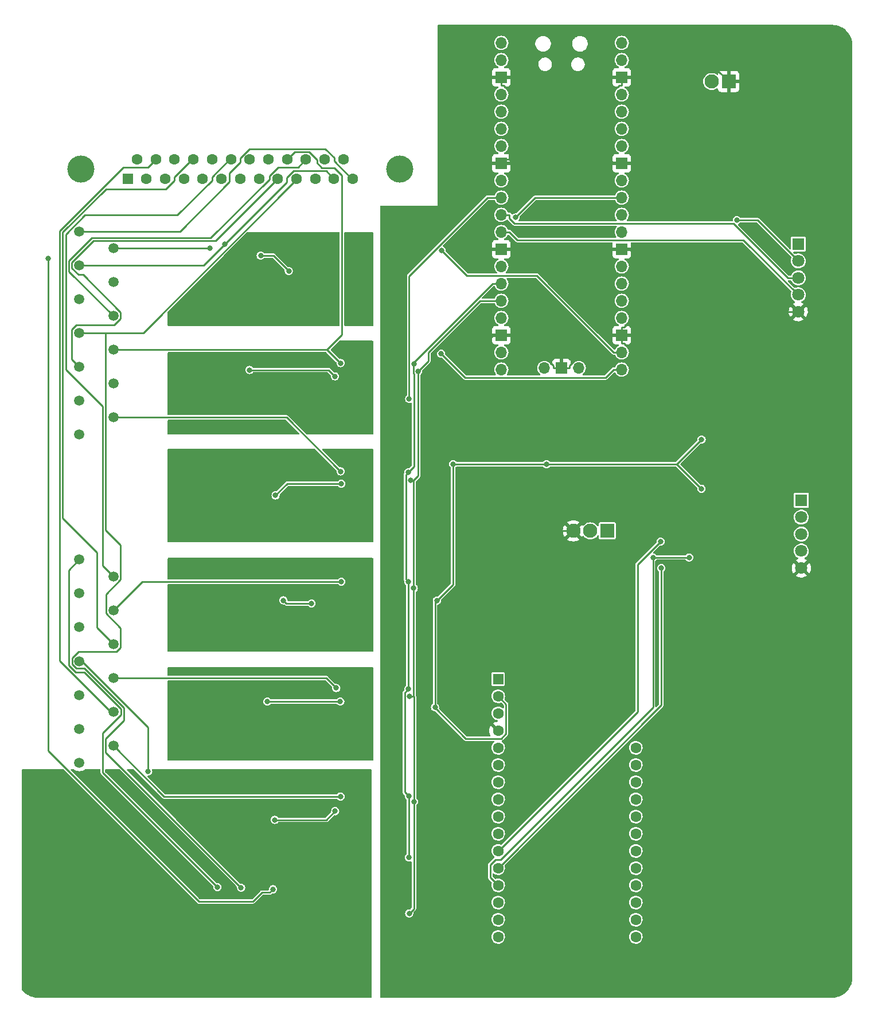
<source format=gbr>
%TF.GenerationSoftware,KiCad,Pcbnew,(6.0.7)*%
%TF.CreationDate,2022-09-16T15:15:22+01:00*%
%TF.ProjectId,iso_adc_cvm,69736f5f-6164-4635-9f63-766d2e6b6963,rev?*%
%TF.SameCoordinates,Original*%
%TF.FileFunction,Copper,L2,Bot*%
%TF.FilePolarity,Positive*%
%FSLAX46Y46*%
G04 Gerber Fmt 4.6, Leading zero omitted, Abs format (unit mm)*
G04 Created by KiCad (PCBNEW (6.0.7)) date 2022-09-16 15:15:22*
%MOMM*%
%LPD*%
G01*
G04 APERTURE LIST*
%TA.AperFunction,ComponentPad*%
%ADD10R,1.600000X1.600000*%
%TD*%
%TA.AperFunction,ComponentPad*%
%ADD11C,1.600000*%
%TD*%
%TA.AperFunction,ComponentPad*%
%ADD12C,4.000000*%
%TD*%
%TA.AperFunction,ComponentPad*%
%ADD13C,1.500000*%
%TD*%
%TA.AperFunction,ComponentPad*%
%ADD14R,2.100000X2.100000*%
%TD*%
%TA.AperFunction,ComponentPad*%
%ADD15C,2.100000*%
%TD*%
%TA.AperFunction,ComponentPad*%
%ADD16R,1.800000X1.800000*%
%TD*%
%TA.AperFunction,ComponentPad*%
%ADD17C,1.800000*%
%TD*%
%TA.AperFunction,ComponentPad*%
%ADD18O,1.700000X1.700000*%
%TD*%
%TA.AperFunction,ComponentPad*%
%ADD19R,1.700000X1.700000*%
%TD*%
%TA.AperFunction,ViaPad*%
%ADD20C,0.800000*%
%TD*%
%TA.AperFunction,Conductor*%
%ADD21C,0.250000*%
%TD*%
G04 APERTURE END LIST*
D10*
%TO.P,A1,1,~{RESET}*%
%TO.N,unconnected-(A1-Pad1)*%
X84947500Y-108650000D03*
D11*
%TO.P,A1,2,3V3*%
%TO.N,+3.3V*%
X84947500Y-111190000D03*
%TO.P,A1,3,AREF*%
%TO.N,unconnected-(A1-Pad3)*%
X84947500Y-113730000D03*
%TO.P,A1,4,GND*%
%TO.N,GNDD*%
X84947500Y-116270000D03*
%TO.P,A1,5,A0*%
%TO.N,unconnected-(A1-Pad5)*%
X84947500Y-118810000D03*
%TO.P,A1,6,A1*%
%TO.N,unconnected-(A1-Pad6)*%
X84947500Y-121350000D03*
%TO.P,A1,7,A2*%
%TO.N,unconnected-(A1-Pad7)*%
X84947500Y-123890000D03*
%TO.P,A1,8,A3*%
%TO.N,unconnected-(A1-Pad8)*%
X84947500Y-126430000D03*
%TO.P,A1,9,A4*%
%TO.N,unconnected-(A1-Pad9)*%
X84947500Y-128970000D03*
%TO.P,A1,10,A5*%
%TO.N,unconnected-(A1-Pad10)*%
X84947500Y-131510000D03*
%TO.P,A1,11,SCK*%
%TO.N,SD_SPI_CLK*%
X84947500Y-134050000D03*
%TO.P,A1,12,MOSI*%
%TO.N,SD_SPI_MOSI*%
X84947500Y-136590000D03*
%TO.P,A1,13,MISO*%
%TO.N,SD_SPI_MISO*%
X84947500Y-139130000D03*
%TO.P,A1,14,RX*%
%TO.N,unconnected-(A1-Pad14)*%
X84947500Y-141670000D03*
%TO.P,A1,15,TX*%
%TO.N,unconnected-(A1-Pad15)*%
X84947500Y-144210000D03*
%TO.P,A1,16,SPARE*%
%TO.N,unconnected-(A1-Pad16)*%
X84947500Y-146750000D03*
%TO.P,A1,17,SDA*%
%TO.N,I2C_SDA*%
X105267500Y-146750000D03*
%TO.P,A1,18,SCL*%
%TO.N,I2C_SCL*%
X105267500Y-144210000D03*
%TO.P,A1,19,D0*%
%TO.N,unconnected-(A1-Pad19)*%
X105267500Y-141670000D03*
%TO.P,A1,20,D1*%
%TO.N,unconnected-(A1-Pad20)*%
X105267500Y-139130000D03*
%TO.P,A1,21,D2*%
%TO.N,unconnected-(A1-Pad21)*%
X105267500Y-136590000D03*
%TO.P,A1,22,D3*%
%TO.N,SD_SPI_CS*%
X105267500Y-134050000D03*
%TO.P,A1,23,D4*%
%TO.N,unconnected-(A1-Pad23)*%
X105267500Y-131510000D03*
%TO.P,A1,24,D5*%
%TO.N,unconnected-(A1-Pad24)*%
X105267500Y-128970000D03*
%TO.P,A1,25,D6*%
%TO.N,unconnected-(A1-Pad25)*%
X105267500Y-126430000D03*
%TO.P,A1,26,USB*%
%TO.N,unconnected-(A1-Pad26)*%
X105267500Y-123890000D03*
%TO.P,A1,27,EN*%
%TO.N,unconnected-(A1-Pad27)*%
X105267500Y-121350000D03*
%TO.P,A1,28,VBAT*%
%TO.N,unconnected-(A1-Pad28)*%
X105267500Y-118810000D03*
%TD*%
D12*
%TO.P,J3,0*%
%TO.N,N/C*%
X23320000Y-33330000D03*
X70420000Y-33330000D03*
D10*
%TO.P,J3,1,1*%
%TO.N,Cell_0*%
X30250000Y-34750000D03*
D11*
%TO.P,J3,2,2*%
%TO.N,Cell_2*%
X33020000Y-34750000D03*
%TO.P,J3,3,3*%
%TO.N,Cell_4*%
X35790000Y-34750000D03*
%TO.P,J3,4,4*%
%TO.N,Cell_6*%
X38560000Y-34750000D03*
%TO.P,J3,5,5*%
%TO.N,Cell_8*%
X41330000Y-34750000D03*
%TO.P,J3,6,6*%
%TO.N,Cell_10*%
X44100000Y-34750000D03*
%TO.P,J3,7,7*%
%TO.N,Cell_12*%
X46870000Y-34750000D03*
%TO.P,J3,8,8*%
%TO.N,Cell_14*%
X49640000Y-34750000D03*
%TO.P,J3,9,9*%
%TO.N,Cell_16*%
X52410000Y-34750000D03*
%TO.P,J3,10,10*%
%TO.N,Cell_18*%
X55180000Y-34750000D03*
%TO.P,J3,11,11*%
%TO.N,Cell_20*%
X57950000Y-34750000D03*
%TO.P,J3,12,12*%
%TO.N,Cell_22*%
X60720000Y-34750000D03*
%TO.P,J3,13,13*%
%TO.N,Cell_24*%
X63490000Y-34750000D03*
%TO.P,J3,14,P14*%
%TO.N,Cell_1*%
X31635000Y-31910000D03*
%TO.P,J3,15,P15*%
%TO.N,Cell_3*%
X34405000Y-31910000D03*
%TO.P,J3,16,P16*%
%TO.N,Cell_5*%
X37175000Y-31910000D03*
%TO.P,J3,17,P17*%
%TO.N,Cell_7*%
X39945000Y-31910000D03*
%TO.P,J3,18,P18*%
%TO.N,Cell_9*%
X42715000Y-31910000D03*
%TO.P,J3,19,P19*%
%TO.N,Cell_11*%
X45485000Y-31910000D03*
%TO.P,J3,20,P20*%
%TO.N,Cell_13*%
X48255000Y-31910000D03*
%TO.P,J3,21,P21*%
%TO.N,Cell_15*%
X51025000Y-31910000D03*
%TO.P,J3,22,P22*%
%TO.N,Cell_17*%
X53795000Y-31910000D03*
%TO.P,J3,23,P23*%
%TO.N,Cell_19*%
X56565000Y-31910000D03*
%TO.P,J3,24,P24*%
%TO.N,Cell_21*%
X59335000Y-31910000D03*
%TO.P,J3,25,P25*%
%TO.N,Cell_23*%
X62105000Y-31910000D03*
%TD*%
D13*
%TO.P,J1,1,1*%
%TO.N,Cell_0*%
X23125000Y-121000000D03*
%TO.P,J1,2,2*%
%TO.N,Cell_1*%
X28125000Y-118500000D03*
%TO.P,J1,3,3*%
%TO.N,Cell_2*%
X23125000Y-116000000D03*
%TO.P,J1,4,4*%
%TO.N,Cell_3*%
X28125000Y-113500000D03*
%TO.P,J1,5,5*%
%TO.N,Cell_4*%
X23125000Y-111000000D03*
%TO.P,J1,6,6*%
%TO.N,Cell_5*%
X28125000Y-108500000D03*
%TO.P,J1,7,7*%
%TO.N,Cell_6*%
X23125000Y-106000000D03*
%TO.P,J1,8,8*%
%TO.N,Cell_7*%
X28125000Y-103500000D03*
%TO.P,J1,9,9*%
%TO.N,Cell_8*%
X23125000Y-101000000D03*
%TO.P,J1,10,10*%
%TO.N,Cell_9*%
X28125000Y-98500000D03*
%TO.P,J1,11,11*%
%TO.N,Cell_10*%
X23125000Y-96000000D03*
%TO.P,J1,12,12*%
%TO.N,Cell_11*%
X28125000Y-93500000D03*
%TO.P,J1,13,13*%
%TO.N,Cell_12*%
X23125000Y-91000000D03*
%TD*%
D14*
%TO.P,J6,1,Pin_1*%
%TO.N,IN_flag*%
X101050000Y-86750000D03*
D15*
%TO.P,J6,2,Pin_2*%
%TO.N,OUT_flag*%
X98550000Y-86750000D03*
%TO.P,J6,3,Pin_3*%
%TO.N,GNDD*%
X96050000Y-86750000D03*
%TD*%
D16*
%TO.P,J4,1,Pin_1*%
%TO.N,SD_SPI_CLK_SHIFT*%
X129700000Y-82233300D03*
D17*
%TO.P,J4,2,Pin_2*%
%TO.N,SD_SPI_MOSI_SHIFT*%
X129700000Y-84733300D03*
%TO.P,J4,3,Pin_3*%
%TO.N,SD_SPI_MISO_SHIFT*%
X129700000Y-87233300D03*
%TO.P,J4,4,Pin_4*%
%TO.N,system_SPI_CS_SHIFT*%
X129700000Y-89733300D03*
%TO.P,J4,5,Pin_5*%
%TO.N,GNDD*%
X129700000Y-92233300D03*
%TD*%
D16*
%TO.P,J5,1,Pin_1*%
%TO.N,UART0_TX_SHIFT*%
X129250000Y-44383300D03*
D17*
%TO.P,J5,2,Pin_2*%
%TO.N,UART0_RX_SHIFT*%
X129250000Y-46883300D03*
%TO.P,J5,3,Pin_3*%
%TO.N,UART1_TX*%
X129250000Y-49383300D03*
%TO.P,J5,4,Pin_4*%
%TO.N,UART1_RX*%
X129250000Y-51883300D03*
%TO.P,J5,5,Pin_5*%
%TO.N,GNDD*%
X129250000Y-54383300D03*
%TD*%
D18*
%TO.P,U1,1,GPIO0*%
%TO.N,UART0_TX*%
X85410000Y-14670000D03*
%TO.P,U1,2,GPIO1*%
%TO.N,UART0_RX*%
X85410000Y-17210000D03*
D19*
%TO.P,U1,3,GND*%
%TO.N,GNDD*%
X85410000Y-19750000D03*
D18*
%TO.P,U1,4,GPIO2*%
%TO.N,SD_SPI_CLK*%
X85410000Y-22290000D03*
%TO.P,U1,5,GPIO3*%
%TO.N,SD_SPI_MOSI*%
X85410000Y-24830000D03*
%TO.P,U1,6,GPIO4*%
%TO.N,SD_SPI_MISO*%
X85410000Y-27370000D03*
%TO.P,U1,7,GPIO5*%
%TO.N,SD_SPI_CS*%
X85410000Y-29910000D03*
D19*
%TO.P,U1,8,GND*%
%TO.N,GNDD*%
X85410000Y-32450000D03*
D18*
%TO.P,U1,9,GPIO6*%
%TO.N,ADC_3_CS*%
X85410000Y-34990000D03*
%TO.P,U1,10,GPIO7*%
%TO.N,ADC_4_CS*%
X85410000Y-37530000D03*
%TO.P,U1,11,GPIO8*%
%TO.N,UART1_TX*%
X85410000Y-40070000D03*
%TO.P,U1,12,GPIO9*%
%TO.N,UART1_RX*%
X85410000Y-42610000D03*
D19*
%TO.P,U1,13,GND*%
%TO.N,GNDD*%
X85410000Y-45150000D03*
D18*
%TO.P,U1,14,GPIO10*%
%TO.N,ADC_SPI_CLK*%
X85410000Y-47690000D03*
%TO.P,U1,15,GPIO11*%
%TO.N,ADC_SPI_MOSI*%
X85410000Y-50230000D03*
%TO.P,U1,16,GPIO12*%
%TO.N,ADC_SPI_MISO*%
X85410000Y-52770000D03*
%TO.P,U1,17,GPIO13*%
%TO.N,unconnected-(U1-Pad17)*%
X85410000Y-55310000D03*
D19*
%TO.P,U1,18,GND*%
%TO.N,GNDD*%
X85410000Y-57850000D03*
D18*
%TO.P,U1,19,GPIO14*%
%TO.N,ADC_1_CS*%
X85410000Y-60390000D03*
%TO.P,U1,20,GPIO15*%
%TO.N,ADC_2_CS*%
X85410000Y-62930000D03*
%TO.P,U1,21,GPIO16*%
%TO.N,ADC_5_CS*%
X103190000Y-62930000D03*
%TO.P,U1,22,GPIO17*%
%TO.N,ADC_6_CS*%
X103190000Y-60390000D03*
D19*
%TO.P,U1,23,GND*%
%TO.N,GNDD*%
X103190000Y-57850000D03*
D18*
%TO.P,U1,24,GPIO18*%
%TO.N,OUT_flag*%
X103190000Y-55310000D03*
%TO.P,U1,25,GPIO19*%
%TO.N,IN_flag_shifted*%
X103190000Y-52770000D03*
%TO.P,U1,26,GPIO20*%
%TO.N,I2C_SDA*%
X103190000Y-50230000D03*
%TO.P,U1,27,GPIO21*%
%TO.N,I2C_SCL*%
X103190000Y-47690000D03*
D19*
%TO.P,U1,28,GND*%
%TO.N,GNDD*%
X103190000Y-45150000D03*
D18*
%TO.P,U1,29,GPIO22*%
%TO.N,system_SPI_CS*%
X103190000Y-42610000D03*
%TO.P,U1,30,RUN*%
%TO.N,unconnected-(U1-Pad30)*%
X103190000Y-40070000D03*
%TO.P,U1,31,GPIO26_ADC0*%
%TO.N,ADC_7_CS*%
X103190000Y-37530000D03*
%TO.P,U1,32,GPIO27_ADC1*%
%TO.N,unconnected-(U1-Pad32)*%
X103190000Y-34990000D03*
D19*
%TO.P,U1,33,AGND*%
%TO.N,GNDD*%
X103190000Y-32450000D03*
D18*
%TO.P,U1,34,GPIO28_ADC2*%
%TO.N,unconnected-(U1-Pad34)*%
X103190000Y-29910000D03*
%TO.P,U1,35,ADC_VREF*%
%TO.N,unconnected-(U1-Pad35)*%
X103190000Y-27370000D03*
%TO.P,U1,36,3V3*%
%TO.N,+3.3V*%
X103190000Y-24830000D03*
%TO.P,U1,37,3V3_EN*%
%TO.N,unconnected-(U1-Pad37)*%
X103190000Y-22290000D03*
D19*
%TO.P,U1,38,GND*%
%TO.N,GNDD*%
X103190000Y-19750000D03*
D18*
%TO.P,U1,39,VSYS*%
%TO.N,+5V*%
X103190000Y-17210000D03*
%TO.P,U1,40,VBUS*%
%TO.N,unconnected-(U1-Pad40)*%
X103190000Y-14670000D03*
%TO.P,U1,41,SWCLK*%
%TO.N,unconnected-(U1-Pad41)*%
X91760000Y-62700000D03*
D19*
%TO.P,U1,42,GND*%
%TO.N,GNDD*%
X94300000Y-62700000D03*
D18*
%TO.P,U1,43,SWDIO*%
%TO.N,unconnected-(U1-Pad43)*%
X96840000Y-62700000D03*
%TD*%
D15*
%TO.P,J7,2,Pin_2*%
%TO.N,+5V*%
X116475000Y-20375000D03*
D14*
%TO.P,J7,1,Pin_1*%
%TO.N,GNDD*%
X118975000Y-20375000D03*
%TD*%
D13*
%TO.P,J2,1,1*%
%TO.N,Cell_12*%
X23125000Y-72500000D03*
%TO.P,J2,2,2*%
%TO.N,Cell_13*%
X28125000Y-70000000D03*
%TO.P,J2,3,3*%
%TO.N,Cell_14*%
X23125000Y-67500000D03*
%TO.P,J2,4,4*%
%TO.N,Cell_15*%
X28125000Y-65000000D03*
%TO.P,J2,5,5*%
%TO.N,Cell_16*%
X23125000Y-62500000D03*
%TO.P,J2,6,6*%
%TO.N,Cell_17*%
X28125000Y-60000000D03*
%TO.P,J2,7,7*%
%TO.N,Cell_18*%
X23125000Y-57500000D03*
%TO.P,J2,8,8*%
%TO.N,Cell_19*%
X28125000Y-55000000D03*
%TO.P,J2,9,9*%
%TO.N,Cell_20*%
X23125000Y-52500000D03*
%TO.P,J2,10,10*%
%TO.N,Cell_21*%
X28125000Y-50000000D03*
%TO.P,J2,11,11*%
%TO.N,Cell_22*%
X23125000Y-47500000D03*
%TO.P,J2,12,12*%
%TO.N,Cell_23*%
X28125000Y-45000000D03*
%TO.P,J2,13,13*%
%TO.N,Cell_24*%
X23125000Y-42500000D03*
%TD*%
D20*
%TO.N,GNDD*%
X99000000Y-98750000D03*
X95000000Y-112000000D03*
%TO.N,Cell_20*%
X60000000Y-53000000D03*
X63500000Y-53500000D03*
%TO.N,Cell_16*%
X56250000Y-64000000D03*
X45500000Y-71250000D03*
X60750000Y-68500000D03*
%TO.N,Cell_12*%
X53250000Y-76000000D03*
X45750000Y-86500000D03*
X63750000Y-85250000D03*
%TO.N,Cell_8*%
X45000000Y-102000000D03*
X62000000Y-101250000D03*
%TO.N,Cell_24*%
X18500000Y-46500000D03*
%TO.N,Cell_4*%
X64500000Y-117000000D03*
X62000000Y-118750000D03*
%TO.N,Cell_0*%
X63180145Y-134948926D03*
X47270039Y-135206928D03*
X31500000Y-139250000D03*
X43000000Y-150000000D03*
%TO.N,UART0_RX_SHIFT*%
X120188500Y-40851100D03*
%TO.N,ADC_7_CS*%
X87491000Y-40464600D03*
%TO.N,Cell_24*%
X51699900Y-139704200D03*
%TO.N,Cell_23*%
X42421300Y-45000000D03*
%TO.N,Cell_22*%
X44586900Y-44413900D03*
%TO.N,Cell_18*%
X46998000Y-139466300D03*
%TO.N,Cell_6*%
X33277900Y-122298800D03*
%TO.N,ADC_SPI_MOSI*%
X72536500Y-62070200D03*
X71714800Y-78090700D03*
X71764600Y-125950800D03*
X71761500Y-134999900D03*
X71704500Y-110131400D03*
X71704500Y-94309900D03*
%TO.N,ADC_SPI_MISO*%
X73148000Y-63175000D03*
X72504900Y-126759500D03*
X72052900Y-79275100D03*
X71886600Y-111212900D03*
X71819000Y-143265300D03*
X72485700Y-95244000D03*
%TO.N,ADC_4_CS*%
X71804900Y-67271000D03*
%TO.N,ADC_5_CS*%
X76508100Y-60573600D03*
%TO.N,ADC_6_CS*%
X76608800Y-45332600D03*
%TO.N,Net-(C38-Pad1)*%
X61782500Y-79794400D03*
X52081400Y-81516700D03*
%TO.N,Net-(C35-Pad1)*%
X60852500Y-63925100D03*
X48253800Y-62990000D03*
%TO.N,Cell_12*%
X43498000Y-139384900D03*
%TO.N,Cell_13*%
X61687400Y-77975100D03*
%TO.N,Cell_17*%
X61673700Y-61975100D03*
%TO.N,Net-(C31-Pad1)*%
X49884800Y-46101100D03*
X54032500Y-48359500D03*
%TO.N,Net-(C11-Pad1)*%
X51966700Y-129453600D03*
X60883900Y-128170300D03*
%TO.N,Cell_1*%
X61669200Y-125993200D03*
%TO.N,Net-(C7-Pad1)*%
X50880000Y-111973500D03*
X61644900Y-111973500D03*
%TO.N,Net-(C5-Pad1)*%
X57400500Y-97469900D03*
X53247700Y-97027600D03*
%TO.N,Cell_5*%
X61046400Y-109975000D03*
%TO.N,Cell_9*%
X61789800Y-94259400D03*
%TO.N,SD_SPI_MISO*%
X107797700Y-90685200D03*
X113137500Y-90685200D03*
%TO.N,SD_SPI_MOSI*%
X109036000Y-92256300D03*
%TO.N,SD_SPI_CLK*%
X108921600Y-88343500D03*
%TO.N,GNDD*%
X76769500Y-59307700D03*
X75250000Y-66520600D03*
X78089600Y-114340600D03*
X79608000Y-97868800D03*
%TO.N,+3.3V*%
X78294000Y-76889900D03*
X92087500Y-76889900D03*
X114962500Y-80528800D03*
X75624800Y-112837500D03*
X114982700Y-73268100D03*
X75889200Y-97066600D03*
%TD*%
D21*
%TO.N,Cell_24*%
X48750000Y-141500000D02*
X40750000Y-141500000D01*
X40750000Y-141500000D02*
X18750000Y-119500000D01*
X50058700Y-140191300D02*
X48750000Y-141500000D01*
X18750000Y-119500000D02*
X18500000Y-119250000D01*
X18500000Y-119250000D02*
X18500000Y-46500000D01*
X50308700Y-140191300D02*
X50058700Y-140191300D01*
X51212800Y-140191300D02*
X50308700Y-140191300D01*
X51699900Y-139704200D02*
X51212800Y-140191300D01*
%TO.N,UART0_RX_SHIFT*%
X123217800Y-40851100D02*
X120188500Y-40851100D01*
X129250000Y-46883300D02*
X123217800Y-40851100D01*
%TO.N,ADC_7_CS*%
X90425600Y-37530000D02*
X87491000Y-40464600D01*
X103190000Y-37530000D02*
X90425600Y-37530000D01*
%TO.N,UART1_RX*%
X121152000Y-43785300D02*
X129250000Y-51883300D01*
X87760600Y-43785300D02*
X121152000Y-43785300D01*
X86585300Y-42610000D02*
X87760600Y-43785300D01*
X85410000Y-42610000D02*
X86585300Y-42610000D01*
%TO.N,UART1_TX*%
X85410000Y-40070000D02*
X86585300Y-40070000D01*
X127695000Y-49383300D02*
X129250000Y-49383300D01*
X119651700Y-41340000D02*
X127695000Y-49383300D01*
X87340700Y-41340000D02*
X119651700Y-41340000D01*
X86585300Y-40584600D02*
X87340700Y-41340000D01*
X86585300Y-40070000D02*
X86585300Y-40584600D01*
%TO.N,Cell_24*%
X37950000Y-42500000D02*
X23125000Y-42500000D01*
X45260000Y-35190000D02*
X37950000Y-42500000D01*
X45260000Y-33935300D02*
X45260000Y-35190000D01*
X46870000Y-32325300D02*
X45260000Y-33935300D01*
X46870000Y-31670100D02*
X46870000Y-32325300D01*
X48214100Y-30326000D02*
X46870000Y-31670100D01*
X59390500Y-30326000D02*
X48214100Y-30326000D01*
X60720500Y-31656000D02*
X59390500Y-30326000D01*
X60720500Y-32158500D02*
X60720500Y-31656000D01*
X63312000Y-34750000D02*
X60720500Y-32158500D01*
X63490000Y-34750000D02*
X63312000Y-34750000D01*
%TO.N,Cell_23*%
X28125000Y-45000000D02*
X42421300Y-45000000D01*
%TO.N,Cell_22*%
X41500800Y-47500000D02*
X44586900Y-44413900D01*
X23125000Y-47500000D02*
X41500800Y-47500000D01*
X59535200Y-33565200D02*
X60720000Y-34750000D01*
X54752900Y-33565200D02*
X59535200Y-33565200D01*
X53736000Y-34582100D02*
X54752900Y-33565200D01*
X53736000Y-35264800D02*
X53736000Y-34582100D01*
X44586900Y-44413900D02*
X53736000Y-35264800D01*
%TO.N,Cell_19*%
X55395600Y-33079400D02*
X56565000Y-31910000D01*
X52464900Y-33079400D02*
X55395600Y-33079400D01*
X51184300Y-34360000D02*
X52464900Y-33079400D01*
X51184300Y-34801200D02*
X51184300Y-34360000D01*
X42511300Y-43474200D02*
X51184300Y-34801200D01*
X24929300Y-43474200D02*
X42511300Y-43474200D01*
X21566100Y-46837400D02*
X24929300Y-43474200D01*
X21566100Y-48441100D02*
X21566100Y-46837400D01*
X28125000Y-55000000D02*
X21566100Y-48441100D01*
%TO.N,Cell_18*%
X23125000Y-57500000D02*
X27012700Y-57500000D01*
X55180000Y-34865500D02*
X55180000Y-34750000D01*
X32545500Y-57500000D02*
X55180000Y-34865500D01*
X27012700Y-57500000D02*
X32545500Y-57500000D01*
X27012700Y-86672100D02*
X27012700Y-57500000D01*
X29200400Y-88859800D02*
X27012700Y-86672100D01*
X29200400Y-93953900D02*
X29200400Y-88859800D01*
X27033400Y-96120900D02*
X29200400Y-93953900D01*
X27033400Y-98945600D02*
X27033400Y-96120900D01*
X29200400Y-101112600D02*
X27033400Y-98945600D01*
X29200400Y-103987300D02*
X29200400Y-101112600D01*
X28556100Y-104631600D02*
X29200400Y-103987300D01*
X22968900Y-104631600D02*
X28556100Y-104631600D01*
X22037200Y-105563300D02*
X22968900Y-104631600D01*
X22037200Y-106443300D02*
X22037200Y-105563300D01*
X22669300Y-107075400D02*
X22037200Y-106443300D01*
X23886400Y-107075400D02*
X22669300Y-107075400D01*
X29716400Y-112905400D02*
X23886400Y-107075400D01*
X29716400Y-114735500D02*
X29716400Y-112905400D01*
X27013600Y-117438300D02*
X29716400Y-114735500D01*
X27013600Y-119481900D02*
X27013600Y-117438300D01*
X46998000Y-139466300D02*
X27013600Y-119481900D01*
%TO.N,Cell_11*%
X26562300Y-91937300D02*
X28125000Y-93500000D01*
X26562300Y-68392200D02*
X26562300Y-91937300D01*
X21111900Y-62941800D02*
X26562300Y-68392200D01*
X21111900Y-42939100D02*
X21111900Y-62941800D01*
X23926600Y-40124400D02*
X21111900Y-42939100D01*
X37587600Y-40124400D02*
X23926600Y-40124400D01*
X42715000Y-34997000D02*
X37587600Y-40124400D01*
X42715000Y-34469800D02*
X42715000Y-34997000D01*
X45274800Y-31910000D02*
X42715000Y-34469800D01*
X45485000Y-31910000D02*
X45274800Y-31910000D01*
%TO.N,Cell_7*%
X39754800Y-31910000D02*
X39945000Y-31910000D01*
X37175000Y-34489800D02*
X39754800Y-31910000D01*
X37175000Y-34965400D02*
X37175000Y-34489800D01*
X35861900Y-36278500D02*
X37175000Y-34965400D01*
X27045700Y-36278500D02*
X35861900Y-36278500D01*
X20661500Y-42662700D02*
X27045700Y-36278500D01*
X20661500Y-84897500D02*
X20661500Y-42662700D01*
X25688600Y-89924600D02*
X20661500Y-84897500D01*
X25688600Y-101063600D02*
X25688600Y-89924600D01*
X28125000Y-103500000D02*
X25688600Y-101063600D01*
%TO.N,Cell_6*%
X33277900Y-115752300D02*
X33277900Y-122298800D01*
X23525600Y-106000000D02*
X33277900Y-115752300D01*
X23125000Y-106000000D02*
X23525600Y-106000000D01*
%TO.N,Cell_3*%
X33234500Y-33080500D02*
X34405000Y-31910000D01*
X29585600Y-33080500D02*
X33234500Y-33080500D01*
X20198300Y-42467800D02*
X29585600Y-33080500D01*
X20198300Y-105951000D02*
X20198300Y-42467800D01*
X27747300Y-113500000D02*
X20198300Y-105951000D01*
X28125000Y-113500000D02*
X27747300Y-113500000D01*
%TO.N,ADC_SPI_MOSI*%
X85410000Y-50230000D02*
X84234700Y-50230000D01*
X72536500Y-61811900D02*
X72536500Y-62070200D01*
X84118400Y-50230000D02*
X72536500Y-61811900D01*
X84234700Y-50230000D02*
X84118400Y-50230000D01*
X72536500Y-77269000D02*
X71714800Y-78090700D01*
X72536500Y-63589200D02*
X72536500Y-77269000D01*
X72422700Y-63475400D02*
X72536500Y-63589200D01*
X72422700Y-62184000D02*
X72422700Y-63475400D01*
X72536500Y-62070200D02*
X72422700Y-62184000D01*
X71325300Y-93930700D02*
X71704500Y-94309900D01*
X71325300Y-78480200D02*
X71325300Y-93930700D01*
X71714800Y-78090700D02*
X71325300Y-78480200D01*
X71704500Y-94309900D02*
X71704500Y-110131400D01*
X71761500Y-125950800D02*
X71764600Y-125950800D01*
X71137900Y-125327200D02*
X71761500Y-125950800D01*
X71137900Y-110698000D02*
X71137900Y-125327200D01*
X71704500Y-110131400D02*
X71137900Y-110698000D01*
X71761500Y-125950800D02*
X71761500Y-134999900D01*
%TO.N,ADC_SPI_MISO*%
X85410000Y-52770000D02*
X84234700Y-52770000D01*
X74624900Y-61698100D02*
X73148000Y-63175000D01*
X74624900Y-60425900D02*
X74624900Y-61698100D01*
X82280800Y-52770000D02*
X74624900Y-60425900D01*
X84234700Y-52770000D02*
X82280800Y-52770000D01*
X72504900Y-111232100D02*
X72485700Y-111212900D01*
X72504900Y-126759500D02*
X72504900Y-111232100D01*
X72485700Y-111212900D02*
X71886600Y-111212900D01*
X73148000Y-78612800D02*
X72485700Y-79275100D01*
X73148000Y-63175000D02*
X73148000Y-78612800D01*
X72485700Y-79275100D02*
X72052900Y-79275100D01*
X72485700Y-95244000D02*
X72485700Y-111212900D01*
X72504900Y-142579400D02*
X71819000Y-143265300D01*
X72504900Y-126759500D02*
X72504900Y-142579400D01*
X72485700Y-95244000D02*
X72485700Y-79275100D01*
%TO.N,ADC_4_CS*%
X71804900Y-49110800D02*
X71804900Y-67271000D01*
X83385700Y-37530000D02*
X71804900Y-49110800D01*
X85410000Y-37530000D02*
X83385700Y-37530000D01*
%TO.N,ADC_5_CS*%
X103190000Y-62930000D02*
X102014700Y-62930000D01*
X80039800Y-64105300D02*
X76508100Y-60573600D01*
X100839400Y-64105300D02*
X80039800Y-64105300D01*
X102014700Y-62930000D02*
X100839400Y-64105300D01*
%TO.N,ADC_6_CS*%
X80320400Y-49044200D02*
X76608800Y-45332600D01*
X90668900Y-49044200D02*
X80320400Y-49044200D01*
X102014700Y-60390000D02*
X90668900Y-49044200D01*
X103190000Y-60390000D02*
X102014700Y-60390000D01*
%TO.N,Net-(C38-Pad1)*%
X53803700Y-79794400D02*
X61782500Y-79794400D01*
X52081400Y-81516700D02*
X53803700Y-79794400D01*
%TO.N,Net-(C35-Pad1)*%
X59917400Y-62990000D02*
X60852500Y-63925100D01*
X48253800Y-62990000D02*
X59917400Y-62990000D01*
%TO.N,Cell_12*%
X26563000Y-122449900D02*
X43498000Y-139384900D01*
X26563000Y-116588800D02*
X26563000Y-122449900D01*
X29239600Y-113912200D02*
X26563000Y-116588800D01*
X29239600Y-113065500D02*
X29239600Y-113912200D01*
X23827600Y-107653500D02*
X29239600Y-113065500D01*
X22610500Y-107653500D02*
X23827600Y-107653500D01*
X21551600Y-106594600D02*
X22610500Y-107653500D01*
X21551600Y-92573400D02*
X21551600Y-106594600D01*
X23125000Y-91000000D02*
X21551600Y-92573400D01*
%TO.N,Cell_13*%
X53712300Y-70000000D02*
X61687400Y-77975100D01*
X28125000Y-70000000D02*
X53712300Y-70000000D01*
%TO.N,Cell_16*%
X43235400Y-43924600D02*
X52410000Y-34750000D01*
X25167600Y-43924600D02*
X43235400Y-43924600D01*
X22016400Y-47075800D02*
X25167600Y-43924600D01*
X22016400Y-47978400D02*
X22016400Y-47075800D01*
X22964000Y-48926000D02*
X22016400Y-47978400D01*
X23637400Y-48926000D02*
X22964000Y-48926000D01*
X29200400Y-54489000D02*
X23637400Y-48926000D01*
X29200400Y-55448000D02*
X29200400Y-54489000D01*
X28268500Y-56379900D02*
X29200400Y-55448000D01*
X22673200Y-56379900D02*
X28268500Y-56379900D01*
X22016600Y-57036500D02*
X22673200Y-56379900D01*
X22016600Y-61391600D02*
X22016600Y-57036500D01*
X23125000Y-62500000D02*
X22016600Y-61391600D01*
%TO.N,Cell_17*%
X54928600Y-30776400D02*
X53795000Y-31910000D01*
X57064900Y-30776400D02*
X54928600Y-30776400D01*
X58209600Y-31921100D02*
X57064900Y-30776400D01*
X58209600Y-32421100D02*
X58209600Y-31921100D01*
X58903300Y-33114800D02*
X58209600Y-32421100D01*
X60733100Y-33114800D02*
X58903300Y-33114800D01*
X61886500Y-34268200D02*
X60733100Y-33114800D01*
X61886500Y-57812100D02*
X61886500Y-34268200D01*
X59698600Y-60000000D02*
X61886500Y-57812100D01*
X28125000Y-60000000D02*
X59698600Y-60000000D01*
X59698600Y-60000000D02*
X61673700Y-61975100D01*
%TO.N,Net-(C31-Pad1)*%
X51774100Y-46101100D02*
X49884800Y-46101100D01*
X54032500Y-48359500D02*
X51774100Y-46101100D01*
%TO.N,Net-(C11-Pad1)*%
X59600600Y-129453600D02*
X60883900Y-128170300D01*
X51966700Y-129453600D02*
X59600600Y-129453600D01*
%TO.N,Cell_1*%
X35618200Y-125993200D02*
X61669200Y-125993200D01*
X28125000Y-118500000D02*
X35618200Y-125993200D01*
%TO.N,Net-(C7-Pad1)*%
X61644900Y-111973500D02*
X50880000Y-111973500D01*
%TO.N,Net-(C5-Pad1)*%
X53690000Y-97469900D02*
X57400500Y-97469900D01*
X53247700Y-97027600D02*
X53690000Y-97469900D01*
%TO.N,Cell_5*%
X59571400Y-108500000D02*
X28125000Y-108500000D01*
X61046400Y-109975000D02*
X59571400Y-108500000D01*
%TO.N,Cell_9*%
X32365600Y-94259400D02*
X61789800Y-94259400D01*
X28125000Y-98500000D02*
X32365600Y-94259400D01*
%TO.N,SD_SPI_MISO*%
X113137500Y-90685200D02*
X107797700Y-90685200D01*
X83779100Y-137961600D02*
X84947500Y-139130000D01*
X83779100Y-136107600D02*
X83779100Y-137961600D01*
X84566700Y-135320000D02*
X83779100Y-136107600D01*
X85327100Y-135320000D02*
X84566700Y-135320000D01*
X107797700Y-112849400D02*
X85327100Y-135320000D01*
X107797700Y-90685200D02*
X107797700Y-112849400D01*
%TO.N,SD_SPI_MOSI*%
X109036000Y-112501500D02*
X84947500Y-136590000D01*
X109036000Y-92256300D02*
X109036000Y-112501500D01*
%TO.N,SD_SPI_CLK*%
X105523300Y-91741800D02*
X108921600Y-88343500D01*
X105523300Y-113474200D02*
X105523300Y-91741800D01*
X84947500Y-134050000D02*
X105523300Y-113474200D01*
%TO.N,GNDD*%
X105132900Y-18982400D02*
X104365300Y-19750000D01*
X117582400Y-18982400D02*
X105132900Y-18982400D01*
X118975000Y-20375000D02*
X117582400Y-18982400D01*
X103190000Y-19750000D02*
X104365300Y-19750000D01*
X85410000Y-45150000D02*
X103190000Y-45150000D01*
X103190000Y-45150000D02*
X104365300Y-45150000D01*
X85410000Y-32450000D02*
X85410000Y-31862300D01*
X103190000Y-32450000D02*
X102014700Y-32450000D01*
X85777300Y-20925300D02*
X85410000Y-20925300D01*
X86594900Y-21742900D02*
X85777300Y-20925300D01*
X86594900Y-31862300D02*
X86594900Y-21742900D01*
X85410000Y-31862300D02*
X86594900Y-31862300D01*
X85410000Y-19750000D02*
X85410000Y-20925300D01*
X102822700Y-20925300D02*
X103190000Y-20925300D01*
X101427000Y-22321000D02*
X102822700Y-20925300D01*
X101427000Y-31862300D02*
X101427000Y-22321000D01*
X101427000Y-31862300D02*
X102014700Y-32450000D01*
X103190000Y-19750000D02*
X103190000Y-20925300D01*
X82777000Y-59307700D02*
X76769500Y-59307700D01*
X84234700Y-57850000D02*
X82777000Y-59307700D01*
X75250000Y-60805900D02*
X75250000Y-66520600D01*
X76748200Y-59307700D02*
X75250000Y-60805900D01*
X76769500Y-59307700D02*
X76748200Y-59307700D01*
X101281200Y-32008100D02*
X101427000Y-31862300D01*
X86740700Y-32008100D02*
X101281200Y-32008100D01*
X86594900Y-31862300D02*
X86740700Y-32008100D01*
X103190000Y-57850000D02*
X103190000Y-56674700D01*
X112340500Y-54383300D02*
X109094600Y-51137400D01*
X129250000Y-54383300D02*
X112340500Y-54383300D01*
X109094600Y-49879300D02*
X109094600Y-51137400D01*
X104365300Y-45150000D02*
X109094600Y-49879300D01*
X103557300Y-56674700D02*
X103190000Y-56674700D01*
X109094600Y-51137400D02*
X103557300Y-56674700D01*
X103190000Y-57850000D02*
X103190000Y-59025300D01*
X79243700Y-114340600D02*
X78089600Y-114340600D01*
X81130900Y-112453400D02*
X79243700Y-114340600D01*
X81130900Y-112453400D02*
X84947500Y-116270000D01*
X84822400Y-57850000D02*
X84234700Y-57850000D01*
X84822400Y-57850000D02*
X85410000Y-57850000D01*
X88642000Y-57850000D02*
X85410000Y-57850000D01*
X93124700Y-62332700D02*
X88642000Y-57850000D01*
X93124700Y-62700000D02*
X93124700Y-62332700D01*
X103557400Y-59025300D02*
X103190000Y-59025300D01*
X104365300Y-59833200D02*
X103557400Y-59025300D01*
X104365300Y-60878500D02*
X104365300Y-59833200D01*
X103664900Y-61578900D02*
X104365300Y-60878500D01*
X97381200Y-61578900D02*
X103664900Y-61578900D01*
X97300200Y-61497900D02*
X97381200Y-61578900D01*
X96310100Y-61497900D02*
X97300200Y-61497900D01*
X95475300Y-62332700D02*
X96310100Y-61497900D01*
X95475300Y-62700000D02*
X95475300Y-62332700D01*
X94300000Y-62700000D02*
X95475300Y-62700000D01*
X94300000Y-62700000D02*
X93124700Y-62700000D01*
X79674500Y-97935300D02*
X79608000Y-97868800D01*
X81130900Y-97935300D02*
X79674500Y-97935300D01*
X81130900Y-112453400D02*
X81130900Y-97935300D01*
X92316200Y-86750000D02*
X96050000Y-86750000D01*
X81130900Y-97935300D02*
X92316200Y-86750000D01*
X97432900Y-88132900D02*
X96050000Y-86750000D01*
X108106500Y-88132900D02*
X97432900Y-88132900D01*
X108621200Y-87618200D02*
X108106500Y-88132900D01*
X125084900Y-87618200D02*
X108621200Y-87618200D01*
X129700000Y-92233300D02*
X125084900Y-87618200D01*
%TO.N,+3.3V*%
X92087500Y-76889900D02*
X78294000Y-76889900D01*
X78294000Y-94661800D02*
X75889200Y-97066600D01*
X78294000Y-76889900D02*
X78294000Y-94661800D01*
X75624800Y-97331000D02*
X75624800Y-112837500D01*
X75889200Y-97066600D02*
X75624800Y-97331000D01*
X86115300Y-112357800D02*
X84947500Y-111190000D01*
X86115300Y-116710900D02*
X86115300Y-112357800D01*
X85374800Y-117451400D02*
X86115300Y-116710900D01*
X80161500Y-117451400D02*
X85374800Y-117451400D01*
X75624800Y-112914700D02*
X80161500Y-117451400D01*
X75624800Y-112837500D02*
X75624800Y-112914700D01*
X111342300Y-76908500D02*
X114982700Y-73268100D01*
X111323600Y-76889900D02*
X111342300Y-76908500D01*
X92087500Y-76889900D02*
X111323600Y-76889900D01*
X111342300Y-76908500D02*
X114962500Y-80528800D01*
%TD*%
%TA.AperFunction,Conductor*%
%TO.N,Cell_8*%
G36*
X66442121Y-90760002D02*
G01*
X66488614Y-90813658D01*
X66500000Y-90866000D01*
X66500000Y-104464000D01*
X66479998Y-104532121D01*
X66426342Y-104578614D01*
X66374000Y-104590000D01*
X36276000Y-104590000D01*
X36207879Y-104569998D01*
X36161386Y-104516342D01*
X36150000Y-104464000D01*
X36150000Y-97027600D01*
X52642018Y-97027600D01*
X52644725Y-97048164D01*
X52661383Y-97174689D01*
X52662656Y-97184362D01*
X52723164Y-97330441D01*
X52819418Y-97455882D01*
X52825964Y-97460905D01*
X52855618Y-97483659D01*
X52944859Y-97552136D01*
X53090938Y-97612644D01*
X53247700Y-97633282D01*
X53314543Y-97624482D01*
X53384690Y-97635421D01*
X53420083Y-97660309D01*
X53445889Y-97686115D01*
X53453316Y-97694219D01*
X53477545Y-97723094D01*
X53487094Y-97728607D01*
X53510185Y-97741939D01*
X53519456Y-97747845D01*
X53550316Y-97769454D01*
X53560966Y-97772308D01*
X53564134Y-97773785D01*
X53567410Y-97774977D01*
X53576955Y-97780488D01*
X53610699Y-97786438D01*
X53614058Y-97787030D01*
X53624785Y-97789408D01*
X53661193Y-97799164D01*
X53672169Y-97798204D01*
X53672172Y-97798204D01*
X53698743Y-97795879D01*
X53709724Y-97795400D01*
X56831214Y-97795400D01*
X56899335Y-97815402D01*
X56931177Y-97844696D01*
X56972218Y-97898182D01*
X57097659Y-97994436D01*
X57243738Y-98054944D01*
X57400500Y-98075582D01*
X57408688Y-98074504D01*
X57549074Y-98056022D01*
X57557262Y-98054944D01*
X57703341Y-97994436D01*
X57828782Y-97898182D01*
X57925036Y-97772741D01*
X57985544Y-97626662D01*
X57987390Y-97612644D01*
X58005104Y-97478088D01*
X58006182Y-97469900D01*
X57987822Y-97330441D01*
X57986622Y-97321326D01*
X57985544Y-97313138D01*
X57925036Y-97167059D01*
X57828782Y-97041618D01*
X57799843Y-97019412D01*
X57709892Y-96950391D01*
X57703341Y-96945364D01*
X57557262Y-96884856D01*
X57400500Y-96864218D01*
X57243738Y-96884856D01*
X57097659Y-96945364D01*
X57091108Y-96950391D01*
X57001158Y-97019412D01*
X56972218Y-97041618D01*
X56967195Y-97048164D01*
X56931177Y-97095104D01*
X56873839Y-97136971D01*
X56831214Y-97144400D01*
X53978304Y-97144400D01*
X53910183Y-97124398D01*
X53863690Y-97070742D01*
X53854280Y-97027482D01*
X53853382Y-97027600D01*
X53833822Y-96879026D01*
X53832744Y-96870838D01*
X53772236Y-96724759D01*
X53675982Y-96599318D01*
X53550541Y-96503064D01*
X53404462Y-96442556D01*
X53247700Y-96421918D01*
X53090938Y-96442556D01*
X52944859Y-96503064D01*
X52819418Y-96599318D01*
X52723164Y-96724759D01*
X52662656Y-96870838D01*
X52661578Y-96879026D01*
X52660394Y-96888016D01*
X52642018Y-97027600D01*
X36150000Y-97027600D01*
X36150000Y-94710900D01*
X36170002Y-94642779D01*
X36223658Y-94596286D01*
X36276000Y-94584900D01*
X61220514Y-94584900D01*
X61288635Y-94604902D01*
X61320477Y-94634196D01*
X61361518Y-94687682D01*
X61486959Y-94783936D01*
X61633038Y-94844444D01*
X61789800Y-94865082D01*
X61797988Y-94864004D01*
X61938374Y-94845522D01*
X61946562Y-94844444D01*
X62092641Y-94783936D01*
X62218082Y-94687682D01*
X62314336Y-94562241D01*
X62374844Y-94416162D01*
X62395482Y-94259400D01*
X62374844Y-94102638D01*
X62314336Y-93956559D01*
X62218082Y-93831118D01*
X62092641Y-93734864D01*
X61946562Y-93674356D01*
X61789800Y-93653718D01*
X61633038Y-93674356D01*
X61486959Y-93734864D01*
X61361518Y-93831118D01*
X61356495Y-93837664D01*
X61320477Y-93884604D01*
X61263139Y-93926471D01*
X61220514Y-93933900D01*
X36276000Y-93933900D01*
X36207879Y-93913898D01*
X36161386Y-93860242D01*
X36150000Y-93807900D01*
X36150000Y-90866000D01*
X36170002Y-90797879D01*
X36223658Y-90751386D01*
X36276000Y-90740000D01*
X66374000Y-90740000D01*
X66442121Y-90760002D01*
G37*
%TD.AperFunction*%
%TD*%
%TA.AperFunction,Conductor*%
%TO.N,GNDD*%
G36*
X134247993Y-12010534D02*
G01*
X134250000Y-12011365D01*
X134251768Y-12010633D01*
X134253304Y-12010673D01*
X134555888Y-12026531D01*
X134569004Y-12027909D01*
X134865030Y-12074795D01*
X134877930Y-12077537D01*
X135167432Y-12155109D01*
X135179975Y-12159185D01*
X135459770Y-12266588D01*
X135471819Y-12271952D01*
X135738870Y-12408021D01*
X135750292Y-12414616D01*
X136001650Y-12577850D01*
X136012319Y-12585602D01*
X136245235Y-12774214D01*
X136255036Y-12783039D01*
X136466961Y-12994964D01*
X136475786Y-13004765D01*
X136664398Y-13237681D01*
X136672150Y-13248350D01*
X136835384Y-13499708D01*
X136841979Y-13511130D01*
X136978048Y-13778181D01*
X136983412Y-13790230D01*
X137090815Y-14070025D01*
X137094891Y-14082568D01*
X137172463Y-14372070D01*
X137175205Y-14384970D01*
X137221811Y-14679225D01*
X137222091Y-14680996D01*
X137223469Y-14694113D01*
X137239327Y-14996696D01*
X137239367Y-14998232D01*
X137238635Y-15000000D01*
X137239466Y-15002007D01*
X137239500Y-15003290D01*
X137239500Y-152746710D01*
X137239466Y-152747993D01*
X137238635Y-152750000D01*
X137239367Y-152751768D01*
X137239327Y-152753304D01*
X137223469Y-153055887D01*
X137222091Y-153069004D01*
X137175205Y-153365030D01*
X137172463Y-153377930D01*
X137094891Y-153667432D01*
X137090815Y-153679975D01*
X136983412Y-153959770D01*
X136978048Y-153971819D01*
X136841979Y-154238870D01*
X136835384Y-154250292D01*
X136672150Y-154501650D01*
X136664398Y-154512319D01*
X136475786Y-154745235D01*
X136466961Y-154755036D01*
X136255036Y-154966961D01*
X136245235Y-154975786D01*
X136012319Y-155164398D01*
X136001650Y-155172150D01*
X135750292Y-155335384D01*
X135738870Y-155341979D01*
X135471819Y-155478048D01*
X135459770Y-155483412D01*
X135179975Y-155590815D01*
X135167432Y-155594891D01*
X134877930Y-155672463D01*
X134865030Y-155675205D01*
X134585376Y-155719498D01*
X134569004Y-155722091D01*
X134555888Y-155723469D01*
X134291574Y-155737321D01*
X134253304Y-155739327D01*
X134251768Y-155739367D01*
X134250000Y-155738635D01*
X134247993Y-155739466D01*
X134246710Y-155739500D01*
X67626000Y-155739500D01*
X67557879Y-155719498D01*
X67511386Y-155665842D01*
X67500000Y-155613500D01*
X67500000Y-146735963D01*
X83942257Y-146735963D01*
X83958675Y-146931483D01*
X84012758Y-147120091D01*
X84015576Y-147125574D01*
X84099623Y-147289113D01*
X84099626Y-147289117D01*
X84102444Y-147294601D01*
X84224318Y-147448369D01*
X84373738Y-147575535D01*
X84379116Y-147578541D01*
X84379118Y-147578542D01*
X84415432Y-147598837D01*
X84545013Y-147671257D01*
X84731618Y-147731889D01*
X84926446Y-147755121D01*
X84932581Y-147754649D01*
X84932583Y-147754649D01*
X85115934Y-147740541D01*
X85115938Y-147740540D01*
X85122076Y-147740068D01*
X85311056Y-147687303D01*
X85486189Y-147598837D01*
X85516015Y-147575535D01*
X85635953Y-147481829D01*
X85640803Y-147478040D01*
X85670584Y-147443539D01*
X85764985Y-147334173D01*
X85764985Y-147334172D01*
X85769009Y-147329511D01*
X85865925Y-147158909D01*
X85927858Y-146972732D01*
X85952449Y-146778071D01*
X85952841Y-146750000D01*
X85951465Y-146735963D01*
X104262257Y-146735963D01*
X104278675Y-146931483D01*
X104332758Y-147120091D01*
X104335576Y-147125574D01*
X104419623Y-147289113D01*
X104419626Y-147289117D01*
X104422444Y-147294601D01*
X104544318Y-147448369D01*
X104693738Y-147575535D01*
X104699116Y-147578541D01*
X104699118Y-147578542D01*
X104735432Y-147598837D01*
X104865013Y-147671257D01*
X105051618Y-147731889D01*
X105246446Y-147755121D01*
X105252581Y-147754649D01*
X105252583Y-147754649D01*
X105435934Y-147740541D01*
X105435938Y-147740540D01*
X105442076Y-147740068D01*
X105631056Y-147687303D01*
X105806189Y-147598837D01*
X105836015Y-147575535D01*
X105955953Y-147481829D01*
X105960803Y-147478040D01*
X105990584Y-147443539D01*
X106084985Y-147334173D01*
X106084985Y-147334172D01*
X106089009Y-147329511D01*
X106185925Y-147158909D01*
X106247858Y-146972732D01*
X106272449Y-146778071D01*
X106272841Y-146750000D01*
X106253694Y-146554728D01*
X106251913Y-146548829D01*
X106251912Y-146548824D01*
X106198765Y-146372793D01*
X106196984Y-146366894D01*
X106104870Y-146193653D01*
X105980861Y-146041602D01*
X105829680Y-145916535D01*
X105657085Y-145823213D01*
X105563368Y-145794203D01*
X105475539Y-145767015D01*
X105475536Y-145767014D01*
X105469652Y-145765193D01*
X105463527Y-145764549D01*
X105463526Y-145764549D01*
X105280647Y-145745327D01*
X105280646Y-145745327D01*
X105274519Y-145744683D01*
X105151883Y-145755844D01*
X105085259Y-145761907D01*
X105085258Y-145761907D01*
X105079118Y-145762466D01*
X105073204Y-145764207D01*
X105073202Y-145764207D01*
X104944234Y-145802165D01*
X104890893Y-145817864D01*
X104885428Y-145820721D01*
X104722472Y-145905912D01*
X104722468Y-145905915D01*
X104717012Y-145908767D01*
X104712212Y-145912627D01*
X104712211Y-145912627D01*
X104677826Y-145940273D01*
X104564100Y-146031711D01*
X104437980Y-146182016D01*
X104435016Y-146187408D01*
X104435013Y-146187412D01*
X104356313Y-146330567D01*
X104343456Y-146353954D01*
X104284128Y-146540978D01*
X104262257Y-146735963D01*
X85951465Y-146735963D01*
X85933694Y-146554728D01*
X85931913Y-146548829D01*
X85931912Y-146548824D01*
X85878765Y-146372793D01*
X85876984Y-146366894D01*
X85784870Y-146193653D01*
X85660861Y-146041602D01*
X85509680Y-145916535D01*
X85337085Y-145823213D01*
X85243368Y-145794203D01*
X85155539Y-145767015D01*
X85155536Y-145767014D01*
X85149652Y-145765193D01*
X85143527Y-145764549D01*
X85143526Y-145764549D01*
X84960647Y-145745327D01*
X84960646Y-145745327D01*
X84954519Y-145744683D01*
X84831883Y-145755844D01*
X84765259Y-145761907D01*
X84765258Y-145761907D01*
X84759118Y-145762466D01*
X84753204Y-145764207D01*
X84753202Y-145764207D01*
X84624234Y-145802165D01*
X84570893Y-145817864D01*
X84565428Y-145820721D01*
X84402472Y-145905912D01*
X84402468Y-145905915D01*
X84397012Y-145908767D01*
X84392212Y-145912627D01*
X84392211Y-145912627D01*
X84357826Y-145940273D01*
X84244100Y-146031711D01*
X84117980Y-146182016D01*
X84115016Y-146187408D01*
X84115013Y-146187412D01*
X84036313Y-146330567D01*
X84023456Y-146353954D01*
X83964128Y-146540978D01*
X83942257Y-146735963D01*
X67500000Y-146735963D01*
X67500000Y-144195963D01*
X83942257Y-144195963D01*
X83958675Y-144391483D01*
X84012758Y-144580091D01*
X84015576Y-144585574D01*
X84099623Y-144749113D01*
X84099626Y-144749117D01*
X84102444Y-144754601D01*
X84224318Y-144908369D01*
X84373738Y-145035535D01*
X84379116Y-145038541D01*
X84379118Y-145038542D01*
X84415432Y-145058837D01*
X84545013Y-145131257D01*
X84731618Y-145191889D01*
X84926446Y-145215121D01*
X84932581Y-145214649D01*
X84932583Y-145214649D01*
X85115934Y-145200541D01*
X85115938Y-145200540D01*
X85122076Y-145200068D01*
X85311056Y-145147303D01*
X85486189Y-145058837D01*
X85516015Y-145035535D01*
X85635953Y-144941829D01*
X85640803Y-144938040D01*
X85670584Y-144903539D01*
X85764985Y-144794173D01*
X85764985Y-144794172D01*
X85769009Y-144789511D01*
X85865925Y-144618909D01*
X85927858Y-144432732D01*
X85952449Y-144238071D01*
X85952841Y-144210000D01*
X85951465Y-144195963D01*
X104262257Y-144195963D01*
X104278675Y-144391483D01*
X104332758Y-144580091D01*
X104335576Y-144585574D01*
X104419623Y-144749113D01*
X104419626Y-144749117D01*
X104422444Y-144754601D01*
X104544318Y-144908369D01*
X104693738Y-145035535D01*
X104699116Y-145038541D01*
X104699118Y-145038542D01*
X104735432Y-145058837D01*
X104865013Y-145131257D01*
X105051618Y-145191889D01*
X105246446Y-145215121D01*
X105252581Y-145214649D01*
X105252583Y-145214649D01*
X105435934Y-145200541D01*
X105435938Y-145200540D01*
X105442076Y-145200068D01*
X105631056Y-145147303D01*
X105806189Y-145058837D01*
X105836015Y-145035535D01*
X105955953Y-144941829D01*
X105960803Y-144938040D01*
X105990584Y-144903539D01*
X106084985Y-144794173D01*
X106084985Y-144794172D01*
X106089009Y-144789511D01*
X106185925Y-144618909D01*
X106247858Y-144432732D01*
X106272449Y-144238071D01*
X106272841Y-144210000D01*
X106253694Y-144014728D01*
X106251913Y-144008829D01*
X106251912Y-144008824D01*
X106198765Y-143832793D01*
X106196984Y-143826894D01*
X106104870Y-143653653D01*
X105980861Y-143501602D01*
X105829680Y-143376535D01*
X105657085Y-143283213D01*
X105563368Y-143254203D01*
X105475539Y-143227015D01*
X105475536Y-143227014D01*
X105469652Y-143225193D01*
X105463527Y-143224549D01*
X105463526Y-143224549D01*
X105280647Y-143205327D01*
X105280646Y-143205327D01*
X105274519Y-143204683D01*
X105151883Y-143215844D01*
X105085259Y-143221907D01*
X105085258Y-143221907D01*
X105079118Y-143222466D01*
X105073204Y-143224207D01*
X105073202Y-143224207D01*
X104961402Y-143257112D01*
X104890893Y-143277864D01*
X104885428Y-143280721D01*
X104722472Y-143365912D01*
X104722468Y-143365915D01*
X104717012Y-143368767D01*
X104712212Y-143372627D01*
X104712211Y-143372627D01*
X104677826Y-143400273D01*
X104564100Y-143491711D01*
X104437980Y-143642016D01*
X104435016Y-143647408D01*
X104435013Y-143647412D01*
X104413230Y-143687036D01*
X104343456Y-143813954D01*
X104341595Y-143819821D01*
X104341594Y-143819823D01*
X104313792Y-143907466D01*
X104284128Y-144000978D01*
X104262257Y-144195963D01*
X85951465Y-144195963D01*
X85933694Y-144014728D01*
X85931913Y-144008829D01*
X85931912Y-144008824D01*
X85878765Y-143832793D01*
X85876984Y-143826894D01*
X85784870Y-143653653D01*
X85660861Y-143501602D01*
X85509680Y-143376535D01*
X85337085Y-143283213D01*
X85243368Y-143254203D01*
X85155539Y-143227015D01*
X85155536Y-143227014D01*
X85149652Y-143225193D01*
X85143527Y-143224549D01*
X85143526Y-143224549D01*
X84960647Y-143205327D01*
X84960646Y-143205327D01*
X84954519Y-143204683D01*
X84831883Y-143215844D01*
X84765259Y-143221907D01*
X84765258Y-143221907D01*
X84759118Y-143222466D01*
X84753204Y-143224207D01*
X84753202Y-143224207D01*
X84641402Y-143257112D01*
X84570893Y-143277864D01*
X84565428Y-143280721D01*
X84402472Y-143365912D01*
X84402468Y-143365915D01*
X84397012Y-143368767D01*
X84392212Y-143372627D01*
X84392211Y-143372627D01*
X84357826Y-143400273D01*
X84244100Y-143491711D01*
X84117980Y-143642016D01*
X84115016Y-143647408D01*
X84115013Y-143647412D01*
X84093230Y-143687036D01*
X84023456Y-143813954D01*
X84021595Y-143819821D01*
X84021594Y-143819823D01*
X83993792Y-143907466D01*
X83964128Y-144000978D01*
X83942257Y-144195963D01*
X67500000Y-144195963D01*
X67500000Y-125356007D01*
X70808636Y-125356007D01*
X70818391Y-125392410D01*
X70820770Y-125403142D01*
X70827312Y-125440245D01*
X70832823Y-125449790D01*
X70834015Y-125453066D01*
X70835492Y-125456234D01*
X70838346Y-125466884D01*
X70844670Y-125475915D01*
X70859955Y-125497744D01*
X70865861Y-125507015D01*
X70879193Y-125530106D01*
X70884706Y-125539655D01*
X70893151Y-125546741D01*
X70913582Y-125563885D01*
X70921685Y-125571311D01*
X71131530Y-125781156D01*
X71165556Y-125843468D01*
X71167357Y-125886697D01*
X71158918Y-125950800D01*
X71179556Y-126107562D01*
X71240064Y-126253641D01*
X71336318Y-126379082D01*
X71342863Y-126384104D01*
X71342867Y-126384108D01*
X71386703Y-126417744D01*
X71428571Y-126475082D01*
X71436000Y-126517707D01*
X71436000Y-134430614D01*
X71415998Y-134498735D01*
X71386704Y-134530577D01*
X71343600Y-134563652D01*
X71333218Y-134571618D01*
X71236964Y-134697059D01*
X71176456Y-134843138D01*
X71155818Y-134999900D01*
X71176456Y-135156662D01*
X71236964Y-135302741D01*
X71333218Y-135428182D01*
X71339764Y-135433205D01*
X71369418Y-135455959D01*
X71458659Y-135524436D01*
X71604738Y-135584944D01*
X71761500Y-135605582D01*
X71769688Y-135604504D01*
X71789415Y-135601907D01*
X71918262Y-135584944D01*
X72005184Y-135548940D01*
X72075771Y-135541351D01*
X72139258Y-135573130D01*
X72175486Y-135634188D01*
X72179400Y-135665349D01*
X72179400Y-142392384D01*
X72159398Y-142460505D01*
X72142495Y-142481479D01*
X71991383Y-142632591D01*
X71929071Y-142666617D01*
X71885843Y-142668418D01*
X71819000Y-142659618D01*
X71810812Y-142660696D01*
X71704828Y-142674649D01*
X71662238Y-142680256D01*
X71516159Y-142740764D01*
X71390718Y-142837018D01*
X71294464Y-142962459D01*
X71233956Y-143108538D01*
X71213318Y-143265300D01*
X71233956Y-143422062D01*
X71294464Y-143568141D01*
X71390718Y-143693582D01*
X71516159Y-143789836D01*
X71662238Y-143850344D01*
X71819000Y-143870982D01*
X71827188Y-143869904D01*
X71967574Y-143851422D01*
X71975762Y-143850344D01*
X72121841Y-143789836D01*
X72247282Y-143693582D01*
X72343536Y-143568141D01*
X72404044Y-143422062D01*
X72424682Y-143265300D01*
X72415882Y-143198457D01*
X72426821Y-143128310D01*
X72451709Y-143092917D01*
X72721115Y-142823511D01*
X72729219Y-142816084D01*
X72749649Y-142798941D01*
X72758094Y-142791855D01*
X72763607Y-142782306D01*
X72776939Y-142759215D01*
X72782845Y-142749944D01*
X72798130Y-142728115D01*
X72804454Y-142719084D01*
X72807308Y-142708434D01*
X72808785Y-142705266D01*
X72809977Y-142701990D01*
X72815488Y-142692445D01*
X72822030Y-142655342D01*
X72824409Y-142644610D01*
X72831310Y-142618856D01*
X72834164Y-142608207D01*
X72830880Y-142570672D01*
X72830400Y-142559690D01*
X72830400Y-141655963D01*
X83942257Y-141655963D01*
X83958675Y-141851483D01*
X84012758Y-142040091D01*
X84015576Y-142045574D01*
X84099623Y-142209113D01*
X84099626Y-142209117D01*
X84102444Y-142214601D01*
X84224318Y-142368369D01*
X84229011Y-142372363D01*
X84229012Y-142372364D01*
X84252536Y-142392384D01*
X84373738Y-142495535D01*
X84379116Y-142498541D01*
X84379118Y-142498542D01*
X84415432Y-142518837D01*
X84545013Y-142591257D01*
X84731618Y-142651889D01*
X84926446Y-142675121D01*
X84932581Y-142674649D01*
X84932583Y-142674649D01*
X85115934Y-142660541D01*
X85115938Y-142660540D01*
X85122076Y-142660068D01*
X85311056Y-142607303D01*
X85486189Y-142518837D01*
X85516015Y-142495535D01*
X85635953Y-142401829D01*
X85640803Y-142398040D01*
X85670584Y-142363539D01*
X85764985Y-142254173D01*
X85764985Y-142254172D01*
X85769009Y-142249511D01*
X85865925Y-142078909D01*
X85927858Y-141892732D01*
X85952449Y-141698071D01*
X85952841Y-141670000D01*
X85951465Y-141655963D01*
X104262257Y-141655963D01*
X104278675Y-141851483D01*
X104332758Y-142040091D01*
X104335576Y-142045574D01*
X104419623Y-142209113D01*
X104419626Y-142209117D01*
X104422444Y-142214601D01*
X104544318Y-142368369D01*
X104549011Y-142372363D01*
X104549012Y-142372364D01*
X104572536Y-142392384D01*
X104693738Y-142495535D01*
X104699116Y-142498541D01*
X104699118Y-142498542D01*
X104735432Y-142518837D01*
X104865013Y-142591257D01*
X105051618Y-142651889D01*
X105246446Y-142675121D01*
X105252581Y-142674649D01*
X105252583Y-142674649D01*
X105435934Y-142660541D01*
X105435938Y-142660540D01*
X105442076Y-142660068D01*
X105631056Y-142607303D01*
X105806189Y-142518837D01*
X105836015Y-142495535D01*
X105955953Y-142401829D01*
X105960803Y-142398040D01*
X105990584Y-142363539D01*
X106084985Y-142254173D01*
X106084985Y-142254172D01*
X106089009Y-142249511D01*
X106185925Y-142078909D01*
X106247858Y-141892732D01*
X106272449Y-141698071D01*
X106272841Y-141670000D01*
X106253694Y-141474728D01*
X106251913Y-141468829D01*
X106251912Y-141468824D01*
X106198765Y-141292793D01*
X106196984Y-141286894D01*
X106104870Y-141113653D01*
X105980861Y-140961602D01*
X105829680Y-140836535D01*
X105657085Y-140743213D01*
X105563369Y-140714203D01*
X105475539Y-140687015D01*
X105475536Y-140687014D01*
X105469652Y-140685193D01*
X105463527Y-140684549D01*
X105463526Y-140684549D01*
X105280647Y-140665327D01*
X105280646Y-140665327D01*
X105274519Y-140664683D01*
X105151883Y-140675844D01*
X105085259Y-140681907D01*
X105085258Y-140681907D01*
X105079118Y-140682466D01*
X105073204Y-140684207D01*
X105073202Y-140684207D01*
X104944234Y-140722165D01*
X104890893Y-140737864D01*
X104885428Y-140740721D01*
X104722472Y-140825912D01*
X104722468Y-140825915D01*
X104717012Y-140828767D01*
X104712212Y-140832627D01*
X104712211Y-140832627D01*
X104677826Y-140860273D01*
X104564100Y-140951711D01*
X104437980Y-141102016D01*
X104435016Y-141107408D01*
X104435013Y-141107412D01*
X104356313Y-141250567D01*
X104343456Y-141273954D01*
X104284128Y-141460978D01*
X104262257Y-141655963D01*
X85951465Y-141655963D01*
X85933694Y-141474728D01*
X85931913Y-141468829D01*
X85931912Y-141468824D01*
X85878765Y-141292793D01*
X85876984Y-141286894D01*
X85784870Y-141113653D01*
X85660861Y-140961602D01*
X85509680Y-140836535D01*
X85337085Y-140743213D01*
X85243369Y-140714203D01*
X85155539Y-140687015D01*
X85155536Y-140687014D01*
X85149652Y-140685193D01*
X85143527Y-140684549D01*
X85143526Y-140684549D01*
X84960647Y-140665327D01*
X84960646Y-140665327D01*
X84954519Y-140664683D01*
X84831883Y-140675844D01*
X84765259Y-140681907D01*
X84765258Y-140681907D01*
X84759118Y-140682466D01*
X84753204Y-140684207D01*
X84753202Y-140684207D01*
X84624234Y-140722165D01*
X84570893Y-140737864D01*
X84565428Y-140740721D01*
X84402472Y-140825912D01*
X84402468Y-140825915D01*
X84397012Y-140828767D01*
X84392212Y-140832627D01*
X84392211Y-140832627D01*
X84357826Y-140860273D01*
X84244100Y-140951711D01*
X84117980Y-141102016D01*
X84115016Y-141107408D01*
X84115013Y-141107412D01*
X84036313Y-141250567D01*
X84023456Y-141273954D01*
X83964128Y-141460978D01*
X83942257Y-141655963D01*
X72830400Y-141655963D01*
X72830400Y-137990407D01*
X83449836Y-137990407D01*
X83452690Y-138001056D01*
X83459591Y-138026810D01*
X83461970Y-138037542D01*
X83468512Y-138074645D01*
X83474023Y-138084190D01*
X83475215Y-138087466D01*
X83476692Y-138090634D01*
X83479546Y-138101284D01*
X83485870Y-138110315D01*
X83501155Y-138132144D01*
X83507061Y-138141415D01*
X83520393Y-138164506D01*
X83525906Y-138174055D01*
X83552204Y-138196122D01*
X83554782Y-138198285D01*
X83562885Y-138205711D01*
X83985582Y-138628408D01*
X84019608Y-138690720D01*
X84016589Y-138755601D01*
X83964128Y-138920978D01*
X83942257Y-139115963D01*
X83958675Y-139311483D01*
X84012758Y-139500091D01*
X84015576Y-139505574D01*
X84099623Y-139669113D01*
X84099626Y-139669117D01*
X84102444Y-139674601D01*
X84224318Y-139828369D01*
X84373738Y-139955535D01*
X84379116Y-139958541D01*
X84379118Y-139958542D01*
X84415432Y-139978837D01*
X84545013Y-140051257D01*
X84731618Y-140111889D01*
X84926446Y-140135121D01*
X84932581Y-140134649D01*
X84932583Y-140134649D01*
X85115934Y-140120541D01*
X85115938Y-140120540D01*
X85122076Y-140120068D01*
X85311056Y-140067303D01*
X85486189Y-139978837D01*
X85516015Y-139955535D01*
X85635953Y-139861829D01*
X85640803Y-139858040D01*
X85670584Y-139823539D01*
X85764985Y-139714173D01*
X85764985Y-139714172D01*
X85769009Y-139709511D01*
X85865925Y-139538909D01*
X85927858Y-139352732D01*
X85952449Y-139158071D01*
X85952841Y-139130000D01*
X85951465Y-139115963D01*
X104262257Y-139115963D01*
X104278675Y-139311483D01*
X104332758Y-139500091D01*
X104335576Y-139505574D01*
X104419623Y-139669113D01*
X104419626Y-139669117D01*
X104422444Y-139674601D01*
X104544318Y-139828369D01*
X104693738Y-139955535D01*
X104699116Y-139958541D01*
X104699118Y-139958542D01*
X104735432Y-139978837D01*
X104865013Y-140051257D01*
X105051618Y-140111889D01*
X105246446Y-140135121D01*
X105252581Y-140134649D01*
X105252583Y-140134649D01*
X105435934Y-140120541D01*
X105435938Y-140120540D01*
X105442076Y-140120068D01*
X105631056Y-140067303D01*
X105806189Y-139978837D01*
X105836015Y-139955535D01*
X105955953Y-139861829D01*
X105960803Y-139858040D01*
X105990584Y-139823539D01*
X106084985Y-139714173D01*
X106084985Y-139714172D01*
X106089009Y-139709511D01*
X106185925Y-139538909D01*
X106247858Y-139352732D01*
X106272449Y-139158071D01*
X106272841Y-139130000D01*
X106253694Y-138934728D01*
X106251913Y-138928829D01*
X106251912Y-138928824D01*
X106198765Y-138752793D01*
X106196984Y-138746894D01*
X106104870Y-138573653D01*
X105980861Y-138421602D01*
X105829680Y-138296535D01*
X105657085Y-138203213D01*
X105539295Y-138166751D01*
X105475539Y-138147015D01*
X105475536Y-138147014D01*
X105469652Y-138145193D01*
X105463527Y-138144549D01*
X105463526Y-138144549D01*
X105280647Y-138125327D01*
X105280646Y-138125327D01*
X105274519Y-138124683D01*
X105151883Y-138135844D01*
X105085259Y-138141907D01*
X105085258Y-138141907D01*
X105079118Y-138142466D01*
X105073204Y-138144207D01*
X105073202Y-138144207D01*
X104944234Y-138182165D01*
X104890893Y-138197864D01*
X104885428Y-138200721D01*
X104722472Y-138285912D01*
X104722468Y-138285915D01*
X104717012Y-138288767D01*
X104712212Y-138292627D01*
X104712211Y-138292627D01*
X104677826Y-138320273D01*
X104564100Y-138411711D01*
X104437980Y-138562016D01*
X104435016Y-138567408D01*
X104435013Y-138567412D01*
X104367462Y-138690288D01*
X104343456Y-138733954D01*
X104284128Y-138920978D01*
X104262257Y-139115963D01*
X85951465Y-139115963D01*
X85933694Y-138934728D01*
X85931913Y-138928829D01*
X85931912Y-138928824D01*
X85878765Y-138752793D01*
X85876984Y-138746894D01*
X85784870Y-138573653D01*
X85660861Y-138421602D01*
X85509680Y-138296535D01*
X85337085Y-138203213D01*
X85219295Y-138166751D01*
X85155539Y-138147015D01*
X85155536Y-138147014D01*
X85149652Y-138145193D01*
X85143527Y-138144549D01*
X85143526Y-138144549D01*
X84960647Y-138125327D01*
X84960646Y-138125327D01*
X84954519Y-138124683D01*
X84831883Y-138135844D01*
X84765259Y-138141907D01*
X84765258Y-138141907D01*
X84759118Y-138142466D01*
X84753204Y-138144207D01*
X84753202Y-138144207D01*
X84570893Y-138197864D01*
X84570207Y-138195534D01*
X84510217Y-138201454D01*
X84444577Y-138166751D01*
X84141505Y-137863679D01*
X84107479Y-137801367D01*
X84104600Y-137774584D01*
X84104600Y-137459170D01*
X84124602Y-137391049D01*
X84178258Y-137344556D01*
X84248532Y-137334452D01*
X84312263Y-137363216D01*
X84373738Y-137415535D01*
X84379116Y-137418541D01*
X84379118Y-137418542D01*
X84415432Y-137438837D01*
X84545013Y-137511257D01*
X84731618Y-137571889D01*
X84926446Y-137595121D01*
X84932581Y-137594649D01*
X84932583Y-137594649D01*
X85115934Y-137580541D01*
X85115938Y-137580540D01*
X85122076Y-137580068D01*
X85311056Y-137527303D01*
X85486189Y-137438837D01*
X85516015Y-137415535D01*
X85635953Y-137321829D01*
X85640803Y-137318040D01*
X85670584Y-137283539D01*
X85764985Y-137174173D01*
X85764985Y-137174172D01*
X85769009Y-137169511D01*
X85865925Y-136998909D01*
X85927858Y-136812732D01*
X85952449Y-136618071D01*
X85952841Y-136590000D01*
X85951465Y-136575963D01*
X104262257Y-136575963D01*
X104278675Y-136771483D01*
X104332758Y-136960091D01*
X104335576Y-136965574D01*
X104419623Y-137129113D01*
X104419626Y-137129117D01*
X104422444Y-137134601D01*
X104544318Y-137288369D01*
X104549011Y-137292363D01*
X104549012Y-137292364D01*
X104598466Y-137334452D01*
X104693738Y-137415535D01*
X104699116Y-137418541D01*
X104699118Y-137418542D01*
X104735432Y-137438837D01*
X104865013Y-137511257D01*
X105051618Y-137571889D01*
X105246446Y-137595121D01*
X105252581Y-137594649D01*
X105252583Y-137594649D01*
X105435934Y-137580541D01*
X105435938Y-137580540D01*
X105442076Y-137580068D01*
X105631056Y-137527303D01*
X105806189Y-137438837D01*
X105836015Y-137415535D01*
X105955953Y-137321829D01*
X105960803Y-137318040D01*
X105990584Y-137283539D01*
X106084985Y-137174173D01*
X106084985Y-137174172D01*
X106089009Y-137169511D01*
X106185925Y-136998909D01*
X106247858Y-136812732D01*
X106272449Y-136618071D01*
X106272841Y-136590000D01*
X106253694Y-136394728D01*
X106251913Y-136388829D01*
X106251912Y-136388824D01*
X106198765Y-136212793D01*
X106196984Y-136206894D01*
X106104870Y-136033653D01*
X105980861Y-135881602D01*
X105829680Y-135756535D01*
X105657085Y-135663213D01*
X105528205Y-135623318D01*
X105475539Y-135607015D01*
X105475536Y-135607014D01*
X105469652Y-135605193D01*
X105463527Y-135604549D01*
X105463526Y-135604549D01*
X105280647Y-135585327D01*
X105280646Y-135585327D01*
X105274519Y-135584683D01*
X105151883Y-135595844D01*
X105085259Y-135601907D01*
X105085258Y-135601907D01*
X105079118Y-135602466D01*
X105073204Y-135604207D01*
X105073202Y-135604207D01*
X104958096Y-135638085D01*
X104890893Y-135657864D01*
X104885428Y-135660721D01*
X104722472Y-135745912D01*
X104722468Y-135745915D01*
X104717012Y-135748767D01*
X104712212Y-135752627D01*
X104712211Y-135752627D01*
X104677826Y-135780273D01*
X104564100Y-135871711D01*
X104437980Y-136022016D01*
X104435016Y-136027408D01*
X104435013Y-136027412D01*
X104400726Y-136089780D01*
X104343456Y-136193954D01*
X104284128Y-136380978D01*
X104262257Y-136575963D01*
X85951465Y-136575963D01*
X85933694Y-136394728D01*
X85931913Y-136388829D01*
X85931912Y-136388824D01*
X85878824Y-136212988D01*
X85878283Y-136141993D01*
X85910351Y-136087475D01*
X87961863Y-134035963D01*
X104262257Y-134035963D01*
X104278675Y-134231483D01*
X104332758Y-134420091D01*
X104335576Y-134425574D01*
X104419623Y-134589113D01*
X104419626Y-134589117D01*
X104422444Y-134594601D01*
X104544318Y-134748369D01*
X104549011Y-134752363D01*
X104549012Y-134752364D01*
X104655672Y-134843138D01*
X104693738Y-134875535D01*
X104699116Y-134878541D01*
X104699118Y-134878542D01*
X104735432Y-134898837D01*
X104865013Y-134971257D01*
X105051618Y-135031889D01*
X105246446Y-135055121D01*
X105252581Y-135054649D01*
X105252583Y-135054649D01*
X105435934Y-135040541D01*
X105435938Y-135040540D01*
X105442076Y-135040068D01*
X105631056Y-134987303D01*
X105806189Y-134898837D01*
X105836015Y-134875535D01*
X105955953Y-134781829D01*
X105960803Y-134778040D01*
X105990584Y-134743539D01*
X106084985Y-134634173D01*
X106084985Y-134634172D01*
X106089009Y-134629511D01*
X106185925Y-134458909D01*
X106247858Y-134272732D01*
X106272449Y-134078071D01*
X106272659Y-134063052D01*
X106272792Y-134053523D01*
X106272792Y-134053519D01*
X106272841Y-134050000D01*
X106253694Y-133854728D01*
X106251913Y-133848829D01*
X106251912Y-133848824D01*
X106198765Y-133672793D01*
X106196984Y-133666894D01*
X106104870Y-133493653D01*
X105980861Y-133341602D01*
X105829680Y-133216535D01*
X105657085Y-133123213D01*
X105542164Y-133087639D01*
X105475539Y-133067015D01*
X105475536Y-133067014D01*
X105469652Y-133065193D01*
X105463527Y-133064549D01*
X105463526Y-133064549D01*
X105280647Y-133045327D01*
X105280646Y-133045327D01*
X105274519Y-133044683D01*
X105151883Y-133055844D01*
X105085259Y-133061907D01*
X105085258Y-133061907D01*
X105079118Y-133062466D01*
X105073204Y-133064207D01*
X105073202Y-133064207D01*
X104993588Y-133087639D01*
X104890893Y-133117864D01*
X104885428Y-133120721D01*
X104722472Y-133205912D01*
X104722468Y-133205915D01*
X104717012Y-133208767D01*
X104712212Y-133212627D01*
X104712211Y-133212627D01*
X104677826Y-133240273D01*
X104564100Y-133331711D01*
X104437980Y-133482016D01*
X104435016Y-133487408D01*
X104435013Y-133487412D01*
X104372022Y-133601993D01*
X104343456Y-133653954D01*
X104284128Y-133840978D01*
X104262257Y-134035963D01*
X87961863Y-134035963D01*
X90501864Y-131495963D01*
X104262257Y-131495963D01*
X104278675Y-131691483D01*
X104332758Y-131880091D01*
X104335576Y-131885574D01*
X104419623Y-132049113D01*
X104419626Y-132049117D01*
X104422444Y-132054601D01*
X104544318Y-132208369D01*
X104693738Y-132335535D01*
X104699116Y-132338541D01*
X104699118Y-132338542D01*
X104735432Y-132358837D01*
X104865013Y-132431257D01*
X105051618Y-132491889D01*
X105246446Y-132515121D01*
X105252581Y-132514649D01*
X105252583Y-132514649D01*
X105435934Y-132500541D01*
X105435938Y-132500540D01*
X105442076Y-132500068D01*
X105631056Y-132447303D01*
X105806189Y-132358837D01*
X105836015Y-132335535D01*
X105955953Y-132241829D01*
X105960803Y-132238040D01*
X105990584Y-132203539D01*
X106084985Y-132094173D01*
X106084985Y-132094172D01*
X106089009Y-132089511D01*
X106185925Y-131918909D01*
X106247858Y-131732732D01*
X106272449Y-131538071D01*
X106272841Y-131510000D01*
X106253694Y-131314728D01*
X106251913Y-131308829D01*
X106251912Y-131308824D01*
X106198765Y-131132793D01*
X106196984Y-131126894D01*
X106104870Y-130953653D01*
X105980861Y-130801602D01*
X105829680Y-130676535D01*
X105657085Y-130583213D01*
X105563368Y-130554203D01*
X105475539Y-130527015D01*
X105475536Y-130527014D01*
X105469652Y-130525193D01*
X105463527Y-130524549D01*
X105463526Y-130524549D01*
X105280647Y-130505327D01*
X105280646Y-130505327D01*
X105274519Y-130504683D01*
X105151883Y-130515844D01*
X105085259Y-130521907D01*
X105085258Y-130521907D01*
X105079118Y-130522466D01*
X105073204Y-130524207D01*
X105073202Y-130524207D01*
X104944234Y-130562165D01*
X104890893Y-130577864D01*
X104885428Y-130580721D01*
X104722472Y-130665912D01*
X104722468Y-130665915D01*
X104717012Y-130668767D01*
X104712212Y-130672627D01*
X104712211Y-130672627D01*
X104677826Y-130700273D01*
X104564100Y-130791711D01*
X104437980Y-130942016D01*
X104435016Y-130947408D01*
X104435013Y-130947412D01*
X104356313Y-131090567D01*
X104343456Y-131113954D01*
X104284128Y-131300978D01*
X104262257Y-131495963D01*
X90501864Y-131495963D01*
X93041864Y-128955963D01*
X104262257Y-128955963D01*
X104278675Y-129151483D01*
X104332758Y-129340091D01*
X104335576Y-129345574D01*
X104419623Y-129509113D01*
X104419626Y-129509117D01*
X104422444Y-129514601D01*
X104544318Y-129668369D01*
X104693738Y-129795535D01*
X104699116Y-129798541D01*
X104699118Y-129798542D01*
X104735432Y-129818837D01*
X104865013Y-129891257D01*
X105051618Y-129951889D01*
X105246446Y-129975121D01*
X105252581Y-129974649D01*
X105252583Y-129974649D01*
X105435934Y-129960541D01*
X105435938Y-129960540D01*
X105442076Y-129960068D01*
X105631056Y-129907303D01*
X105806189Y-129818837D01*
X105836015Y-129795535D01*
X105955953Y-129701829D01*
X105960803Y-129698040D01*
X105990584Y-129663539D01*
X106084985Y-129554173D01*
X106084985Y-129554172D01*
X106089009Y-129549511D01*
X106185925Y-129378909D01*
X106247858Y-129192732D01*
X106272449Y-128998071D01*
X106272841Y-128970000D01*
X106253694Y-128774728D01*
X106251913Y-128768829D01*
X106251912Y-128768824D01*
X106198765Y-128592793D01*
X106196984Y-128586894D01*
X106104870Y-128413653D01*
X105980861Y-128261602D01*
X105829680Y-128136535D01*
X105657085Y-128043213D01*
X105563368Y-128014203D01*
X105475539Y-127987015D01*
X105475536Y-127987014D01*
X105469652Y-127985193D01*
X105463527Y-127984549D01*
X105463526Y-127984549D01*
X105280647Y-127965327D01*
X105280646Y-127965327D01*
X105274519Y-127964683D01*
X105151883Y-127975844D01*
X105085259Y-127981907D01*
X105085258Y-127981907D01*
X105079118Y-127982466D01*
X105073204Y-127984207D01*
X105073202Y-127984207D01*
X104944234Y-128022165D01*
X104890893Y-128037864D01*
X104885428Y-128040721D01*
X104722472Y-128125912D01*
X104722468Y-128125915D01*
X104717012Y-128128767D01*
X104712212Y-128132627D01*
X104712211Y-128132627D01*
X104677826Y-128160273D01*
X104564100Y-128251711D01*
X104437980Y-128402016D01*
X104435016Y-128407408D01*
X104435013Y-128407412D01*
X104356313Y-128550567D01*
X104343456Y-128573954D01*
X104284128Y-128760978D01*
X104262257Y-128955963D01*
X93041864Y-128955963D01*
X95581864Y-126415963D01*
X104262257Y-126415963D01*
X104278675Y-126611483D01*
X104332758Y-126800091D01*
X104335576Y-126805574D01*
X104419623Y-126969113D01*
X104419626Y-126969117D01*
X104422444Y-126974601D01*
X104544318Y-127128369D01*
X104693738Y-127255535D01*
X104699116Y-127258541D01*
X104699118Y-127258542D01*
X104735432Y-127278837D01*
X104865013Y-127351257D01*
X105051618Y-127411889D01*
X105246446Y-127435121D01*
X105252581Y-127434649D01*
X105252583Y-127434649D01*
X105435934Y-127420541D01*
X105435938Y-127420540D01*
X105442076Y-127420068D01*
X105631056Y-127367303D01*
X105806189Y-127278837D01*
X105836015Y-127255535D01*
X105912539Y-127195748D01*
X105960803Y-127158040D01*
X105990584Y-127123539D01*
X106084985Y-127014173D01*
X106084985Y-127014172D01*
X106089009Y-127009511D01*
X106185925Y-126838909D01*
X106247858Y-126652732D01*
X106272449Y-126458071D01*
X106272841Y-126430000D01*
X106253694Y-126234728D01*
X106251913Y-126228829D01*
X106251912Y-126228824D01*
X106198765Y-126052793D01*
X106196984Y-126046894D01*
X106104870Y-125873653D01*
X105980861Y-125721602D01*
X105829680Y-125596535D01*
X105657085Y-125503213D01*
X105495086Y-125453066D01*
X105475539Y-125447015D01*
X105475536Y-125447014D01*
X105469652Y-125445193D01*
X105463527Y-125444549D01*
X105463526Y-125444549D01*
X105280647Y-125425327D01*
X105280646Y-125425327D01*
X105274519Y-125424683D01*
X105151883Y-125435844D01*
X105085259Y-125441907D01*
X105085258Y-125441907D01*
X105079118Y-125442466D01*
X105073204Y-125444207D01*
X105073202Y-125444207D01*
X104996153Y-125466884D01*
X104890893Y-125497864D01*
X104885428Y-125500721D01*
X104722472Y-125585912D01*
X104722468Y-125585915D01*
X104717012Y-125588767D01*
X104712212Y-125592627D01*
X104712211Y-125592627D01*
X104677826Y-125620273D01*
X104564100Y-125711711D01*
X104437980Y-125862016D01*
X104435016Y-125867408D01*
X104435013Y-125867412D01*
X104424411Y-125886697D01*
X104343456Y-126033954D01*
X104284128Y-126220978D01*
X104262257Y-126415963D01*
X95581864Y-126415963D01*
X97558393Y-124439434D01*
X98121864Y-123875963D01*
X104262257Y-123875963D01*
X104278675Y-124071483D01*
X104332758Y-124260091D01*
X104335576Y-124265574D01*
X104419623Y-124429113D01*
X104419626Y-124429117D01*
X104422444Y-124434601D01*
X104544318Y-124588369D01*
X104693738Y-124715535D01*
X104699116Y-124718541D01*
X104699118Y-124718542D01*
X104735432Y-124738837D01*
X104865013Y-124811257D01*
X105051618Y-124871889D01*
X105246446Y-124895121D01*
X105252581Y-124894649D01*
X105252583Y-124894649D01*
X105435934Y-124880541D01*
X105435938Y-124880540D01*
X105442076Y-124880068D01*
X105631056Y-124827303D01*
X105806189Y-124738837D01*
X105836015Y-124715535D01*
X105955953Y-124621829D01*
X105960803Y-124618040D01*
X105990584Y-124583539D01*
X106084985Y-124474173D01*
X106084985Y-124474172D01*
X106089009Y-124469511D01*
X106185925Y-124298909D01*
X106247858Y-124112732D01*
X106272449Y-123918071D01*
X106272841Y-123890000D01*
X106253694Y-123694728D01*
X106251913Y-123688829D01*
X106251912Y-123688824D01*
X106198765Y-123512793D01*
X106196984Y-123506894D01*
X106104870Y-123333653D01*
X105980861Y-123181602D01*
X105829680Y-123056535D01*
X105657085Y-122963213D01*
X105563369Y-122934203D01*
X105475539Y-122907015D01*
X105475536Y-122907014D01*
X105469652Y-122905193D01*
X105463527Y-122904549D01*
X105463526Y-122904549D01*
X105280647Y-122885327D01*
X105280646Y-122885327D01*
X105274519Y-122884683D01*
X105151883Y-122895844D01*
X105085259Y-122901907D01*
X105085258Y-122901907D01*
X105079118Y-122902466D01*
X105073204Y-122904207D01*
X105073202Y-122904207D01*
X104944234Y-122942165D01*
X104890893Y-122957864D01*
X104885428Y-122960721D01*
X104722472Y-123045912D01*
X104722468Y-123045915D01*
X104717012Y-123048767D01*
X104712212Y-123052627D01*
X104712211Y-123052627D01*
X104677826Y-123080273D01*
X104564100Y-123171711D01*
X104437980Y-123322016D01*
X104435016Y-123327408D01*
X104435013Y-123327412D01*
X104356313Y-123470567D01*
X104343456Y-123493954D01*
X104284128Y-123680978D01*
X104262257Y-123875963D01*
X98121864Y-123875963D01*
X100661864Y-121335963D01*
X104262257Y-121335963D01*
X104278675Y-121531483D01*
X104332758Y-121720091D01*
X104335576Y-121725574D01*
X104419623Y-121889113D01*
X104419626Y-121889117D01*
X104422444Y-121894601D01*
X104544318Y-122048369D01*
X104693738Y-122175535D01*
X104699116Y-122178541D01*
X104699118Y-122178542D01*
X104735432Y-122198837D01*
X104865013Y-122271257D01*
X105051618Y-122331889D01*
X105246446Y-122355121D01*
X105252581Y-122354649D01*
X105252583Y-122354649D01*
X105435934Y-122340541D01*
X105435938Y-122340540D01*
X105442076Y-122340068D01*
X105631056Y-122287303D01*
X105806189Y-122198837D01*
X105836015Y-122175535D01*
X105955953Y-122081829D01*
X105960803Y-122078040D01*
X105990584Y-122043539D01*
X106084985Y-121934173D01*
X106084985Y-121934172D01*
X106089009Y-121929511D01*
X106185925Y-121758909D01*
X106247858Y-121572732D01*
X106272449Y-121378071D01*
X106272841Y-121350000D01*
X106253694Y-121154728D01*
X106251913Y-121148829D01*
X106251912Y-121148824D01*
X106198765Y-120972793D01*
X106196984Y-120966894D01*
X106104870Y-120793653D01*
X105980861Y-120641602D01*
X105829680Y-120516535D01*
X105657085Y-120423213D01*
X105563368Y-120394203D01*
X105475539Y-120367015D01*
X105475536Y-120367014D01*
X105469652Y-120365193D01*
X105463527Y-120364549D01*
X105463526Y-120364549D01*
X105280647Y-120345327D01*
X105280646Y-120345327D01*
X105274519Y-120344683D01*
X105151883Y-120355844D01*
X105085259Y-120361907D01*
X105085258Y-120361907D01*
X105079118Y-120362466D01*
X105073204Y-120364207D01*
X105073202Y-120364207D01*
X104944234Y-120402165D01*
X104890893Y-120417864D01*
X104885428Y-120420721D01*
X104722472Y-120505912D01*
X104722468Y-120505915D01*
X104717012Y-120508767D01*
X104712212Y-120512627D01*
X104712211Y-120512627D01*
X104677826Y-120540273D01*
X104564100Y-120631711D01*
X104437980Y-120782016D01*
X104435016Y-120787408D01*
X104435013Y-120787412D01*
X104356313Y-120930567D01*
X104343456Y-120953954D01*
X104284128Y-121140978D01*
X104262257Y-121335963D01*
X100661864Y-121335963D01*
X103201864Y-118795963D01*
X104262257Y-118795963D01*
X104278675Y-118991483D01*
X104332758Y-119180091D01*
X104335576Y-119185574D01*
X104419623Y-119349113D01*
X104419626Y-119349117D01*
X104422444Y-119354601D01*
X104544318Y-119508369D01*
X104693738Y-119635535D01*
X104699116Y-119638541D01*
X104699118Y-119638542D01*
X104735432Y-119658837D01*
X104865013Y-119731257D01*
X105051618Y-119791889D01*
X105246446Y-119815121D01*
X105252581Y-119814649D01*
X105252583Y-119814649D01*
X105435934Y-119800541D01*
X105435938Y-119800540D01*
X105442076Y-119800068D01*
X105631056Y-119747303D01*
X105806189Y-119658837D01*
X105836015Y-119635535D01*
X105955953Y-119541829D01*
X105960803Y-119538040D01*
X105990584Y-119503539D01*
X106084985Y-119394173D01*
X106084985Y-119394172D01*
X106089009Y-119389511D01*
X106185925Y-119218909D01*
X106247858Y-119032732D01*
X106272449Y-118838071D01*
X106272841Y-118810000D01*
X106253694Y-118614728D01*
X106251913Y-118608829D01*
X106251912Y-118608824D01*
X106198765Y-118432793D01*
X106196984Y-118426894D01*
X106104870Y-118253653D01*
X105980861Y-118101602D01*
X105829680Y-117976535D01*
X105657085Y-117883213D01*
X105563369Y-117854203D01*
X105475539Y-117827015D01*
X105475536Y-117827014D01*
X105469652Y-117825193D01*
X105463527Y-117824549D01*
X105463526Y-117824549D01*
X105280647Y-117805327D01*
X105280646Y-117805327D01*
X105274519Y-117804683D01*
X105151883Y-117815844D01*
X105085259Y-117821907D01*
X105085258Y-117821907D01*
X105079118Y-117822466D01*
X105073204Y-117824207D01*
X105073202Y-117824207D01*
X104983670Y-117850558D01*
X104890893Y-117877864D01*
X104885428Y-117880721D01*
X104722472Y-117965912D01*
X104722468Y-117965915D01*
X104717012Y-117968767D01*
X104712212Y-117972627D01*
X104712211Y-117972627D01*
X104696310Y-117985412D01*
X104564100Y-118091711D01*
X104437980Y-118242016D01*
X104435016Y-118247408D01*
X104435013Y-118247412D01*
X104356313Y-118390567D01*
X104343456Y-118413954D01*
X104284128Y-118600978D01*
X104262257Y-118795963D01*
X103201864Y-118795963D01*
X109252222Y-112745605D01*
X109260326Y-112738178D01*
X109266738Y-112732798D01*
X109289194Y-112713955D01*
X109308039Y-112681315D01*
X109313943Y-112672047D01*
X109329231Y-112650213D01*
X109335553Y-112641184D01*
X109338406Y-112630538D01*
X109339883Y-112627370D01*
X109341076Y-112624093D01*
X109346588Y-112614545D01*
X109353132Y-112577431D01*
X109355512Y-112566696D01*
X109362410Y-112540954D01*
X109365263Y-112530307D01*
X109364190Y-112518033D01*
X109361979Y-112492769D01*
X109361500Y-112481788D01*
X109361500Y-93394706D01*
X128903423Y-93394706D01*
X128908704Y-93401761D01*
X129085080Y-93504827D01*
X129094363Y-93509274D01*
X129301003Y-93588183D01*
X129310901Y-93591059D01*
X129527653Y-93635157D01*
X129537883Y-93636376D01*
X129758914Y-93644482D01*
X129769223Y-93644014D01*
X129988623Y-93615908D01*
X129998688Y-93613768D01*
X130210557Y-93550205D01*
X130220152Y-93546444D01*
X130418778Y-93449138D01*
X130427636Y-93443859D01*
X130485097Y-93402872D01*
X130493497Y-93392174D01*
X130486510Y-93379021D01*
X129712811Y-92605321D01*
X129698868Y-92597708D01*
X129697034Y-92597839D01*
X129690420Y-92602090D01*
X128910180Y-93382331D01*
X128903423Y-93394706D01*
X109361500Y-93394706D01*
X109361500Y-92825586D01*
X109381502Y-92757465D01*
X109410796Y-92725623D01*
X109457736Y-92689605D01*
X109464282Y-92684582D01*
X109560536Y-92559141D01*
X109621044Y-92413062D01*
X109641682Y-92256300D01*
X109634788Y-92203938D01*
X128287893Y-92203938D01*
X128300627Y-92424768D01*
X128302061Y-92434970D01*
X128350685Y-92650739D01*
X128353773Y-92660592D01*
X128436986Y-92865520D01*
X128441634Y-92874721D01*
X128530097Y-93019081D01*
X128540553Y-93028542D01*
X128549331Y-93024758D01*
X129327979Y-92246111D01*
X129334356Y-92234432D01*
X130064408Y-92234432D01*
X130064539Y-92236266D01*
X130068790Y-92242880D01*
X130846307Y-93020396D01*
X130858313Y-93026952D01*
X130870052Y-93017984D01*
X130908010Y-92965159D01*
X130913321Y-92956320D01*
X131011318Y-92758037D01*
X131015117Y-92748442D01*
X131079415Y-92536817D01*
X131081594Y-92526736D01*
X131110702Y-92305638D01*
X131111221Y-92298963D01*
X131112744Y-92236664D01*
X131112550Y-92229946D01*
X131094279Y-92007700D01*
X131092596Y-91997538D01*
X131038710Y-91783008D01*
X131035389Y-91773253D01*
X130947193Y-91570418D01*
X130942315Y-91561320D01*
X130869224Y-91448338D01*
X130858538Y-91439135D01*
X130848973Y-91443538D01*
X130072021Y-92220489D01*
X130064408Y-92234432D01*
X129334356Y-92234432D01*
X129335592Y-92232168D01*
X129335461Y-92230334D01*
X129331210Y-92223720D01*
X128553862Y-91446373D01*
X128542330Y-91440076D01*
X128530048Y-91449699D01*
X128474467Y-91531177D01*
X128469379Y-91540133D01*
X128376252Y-91740759D01*
X128372689Y-91750446D01*
X128313581Y-91963580D01*
X128311650Y-91973700D01*
X128288145Y-92193649D01*
X128287893Y-92203938D01*
X109634788Y-92203938D01*
X109621044Y-92099538D01*
X109560536Y-91953459D01*
X109464282Y-91828018D01*
X109338841Y-91731764D01*
X109192762Y-91671256D01*
X109036000Y-91650618D01*
X108879238Y-91671256D01*
X108733159Y-91731764D01*
X108607718Y-91828018D01*
X108511464Y-91953459D01*
X108450956Y-92099538D01*
X108430318Y-92256300D01*
X108450956Y-92413062D01*
X108511464Y-92559141D01*
X108607718Y-92684582D01*
X108614264Y-92689605D01*
X108661204Y-92725623D01*
X108703071Y-92782961D01*
X108710500Y-92825586D01*
X108710500Y-112314483D01*
X108690498Y-112382604D01*
X108673595Y-112403578D01*
X108338295Y-112738878D01*
X108275983Y-112772904D01*
X108205168Y-112767839D01*
X108148332Y-112725292D01*
X108123521Y-112658772D01*
X108123200Y-112649783D01*
X108123200Y-91254486D01*
X108143202Y-91186365D01*
X108172496Y-91154523D01*
X108219436Y-91118505D01*
X108225982Y-91113482D01*
X108267023Y-91059996D01*
X108324361Y-91018129D01*
X108366986Y-91010700D01*
X112568214Y-91010700D01*
X112636335Y-91030702D01*
X112668177Y-91059996D01*
X112709218Y-91113482D01*
X112834659Y-91209736D01*
X112980738Y-91270244D01*
X113137500Y-91290882D01*
X113145688Y-91289804D01*
X113286074Y-91271322D01*
X113294262Y-91270244D01*
X113440341Y-91209736D01*
X113565782Y-91113482D01*
X113662036Y-90988041D01*
X113722544Y-90841962D01*
X113743182Y-90685200D01*
X113722544Y-90528438D01*
X113662036Y-90382359D01*
X113565782Y-90256918D01*
X113440341Y-90160664D01*
X113294262Y-90100156D01*
X113137500Y-90079518D01*
X112980738Y-90100156D01*
X112834659Y-90160664D01*
X112709218Y-90256918D01*
X112704195Y-90263464D01*
X112668177Y-90310404D01*
X112610839Y-90352271D01*
X112568214Y-90359700D01*
X108366986Y-90359700D01*
X108298865Y-90339698D01*
X108267023Y-90310404D01*
X108231005Y-90263464D01*
X108225982Y-90256918D01*
X108100541Y-90160664D01*
X107954462Y-90100156D01*
X107916883Y-90095209D01*
X107851956Y-90066487D01*
X107812864Y-90007223D01*
X107812019Y-89936231D01*
X107844234Y-89881192D01*
X108021057Y-89704369D01*
X128595164Y-89704369D01*
X128608392Y-89906194D01*
X128658178Y-90102228D01*
X128742856Y-90285907D01*
X128859588Y-90451080D01*
X129004466Y-90592213D01*
X129009270Y-90595423D01*
X129086405Y-90646963D01*
X129169930Y-90702773D01*
X129172637Y-90704582D01*
X129172267Y-90705136D01*
X129219587Y-90752239D01*
X129234838Y-90821578D01*
X129210181Y-90888155D01*
X129157966Y-90929034D01*
X129147914Y-90933260D01*
X128951725Y-91035389D01*
X128943007Y-91040878D01*
X128913961Y-91062686D01*
X128905508Y-91074011D01*
X128912251Y-91086340D01*
X129687189Y-91861279D01*
X129701132Y-91868892D01*
X129702966Y-91868761D01*
X129709580Y-91864510D01*
X130488994Y-91085095D01*
X130496011Y-91072244D01*
X130488237Y-91061574D01*
X130485902Y-91059730D01*
X130477320Y-91054029D01*
X130283678Y-90947133D01*
X130274273Y-90942906D01*
X130241272Y-90931220D01*
X130183735Y-90889627D01*
X130157819Y-90823529D01*
X130171752Y-90753913D01*
X130221765Y-90702513D01*
X130320956Y-90646963D01*
X130320961Y-90646959D01*
X130326001Y-90644137D01*
X130388433Y-90592213D01*
X130477073Y-90518491D01*
X130481505Y-90514805D01*
X130610837Y-90359301D01*
X130709664Y-90182831D01*
X130718262Y-90157504D01*
X130772820Y-89996781D01*
X130772820Y-89996779D01*
X130774678Y-89991307D01*
X130775507Y-89985591D01*
X130775508Y-89985586D01*
X130803167Y-89794816D01*
X130803700Y-89791142D01*
X130805215Y-89733300D01*
X130786708Y-89531891D01*
X130731807Y-89337226D01*
X130642351Y-89155827D01*
X130624079Y-89131357D01*
X130524788Y-88998391D01*
X130524787Y-88998390D01*
X130521335Y-88993767D01*
X130498350Y-88972520D01*
X130377053Y-88860394D01*
X130377051Y-88860392D01*
X130372812Y-88856474D01*
X130345374Y-88839162D01*
X130206637Y-88751625D01*
X130201757Y-88748546D01*
X130013898Y-88673598D01*
X129815526Y-88634139D01*
X129809752Y-88634063D01*
X129809748Y-88634063D01*
X129707257Y-88632722D01*
X129613286Y-88631492D01*
X129607589Y-88632471D01*
X129607588Y-88632471D01*
X129419646Y-88664765D01*
X129419645Y-88664765D01*
X129413949Y-88665744D01*
X129224193Y-88735749D01*
X129050371Y-88839162D01*
X128898305Y-88972520D01*
X128773089Y-89131357D01*
X128678914Y-89310353D01*
X128618937Y-89503513D01*
X128595164Y-89704369D01*
X108021057Y-89704369D01*
X108749217Y-88976209D01*
X108811529Y-88942183D01*
X108854757Y-88940382D01*
X108921600Y-88949182D01*
X108929788Y-88948104D01*
X109070174Y-88929622D01*
X109078362Y-88928544D01*
X109224441Y-88868036D01*
X109349882Y-88771782D01*
X109446136Y-88646341D01*
X109506644Y-88500262D01*
X109527282Y-88343500D01*
X109506644Y-88186738D01*
X109446136Y-88040659D01*
X109361990Y-87930998D01*
X109354905Y-87921764D01*
X109349882Y-87915218D01*
X109224441Y-87818964D01*
X109078362Y-87758456D01*
X108921600Y-87737818D01*
X108764838Y-87758456D01*
X108618759Y-87818964D01*
X108493318Y-87915218D01*
X108488295Y-87921764D01*
X108481210Y-87930998D01*
X108397064Y-88040659D01*
X108336556Y-88186738D01*
X108315918Y-88343500D01*
X108316996Y-88351688D01*
X108324718Y-88410342D01*
X108313779Y-88480490D01*
X108288891Y-88515883D01*
X105307085Y-91497689D01*
X105298981Y-91505116D01*
X105270106Y-91529345D01*
X105264593Y-91538894D01*
X105251261Y-91561985D01*
X105245355Y-91571256D01*
X105223746Y-91602116D01*
X105220892Y-91612766D01*
X105219415Y-91615934D01*
X105218223Y-91619210D01*
X105212712Y-91628755D01*
X105208667Y-91651696D01*
X105206170Y-91665858D01*
X105203792Y-91676585D01*
X105194036Y-91712993D01*
X105194997Y-91723978D01*
X105194997Y-91723980D01*
X105197320Y-91750528D01*
X105197800Y-91761510D01*
X105197800Y-113287183D01*
X105177798Y-113355304D01*
X105160895Y-113376278D01*
X85449535Y-133087639D01*
X85387223Y-133121665D01*
X85323181Y-133118909D01*
X85155539Y-133067015D01*
X85155536Y-133067014D01*
X85149652Y-133065193D01*
X85143527Y-133064549D01*
X85143526Y-133064549D01*
X84960647Y-133045327D01*
X84960646Y-133045327D01*
X84954519Y-133044683D01*
X84831883Y-133055844D01*
X84765259Y-133061907D01*
X84765258Y-133061907D01*
X84759118Y-133062466D01*
X84753204Y-133064207D01*
X84753202Y-133064207D01*
X84673588Y-133087639D01*
X84570893Y-133117864D01*
X84565428Y-133120721D01*
X84402472Y-133205912D01*
X84402468Y-133205915D01*
X84397012Y-133208767D01*
X84392212Y-133212627D01*
X84392211Y-133212627D01*
X84357826Y-133240273D01*
X84244100Y-133331711D01*
X84117980Y-133482016D01*
X84115016Y-133487408D01*
X84115013Y-133487412D01*
X84052022Y-133601993D01*
X84023456Y-133653954D01*
X83964128Y-133840978D01*
X83942257Y-134035963D01*
X83958675Y-134231483D01*
X84012758Y-134420091D01*
X84015576Y-134425574D01*
X84099623Y-134589113D01*
X84099626Y-134589117D01*
X84102444Y-134594601D01*
X84224318Y-134748369D01*
X84365161Y-134868235D01*
X84404073Y-134927616D01*
X84404704Y-134998610D01*
X84364488Y-135060710D01*
X84363791Y-135061294D01*
X84354245Y-135066806D01*
X84347159Y-135075251D01*
X84330015Y-135095682D01*
X84322589Y-135103785D01*
X83562885Y-135863489D01*
X83554781Y-135870916D01*
X83525906Y-135895145D01*
X83520393Y-135904694D01*
X83507061Y-135927785D01*
X83501155Y-135937056D01*
X83479546Y-135967916D01*
X83476692Y-135978566D01*
X83475215Y-135981734D01*
X83474023Y-135985010D01*
X83468512Y-135994555D01*
X83464502Y-136017298D01*
X83461970Y-136031658D01*
X83459592Y-136042385D01*
X83449836Y-136078793D01*
X83450797Y-136089778D01*
X83450797Y-136089780D01*
X83453120Y-136116328D01*
X83453600Y-136127310D01*
X83453600Y-137941890D01*
X83453120Y-137952872D01*
X83449836Y-137990407D01*
X72830400Y-137990407D01*
X72830400Y-131495963D01*
X83942257Y-131495963D01*
X83958675Y-131691483D01*
X84012758Y-131880091D01*
X84015576Y-131885574D01*
X84099623Y-132049113D01*
X84099626Y-132049117D01*
X84102444Y-132054601D01*
X84224318Y-132208369D01*
X84373738Y-132335535D01*
X84379116Y-132338541D01*
X84379118Y-132338542D01*
X84415432Y-132358837D01*
X84545013Y-132431257D01*
X84731618Y-132491889D01*
X84926446Y-132515121D01*
X84932581Y-132514649D01*
X84932583Y-132514649D01*
X85115934Y-132500541D01*
X85115938Y-132500540D01*
X85122076Y-132500068D01*
X85311056Y-132447303D01*
X85486189Y-132358837D01*
X85516015Y-132335535D01*
X85635953Y-132241829D01*
X85640803Y-132238040D01*
X85670584Y-132203539D01*
X85764985Y-132094173D01*
X85764985Y-132094172D01*
X85769009Y-132089511D01*
X85865925Y-131918909D01*
X85927858Y-131732732D01*
X85952449Y-131538071D01*
X85952841Y-131510000D01*
X85933694Y-131314728D01*
X85931913Y-131308829D01*
X85931912Y-131308824D01*
X85878765Y-131132793D01*
X85876984Y-131126894D01*
X85784870Y-130953653D01*
X85660861Y-130801602D01*
X85509680Y-130676535D01*
X85337085Y-130583213D01*
X85243368Y-130554203D01*
X85155539Y-130527015D01*
X85155536Y-130527014D01*
X85149652Y-130525193D01*
X85143527Y-130524549D01*
X85143526Y-130524549D01*
X84960647Y-130505327D01*
X84960646Y-130505327D01*
X84954519Y-130504683D01*
X84831883Y-130515844D01*
X84765259Y-130521907D01*
X84765258Y-130521907D01*
X84759118Y-130522466D01*
X84753204Y-130524207D01*
X84753202Y-130524207D01*
X84624234Y-130562165D01*
X84570893Y-130577864D01*
X84565428Y-130580721D01*
X84402472Y-130665912D01*
X84402468Y-130665915D01*
X84397012Y-130668767D01*
X84392212Y-130672627D01*
X84392211Y-130672627D01*
X84357826Y-130700273D01*
X84244100Y-130791711D01*
X84117980Y-130942016D01*
X84115016Y-130947408D01*
X84115013Y-130947412D01*
X84036313Y-131090567D01*
X84023456Y-131113954D01*
X83964128Y-131300978D01*
X83942257Y-131495963D01*
X72830400Y-131495963D01*
X72830400Y-128955963D01*
X83942257Y-128955963D01*
X83958675Y-129151483D01*
X84012758Y-129340091D01*
X84015576Y-129345574D01*
X84099623Y-129509113D01*
X84099626Y-129509117D01*
X84102444Y-129514601D01*
X84224318Y-129668369D01*
X84373738Y-129795535D01*
X84379116Y-129798541D01*
X84379118Y-129798542D01*
X84415432Y-129818837D01*
X84545013Y-129891257D01*
X84731618Y-129951889D01*
X84926446Y-129975121D01*
X84932581Y-129974649D01*
X84932583Y-129974649D01*
X85115934Y-129960541D01*
X85115938Y-129960540D01*
X85122076Y-129960068D01*
X85311056Y-129907303D01*
X85486189Y-129818837D01*
X85516015Y-129795535D01*
X85635953Y-129701829D01*
X85640803Y-129698040D01*
X85670584Y-129663539D01*
X85764985Y-129554173D01*
X85764985Y-129554172D01*
X85769009Y-129549511D01*
X85865925Y-129378909D01*
X85927858Y-129192732D01*
X85952449Y-128998071D01*
X85952841Y-128970000D01*
X85933694Y-128774728D01*
X85931913Y-128768829D01*
X85931912Y-128768824D01*
X85878765Y-128592793D01*
X85876984Y-128586894D01*
X85784870Y-128413653D01*
X85660861Y-128261602D01*
X85509680Y-128136535D01*
X85337085Y-128043213D01*
X85243368Y-128014203D01*
X85155539Y-127987015D01*
X85155536Y-127987014D01*
X85149652Y-127985193D01*
X85143527Y-127984549D01*
X85143526Y-127984549D01*
X84960647Y-127965327D01*
X84960646Y-127965327D01*
X84954519Y-127964683D01*
X84831883Y-127975844D01*
X84765259Y-127981907D01*
X84765258Y-127981907D01*
X84759118Y-127982466D01*
X84753204Y-127984207D01*
X84753202Y-127984207D01*
X84624234Y-128022165D01*
X84570893Y-128037864D01*
X84565428Y-128040721D01*
X84402472Y-128125912D01*
X84402468Y-128125915D01*
X84397012Y-128128767D01*
X84392212Y-128132627D01*
X84392211Y-128132627D01*
X84357826Y-128160273D01*
X84244100Y-128251711D01*
X84117980Y-128402016D01*
X84115016Y-128407408D01*
X84115013Y-128407412D01*
X84036313Y-128550567D01*
X84023456Y-128573954D01*
X83964128Y-128760978D01*
X83942257Y-128955963D01*
X72830400Y-128955963D01*
X72830400Y-127328786D01*
X72850402Y-127260665D01*
X72879696Y-127228823D01*
X72926636Y-127192805D01*
X72933182Y-127187782D01*
X73029436Y-127062341D01*
X73089944Y-126916262D01*
X73110582Y-126759500D01*
X73089944Y-126602738D01*
X73029436Y-126456659D01*
X72998209Y-126415963D01*
X83942257Y-126415963D01*
X83958675Y-126611483D01*
X84012758Y-126800091D01*
X84015576Y-126805574D01*
X84099623Y-126969113D01*
X84099626Y-126969117D01*
X84102444Y-126974601D01*
X84224318Y-127128369D01*
X84373738Y-127255535D01*
X84379116Y-127258541D01*
X84379118Y-127258542D01*
X84415432Y-127278837D01*
X84545013Y-127351257D01*
X84731618Y-127411889D01*
X84926446Y-127435121D01*
X84932581Y-127434649D01*
X84932583Y-127434649D01*
X85115934Y-127420541D01*
X85115938Y-127420540D01*
X85122076Y-127420068D01*
X85311056Y-127367303D01*
X85486189Y-127278837D01*
X85516015Y-127255535D01*
X85592539Y-127195748D01*
X85640803Y-127158040D01*
X85670584Y-127123539D01*
X85764985Y-127014173D01*
X85764985Y-127014172D01*
X85769009Y-127009511D01*
X85865925Y-126838909D01*
X85927858Y-126652732D01*
X85952449Y-126458071D01*
X85952841Y-126430000D01*
X85933694Y-126234728D01*
X85931913Y-126228829D01*
X85931912Y-126228824D01*
X85878765Y-126052793D01*
X85876984Y-126046894D01*
X85784870Y-125873653D01*
X85660861Y-125721602D01*
X85509680Y-125596535D01*
X85337085Y-125503213D01*
X85175086Y-125453066D01*
X85155539Y-125447015D01*
X85155536Y-125447014D01*
X85149652Y-125445193D01*
X85143527Y-125444549D01*
X85143526Y-125444549D01*
X84960647Y-125425327D01*
X84960646Y-125425327D01*
X84954519Y-125424683D01*
X84831883Y-125435844D01*
X84765259Y-125441907D01*
X84765258Y-125441907D01*
X84759118Y-125442466D01*
X84753204Y-125444207D01*
X84753202Y-125444207D01*
X84676153Y-125466884D01*
X84570893Y-125497864D01*
X84565428Y-125500721D01*
X84402472Y-125585912D01*
X84402468Y-125585915D01*
X84397012Y-125588767D01*
X84392212Y-125592627D01*
X84392211Y-125592627D01*
X84357826Y-125620273D01*
X84244100Y-125711711D01*
X84117980Y-125862016D01*
X84115016Y-125867408D01*
X84115013Y-125867412D01*
X84104411Y-125886697D01*
X84023456Y-126033954D01*
X83964128Y-126220978D01*
X83942257Y-126415963D01*
X72998209Y-126415963D01*
X72933182Y-126331218D01*
X72879696Y-126290177D01*
X72837829Y-126232839D01*
X72830400Y-126190214D01*
X72830400Y-123875963D01*
X83942257Y-123875963D01*
X83958675Y-124071483D01*
X84012758Y-124260091D01*
X84015576Y-124265574D01*
X84099623Y-124429113D01*
X84099626Y-124429117D01*
X84102444Y-124434601D01*
X84224318Y-124588369D01*
X84373738Y-124715535D01*
X84379116Y-124718541D01*
X84379118Y-124718542D01*
X84415432Y-124738837D01*
X84545013Y-124811257D01*
X84731618Y-124871889D01*
X84926446Y-124895121D01*
X84932581Y-124894649D01*
X84932583Y-124894649D01*
X85115934Y-124880541D01*
X85115938Y-124880540D01*
X85122076Y-124880068D01*
X85311056Y-124827303D01*
X85486189Y-124738837D01*
X85516015Y-124715535D01*
X85635953Y-124621829D01*
X85640803Y-124618040D01*
X85670584Y-124583539D01*
X85764985Y-124474173D01*
X85764985Y-124474172D01*
X85769009Y-124469511D01*
X85865925Y-124298909D01*
X85927858Y-124112732D01*
X85952449Y-123918071D01*
X85952841Y-123890000D01*
X85933694Y-123694728D01*
X85931913Y-123688829D01*
X85931912Y-123688824D01*
X85878765Y-123512793D01*
X85876984Y-123506894D01*
X85784870Y-123333653D01*
X85660861Y-123181602D01*
X85509680Y-123056535D01*
X85337085Y-122963213D01*
X85243369Y-122934203D01*
X85155539Y-122907015D01*
X85155536Y-122907014D01*
X85149652Y-122905193D01*
X85143527Y-122904549D01*
X85143526Y-122904549D01*
X84960647Y-122885327D01*
X84960646Y-122885327D01*
X84954519Y-122884683D01*
X84831883Y-122895844D01*
X84765259Y-122901907D01*
X84765258Y-122901907D01*
X84759118Y-122902466D01*
X84753204Y-122904207D01*
X84753202Y-122904207D01*
X84624234Y-122942165D01*
X84570893Y-122957864D01*
X84565428Y-122960721D01*
X84402472Y-123045912D01*
X84402468Y-123045915D01*
X84397012Y-123048767D01*
X84392212Y-123052627D01*
X84392211Y-123052627D01*
X84357826Y-123080273D01*
X84244100Y-123171711D01*
X84117980Y-123322016D01*
X84115016Y-123327408D01*
X84115013Y-123327412D01*
X84036313Y-123470567D01*
X84023456Y-123493954D01*
X83964128Y-123680978D01*
X83942257Y-123875963D01*
X72830400Y-123875963D01*
X72830400Y-121335963D01*
X83942257Y-121335963D01*
X83958675Y-121531483D01*
X84012758Y-121720091D01*
X84015576Y-121725574D01*
X84099623Y-121889113D01*
X84099626Y-121889117D01*
X84102444Y-121894601D01*
X84224318Y-122048369D01*
X84373738Y-122175535D01*
X84379116Y-122178541D01*
X84379118Y-122178542D01*
X84415432Y-122198837D01*
X84545013Y-122271257D01*
X84731618Y-122331889D01*
X84926446Y-122355121D01*
X84932581Y-122354649D01*
X84932583Y-122354649D01*
X85115934Y-122340541D01*
X85115938Y-122340540D01*
X85122076Y-122340068D01*
X85311056Y-122287303D01*
X85486189Y-122198837D01*
X85516015Y-122175535D01*
X85635953Y-122081829D01*
X85640803Y-122078040D01*
X85670584Y-122043539D01*
X85764985Y-121934173D01*
X85764985Y-121934172D01*
X85769009Y-121929511D01*
X85865925Y-121758909D01*
X85927858Y-121572732D01*
X85952449Y-121378071D01*
X85952841Y-121350000D01*
X85933694Y-121154728D01*
X85931913Y-121148829D01*
X85931912Y-121148824D01*
X85878765Y-120972793D01*
X85876984Y-120966894D01*
X85784870Y-120793653D01*
X85660861Y-120641602D01*
X85509680Y-120516535D01*
X85337085Y-120423213D01*
X85243368Y-120394203D01*
X85155539Y-120367015D01*
X85155536Y-120367014D01*
X85149652Y-120365193D01*
X85143527Y-120364549D01*
X85143526Y-120364549D01*
X84960647Y-120345327D01*
X84960646Y-120345327D01*
X84954519Y-120344683D01*
X84831883Y-120355844D01*
X84765259Y-120361907D01*
X84765258Y-120361907D01*
X84759118Y-120362466D01*
X84753204Y-120364207D01*
X84753202Y-120364207D01*
X84624234Y-120402165D01*
X84570893Y-120417864D01*
X84565428Y-120420721D01*
X84402472Y-120505912D01*
X84402468Y-120505915D01*
X84397012Y-120508767D01*
X84392212Y-120512627D01*
X84392211Y-120512627D01*
X84357826Y-120540273D01*
X84244100Y-120631711D01*
X84117980Y-120782016D01*
X84115016Y-120787408D01*
X84115013Y-120787412D01*
X84036313Y-120930567D01*
X84023456Y-120953954D01*
X83964128Y-121140978D01*
X83942257Y-121335963D01*
X72830400Y-121335963D01*
X72830400Y-112837500D01*
X75019118Y-112837500D01*
X75039756Y-112994262D01*
X75100264Y-113140341D01*
X75196518Y-113265782D01*
X75321959Y-113362036D01*
X75468038Y-113422544D01*
X75624800Y-113443182D01*
X75632988Y-113442104D01*
X75639688Y-113442104D01*
X75707809Y-113462106D01*
X75728783Y-113479009D01*
X79917389Y-117667615D01*
X79924815Y-117675718D01*
X79949045Y-117704594D01*
X79958594Y-117710107D01*
X79981685Y-117723439D01*
X79990956Y-117729345D01*
X80021816Y-117750954D01*
X80032466Y-117753808D01*
X80035634Y-117755285D01*
X80038910Y-117756477D01*
X80048455Y-117761988D01*
X80082199Y-117767938D01*
X80085558Y-117768530D01*
X80096285Y-117770908D01*
X80132693Y-117780664D01*
X80143669Y-117779704D01*
X80143672Y-117779704D01*
X80170243Y-117777379D01*
X80181224Y-117776900D01*
X84277849Y-117776900D01*
X84345970Y-117796902D01*
X84392463Y-117850558D01*
X84402567Y-117920832D01*
X84373073Y-117985412D01*
X84356801Y-118001097D01*
X84244100Y-118091711D01*
X84117980Y-118242016D01*
X84115016Y-118247408D01*
X84115013Y-118247412D01*
X84036313Y-118390567D01*
X84023456Y-118413954D01*
X83964128Y-118600978D01*
X83942257Y-118795963D01*
X83958675Y-118991483D01*
X84012758Y-119180091D01*
X84015576Y-119185574D01*
X84099623Y-119349113D01*
X84099626Y-119349117D01*
X84102444Y-119354601D01*
X84224318Y-119508369D01*
X84373738Y-119635535D01*
X84379116Y-119638541D01*
X84379118Y-119638542D01*
X84415432Y-119658837D01*
X84545013Y-119731257D01*
X84731618Y-119791889D01*
X84926446Y-119815121D01*
X84932581Y-119814649D01*
X84932583Y-119814649D01*
X85115934Y-119800541D01*
X85115938Y-119800540D01*
X85122076Y-119800068D01*
X85311056Y-119747303D01*
X85486189Y-119658837D01*
X85516015Y-119635535D01*
X85635953Y-119541829D01*
X85640803Y-119538040D01*
X85670584Y-119503539D01*
X85764985Y-119394173D01*
X85764985Y-119394172D01*
X85769009Y-119389511D01*
X85865925Y-119218909D01*
X85927858Y-119032732D01*
X85952449Y-118838071D01*
X85952841Y-118810000D01*
X85933694Y-118614728D01*
X85931913Y-118608829D01*
X85931912Y-118608824D01*
X85878765Y-118432793D01*
X85876984Y-118426894D01*
X85784870Y-118253653D01*
X85660861Y-118101602D01*
X85509680Y-117976535D01*
X85504258Y-117973603D01*
X85499149Y-117970157D01*
X85500152Y-117968670D01*
X85455759Y-117924639D01*
X85440382Y-117855328D01*
X85464919Y-117788706D01*
X85509583Y-117752267D01*
X85514484Y-117750954D01*
X85545344Y-117729345D01*
X85554615Y-117723439D01*
X85577706Y-117710107D01*
X85587255Y-117704594D01*
X85611485Y-117675717D01*
X85618911Y-117667615D01*
X86331515Y-116955011D01*
X86339619Y-116947584D01*
X86360049Y-116930441D01*
X86368494Y-116923355D01*
X86374007Y-116913806D01*
X86387339Y-116890715D01*
X86393245Y-116881444D01*
X86414854Y-116850584D01*
X86417708Y-116839933D01*
X86419188Y-116836760D01*
X86420379Y-116833488D01*
X86425888Y-116823945D01*
X86432434Y-116786824D01*
X86434808Y-116776117D01*
X86444563Y-116739707D01*
X86441279Y-116702169D01*
X86440800Y-116691188D01*
X86440800Y-112377510D01*
X86441280Y-112366528D01*
X86443603Y-112339980D01*
X86443603Y-112339978D01*
X86444564Y-112328993D01*
X86434808Y-112292585D01*
X86432430Y-112281858D01*
X86430024Y-112268214D01*
X86425888Y-112244755D01*
X86420377Y-112235210D01*
X86419185Y-112231934D01*
X86417708Y-112228766D01*
X86414854Y-112218116D01*
X86393245Y-112187256D01*
X86387339Y-112177985D01*
X86374007Y-112154894D01*
X86368494Y-112145345D01*
X86339617Y-112121115D01*
X86331515Y-112113689D01*
X85908673Y-111690847D01*
X85874647Y-111628535D01*
X85878210Y-111561980D01*
X85925911Y-111418584D01*
X85927858Y-111412732D01*
X85952449Y-111218071D01*
X85952841Y-111190000D01*
X85933694Y-110994728D01*
X85931913Y-110988829D01*
X85931912Y-110988824D01*
X85878765Y-110812793D01*
X85876984Y-110806894D01*
X85784870Y-110633653D01*
X85660861Y-110481602D01*
X85509680Y-110356535D01*
X85337085Y-110263213D01*
X85243368Y-110234203D01*
X85155539Y-110207015D01*
X85155536Y-110207014D01*
X85149652Y-110205193D01*
X85143527Y-110204549D01*
X85143526Y-110204549D01*
X84960647Y-110185327D01*
X84960646Y-110185327D01*
X84954519Y-110184683D01*
X84831883Y-110195844D01*
X84765259Y-110201907D01*
X84765258Y-110201907D01*
X84759118Y-110202466D01*
X84753204Y-110204207D01*
X84753202Y-110204207D01*
X84624234Y-110242165D01*
X84570893Y-110257864D01*
X84565428Y-110260721D01*
X84402472Y-110345912D01*
X84402468Y-110345915D01*
X84397012Y-110348767D01*
X84392212Y-110352627D01*
X84392211Y-110352627D01*
X84357826Y-110380273D01*
X84244100Y-110471711D01*
X84117980Y-110622016D01*
X84115016Y-110627408D01*
X84115013Y-110627412D01*
X84036313Y-110770567D01*
X84023456Y-110793954D01*
X83964128Y-110980978D01*
X83942257Y-111175963D01*
X83958675Y-111371483D01*
X84012758Y-111560091D01*
X84015576Y-111565574D01*
X84099623Y-111729113D01*
X84099626Y-111729117D01*
X84102444Y-111734601D01*
X84224318Y-111888369D01*
X84373738Y-112015535D01*
X84545013Y-112111257D01*
X84731618Y-112171889D01*
X84926446Y-112195121D01*
X84932581Y-112194649D01*
X84932583Y-112194649D01*
X85115934Y-112180541D01*
X85115938Y-112180540D01*
X85122076Y-112180068D01*
X85311056Y-112127303D01*
X85315966Y-112124823D01*
X85386483Y-112118858D01*
X85450395Y-112153221D01*
X85752895Y-112455721D01*
X85786921Y-112518033D01*
X85789800Y-112544816D01*
X85789800Y-112860506D01*
X85769798Y-112928627D01*
X85716142Y-112975120D01*
X85645868Y-112985224D01*
X85583485Y-112957591D01*
X85548473Y-112928627D01*
X85509680Y-112896535D01*
X85337085Y-112803213D01*
X85222810Y-112767839D01*
X85155539Y-112747015D01*
X85155536Y-112747014D01*
X85149652Y-112745193D01*
X85143527Y-112744549D01*
X85143526Y-112744549D01*
X84960647Y-112725327D01*
X84960646Y-112725327D01*
X84954519Y-112724683D01*
X84831883Y-112735844D01*
X84765259Y-112741907D01*
X84765258Y-112741907D01*
X84759118Y-112742466D01*
X84753204Y-112744207D01*
X84753202Y-112744207D01*
X84655699Y-112772904D01*
X84570893Y-112797864D01*
X84565428Y-112800721D01*
X84402472Y-112885912D01*
X84402468Y-112885915D01*
X84397012Y-112888767D01*
X84392212Y-112892627D01*
X84392211Y-112892627D01*
X84358267Y-112919919D01*
X84244100Y-113011711D01*
X84117980Y-113162016D01*
X84115016Y-113167408D01*
X84115013Y-113167412D01*
X84049169Y-113287183D01*
X84023456Y-113333954D01*
X83964128Y-113520978D01*
X83942257Y-113715963D01*
X83958675Y-113911483D01*
X84012758Y-114100091D01*
X84015576Y-114105574D01*
X84099623Y-114269113D01*
X84099626Y-114269117D01*
X84102444Y-114274601D01*
X84224318Y-114428369D01*
X84229011Y-114432363D01*
X84229012Y-114432364D01*
X84352331Y-114537316D01*
X84373738Y-114555535D01*
X84379116Y-114558541D01*
X84379118Y-114558542D01*
X84415432Y-114578837D01*
X84545013Y-114651257D01*
X84731618Y-114711889D01*
X84768662Y-114716306D01*
X84797943Y-114719798D01*
X84863216Y-114747726D01*
X84903029Y-114806509D01*
X84904741Y-114877485D01*
X84867808Y-114938119D01*
X84803958Y-114969161D01*
X84794005Y-114970433D01*
X84724980Y-114976472D01*
X84714188Y-114978375D01*
X84503739Y-115034764D01*
X84493447Y-115038510D01*
X84295989Y-115130586D01*
X84286494Y-115136069D01*
X84234452Y-115172509D01*
X84226076Y-115182988D01*
X84233144Y-115196434D01*
X85217615Y-116180905D01*
X85251641Y-116243217D01*
X85246576Y-116314032D01*
X85217615Y-116359095D01*
X85036595Y-116540115D01*
X84974283Y-116574141D01*
X84903468Y-116569076D01*
X84858405Y-116540115D01*
X83873213Y-115554923D01*
X83861438Y-115548493D01*
X83849423Y-115557789D01*
X83813569Y-115608994D01*
X83808086Y-115618489D01*
X83716010Y-115815947D01*
X83712264Y-115826239D01*
X83655875Y-116036688D01*
X83653972Y-116047481D01*
X83634983Y-116264525D01*
X83634983Y-116275475D01*
X83653972Y-116492519D01*
X83655875Y-116503312D01*
X83712264Y-116713761D01*
X83716010Y-116724053D01*
X83808086Y-116921511D01*
X83816318Y-116935768D01*
X83814334Y-116936913D01*
X83833892Y-116994898D01*
X83816609Y-117063759D01*
X83764842Y-117112346D01*
X83707991Y-117125900D01*
X80348516Y-117125900D01*
X80280395Y-117105898D01*
X80259421Y-117088995D01*
X76248528Y-113078102D01*
X76214502Y-113015790D01*
X76212701Y-112972561D01*
X76229404Y-112845688D01*
X76230482Y-112837500D01*
X76209844Y-112680738D01*
X76149336Y-112534659D01*
X76053082Y-112409218D01*
X75999596Y-112368177D01*
X75957729Y-112310839D01*
X75950300Y-112268214D01*
X75950300Y-109469748D01*
X83947000Y-109469748D01*
X83958633Y-109528231D01*
X84002948Y-109594552D01*
X84013261Y-109601443D01*
X84056351Y-109630235D01*
X84069269Y-109638867D01*
X84081438Y-109641288D01*
X84081439Y-109641288D01*
X84121684Y-109649293D01*
X84127752Y-109650500D01*
X85767248Y-109650500D01*
X85773316Y-109649293D01*
X85813561Y-109641288D01*
X85813562Y-109641288D01*
X85825731Y-109638867D01*
X85838650Y-109630235D01*
X85881739Y-109601443D01*
X85892052Y-109594552D01*
X85936367Y-109528231D01*
X85948000Y-109469748D01*
X85948000Y-107830252D01*
X85936367Y-107771769D01*
X85892052Y-107705448D01*
X85825731Y-107661133D01*
X85813562Y-107658712D01*
X85813561Y-107658712D01*
X85773316Y-107650707D01*
X85767248Y-107649500D01*
X84127752Y-107649500D01*
X84121684Y-107650707D01*
X84081439Y-107658712D01*
X84081438Y-107658712D01*
X84069269Y-107661133D01*
X84002948Y-107705448D01*
X83958633Y-107771769D01*
X83947000Y-107830252D01*
X83947000Y-109469748D01*
X75950300Y-109469748D01*
X75950300Y-97772844D01*
X75970302Y-97704723D01*
X76023958Y-97658230D01*
X76040149Y-97652409D01*
X76045962Y-97651644D01*
X76053592Y-97648484D01*
X76053594Y-97648483D01*
X76103786Y-97627692D01*
X76192041Y-97591136D01*
X76317482Y-97494882D01*
X76413736Y-97369441D01*
X76474244Y-97223362D01*
X76494882Y-97066600D01*
X76486082Y-96999757D01*
X76497021Y-96929610D01*
X76521909Y-96894217D01*
X78510215Y-94905911D01*
X78518319Y-94898484D01*
X78538749Y-94881341D01*
X78547194Y-94874255D01*
X78552707Y-94864706D01*
X78566039Y-94841615D01*
X78571945Y-94832344D01*
X78587230Y-94810515D01*
X78593554Y-94801484D01*
X78596408Y-94790834D01*
X78597885Y-94787666D01*
X78599077Y-94784390D01*
X78604588Y-94774845D01*
X78611130Y-94737742D01*
X78613509Y-94727010D01*
X78623264Y-94690607D01*
X78619979Y-94653057D01*
X78619500Y-94642076D01*
X78619500Y-88019030D01*
X95145800Y-88019030D01*
X95151527Y-88026680D01*
X95336272Y-88139893D01*
X95345067Y-88144375D01*
X95562490Y-88234434D01*
X95571875Y-88237483D01*
X95800708Y-88292422D01*
X95810455Y-88293965D01*
X96045070Y-88312430D01*
X96054930Y-88312430D01*
X96289545Y-88293965D01*
X96299292Y-88292422D01*
X96528125Y-88237483D01*
X96537510Y-88234434D01*
X96754933Y-88144375D01*
X96763728Y-88139893D01*
X96944805Y-88028928D01*
X96954267Y-88018470D01*
X96950484Y-88009694D01*
X96062812Y-87122022D01*
X96048868Y-87114408D01*
X96047035Y-87114539D01*
X96040420Y-87118790D01*
X95152560Y-88006650D01*
X95145800Y-88019030D01*
X78619500Y-88019030D01*
X78619500Y-86754930D01*
X94487570Y-86754930D01*
X94506035Y-86989545D01*
X94507578Y-86999292D01*
X94562517Y-87228125D01*
X94565566Y-87237510D01*
X94655625Y-87454933D01*
X94660107Y-87463728D01*
X94771072Y-87644805D01*
X94781530Y-87654267D01*
X94790306Y-87650484D01*
X95677978Y-86762812D01*
X95684356Y-86751132D01*
X96414408Y-86751132D01*
X96414539Y-86752965D01*
X96418790Y-86759580D01*
X97306650Y-87647440D01*
X97319030Y-87654200D01*
X97326679Y-87648474D01*
X97378399Y-87564076D01*
X97431047Y-87516445D01*
X97501088Y-87504839D01*
X97566286Y-87532943D01*
X97582352Y-87548921D01*
X97585247Y-87552371D01*
X97588402Y-87556877D01*
X97743123Y-87711598D01*
X97747631Y-87714755D01*
X97747634Y-87714757D01*
X97906243Y-87825816D01*
X97922361Y-87837102D01*
X97927343Y-87839425D01*
X97927348Y-87839428D01*
X98079109Y-87910195D01*
X98120670Y-87929575D01*
X98125978Y-87930997D01*
X98125980Y-87930998D01*
X98138076Y-87934239D01*
X98332023Y-87986207D01*
X98550000Y-88005277D01*
X98767977Y-87986207D01*
X98961924Y-87934239D01*
X98974020Y-87930998D01*
X98974022Y-87930997D01*
X98979330Y-87929575D01*
X99020891Y-87910195D01*
X99172652Y-87839428D01*
X99172657Y-87839425D01*
X99177639Y-87837102D01*
X99193757Y-87825816D01*
X99352366Y-87714757D01*
X99352369Y-87714755D01*
X99356877Y-87711598D01*
X99511598Y-87556877D01*
X99570287Y-87473060D01*
X99625744Y-87428731D01*
X99696363Y-87421422D01*
X99759724Y-87453452D01*
X99795709Y-87514654D01*
X99799500Y-87545330D01*
X99799500Y-87819748D01*
X99800707Y-87825816D01*
X99807368Y-87859301D01*
X99811133Y-87878231D01*
X99855448Y-87944552D01*
X99921769Y-87988867D01*
X99933938Y-87991288D01*
X99933939Y-87991288D01*
X99974184Y-87999293D01*
X99980252Y-88000500D01*
X102119748Y-88000500D01*
X102125816Y-87999293D01*
X102166061Y-87991288D01*
X102166062Y-87991288D01*
X102178231Y-87988867D01*
X102244552Y-87944552D01*
X102288867Y-87878231D01*
X102292633Y-87859301D01*
X102299293Y-87825816D01*
X102300500Y-87819748D01*
X102300500Y-87204369D01*
X128595164Y-87204369D01*
X128608392Y-87406194D01*
X128614116Y-87428731D01*
X128647650Y-87560772D01*
X128658178Y-87602228D01*
X128742856Y-87785907D01*
X128746189Y-87790623D01*
X128845396Y-87930998D01*
X128859588Y-87951080D01*
X129004466Y-88092213D01*
X129172637Y-88204582D01*
X129177940Y-88206860D01*
X129177943Y-88206862D01*
X129266291Y-88244819D01*
X129358470Y-88284422D01*
X129555740Y-88329060D01*
X129561509Y-88329287D01*
X129561512Y-88329287D01*
X129637683Y-88332279D01*
X129757842Y-88337000D01*
X129844132Y-88324489D01*
X129952286Y-88308808D01*
X129952291Y-88308807D01*
X129958007Y-88307978D01*
X129963479Y-88306120D01*
X129963481Y-88306120D01*
X130144067Y-88244819D01*
X130144069Y-88244818D01*
X130149531Y-88242964D01*
X130326001Y-88144137D01*
X130388433Y-88092213D01*
X130477073Y-88018491D01*
X130481505Y-88014805D01*
X130610837Y-87859301D01*
X130709664Y-87682831D01*
X130720645Y-87650484D01*
X130772820Y-87496781D01*
X130772820Y-87496779D01*
X130774678Y-87491307D01*
X130775507Y-87485591D01*
X130775508Y-87485586D01*
X130803167Y-87294816D01*
X130803700Y-87291142D01*
X130805215Y-87233300D01*
X130786708Y-87031891D01*
X130768683Y-86967977D01*
X130733376Y-86842790D01*
X130731807Y-86837226D01*
X130642351Y-86655827D01*
X130624079Y-86631357D01*
X130524788Y-86498391D01*
X130524787Y-86498390D01*
X130521335Y-86493767D01*
X130498350Y-86472520D01*
X130377053Y-86360394D01*
X130377051Y-86360392D01*
X130372812Y-86356474D01*
X130345374Y-86339162D01*
X130206637Y-86251625D01*
X130201757Y-86248546D01*
X130013898Y-86173598D01*
X129815526Y-86134139D01*
X129809752Y-86134063D01*
X129809748Y-86134063D01*
X129707257Y-86132722D01*
X129613286Y-86131492D01*
X129607589Y-86132471D01*
X129607588Y-86132471D01*
X129419646Y-86164765D01*
X129419645Y-86164765D01*
X129413949Y-86165744D01*
X129224193Y-86235749D01*
X129219232Y-86238701D01*
X129219231Y-86238701D01*
X129163471Y-86271875D01*
X129050371Y-86339162D01*
X128898305Y-86472520D01*
X128773089Y-86631357D01*
X128678914Y-86810353D01*
X128618937Y-87003513D01*
X128595164Y-87204369D01*
X102300500Y-87204369D01*
X102300500Y-85680252D01*
X102296585Y-85660572D01*
X102291288Y-85633939D01*
X102291288Y-85633938D01*
X102288867Y-85621769D01*
X102244552Y-85555448D01*
X102178231Y-85511133D01*
X102166062Y-85508712D01*
X102166061Y-85508712D01*
X102125816Y-85500707D01*
X102119748Y-85499500D01*
X99980252Y-85499500D01*
X99974184Y-85500707D01*
X99933939Y-85508712D01*
X99933938Y-85508712D01*
X99921769Y-85511133D01*
X99855448Y-85555448D01*
X99811133Y-85621769D01*
X99808712Y-85633938D01*
X99808712Y-85633939D01*
X99803415Y-85660572D01*
X99799500Y-85680252D01*
X99799500Y-85954670D01*
X99779498Y-86022791D01*
X99725842Y-86069284D01*
X99655568Y-86079388D01*
X99590988Y-86049894D01*
X99570287Y-86026940D01*
X99514757Y-85947635D01*
X99511598Y-85943123D01*
X99356877Y-85788402D01*
X99352369Y-85785245D01*
X99352366Y-85785243D01*
X99182148Y-85666055D01*
X99182145Y-85666053D01*
X99177639Y-85662898D01*
X99172657Y-85660575D01*
X99172652Y-85660572D01*
X98984312Y-85572748D01*
X98984311Y-85572747D01*
X98979330Y-85570425D01*
X98974022Y-85569003D01*
X98974020Y-85569002D01*
X98897718Y-85548557D01*
X98767977Y-85513793D01*
X98550000Y-85494723D01*
X98332023Y-85513793D01*
X98202282Y-85548557D01*
X98125980Y-85569002D01*
X98125978Y-85569003D01*
X98120670Y-85570425D01*
X98115690Y-85572747D01*
X98115688Y-85572748D01*
X97927343Y-85660575D01*
X97927340Y-85660577D01*
X97922362Y-85662898D01*
X97743123Y-85788402D01*
X97588402Y-85943123D01*
X97585247Y-85947629D01*
X97582352Y-85951079D01*
X97523243Y-85990406D01*
X97452255Y-85991532D01*
X97391927Y-85954101D01*
X97378399Y-85935924D01*
X97328927Y-85855194D01*
X97318470Y-85845733D01*
X97309694Y-85849516D01*
X96422022Y-86737188D01*
X96414408Y-86751132D01*
X95684356Y-86751132D01*
X95685592Y-86748868D01*
X95685461Y-86747035D01*
X95681210Y-86740420D01*
X94793350Y-85852560D01*
X94780970Y-85845800D01*
X94773320Y-85851527D01*
X94660107Y-86036272D01*
X94655625Y-86045067D01*
X94565566Y-86262490D01*
X94562517Y-86271875D01*
X94507578Y-86500708D01*
X94506035Y-86510455D01*
X94487570Y-86745070D01*
X94487570Y-86754930D01*
X78619500Y-86754930D01*
X78619500Y-85481530D01*
X95145733Y-85481530D01*
X95149516Y-85490306D01*
X96037188Y-86377978D01*
X96051132Y-86385592D01*
X96052965Y-86385461D01*
X96059580Y-86381210D01*
X96947440Y-85493350D01*
X96954200Y-85480970D01*
X96948473Y-85473320D01*
X96763728Y-85360107D01*
X96754933Y-85355625D01*
X96537510Y-85265566D01*
X96528125Y-85262517D01*
X96299292Y-85207578D01*
X96289545Y-85206035D01*
X96054930Y-85187570D01*
X96045070Y-85187570D01*
X95810455Y-85206035D01*
X95800708Y-85207578D01*
X95571875Y-85262517D01*
X95562490Y-85265566D01*
X95345067Y-85355625D01*
X95336272Y-85360107D01*
X95155195Y-85471072D01*
X95145733Y-85481530D01*
X78619500Y-85481530D01*
X78619500Y-84704369D01*
X128595164Y-84704369D01*
X128608392Y-84906194D01*
X128658178Y-85102228D01*
X128742856Y-85285907D01*
X128746189Y-85290623D01*
X128792128Y-85355625D01*
X128859588Y-85451080D01*
X128863730Y-85455115D01*
X128923473Y-85513314D01*
X129004466Y-85592213D01*
X129009270Y-85595423D01*
X129048699Y-85621769D01*
X129172637Y-85704582D01*
X129177940Y-85706860D01*
X129177943Y-85706862D01*
X129266291Y-85744819D01*
X129358470Y-85784422D01*
X129555740Y-85829060D01*
X129561509Y-85829287D01*
X129561512Y-85829287D01*
X129637683Y-85832279D01*
X129757842Y-85837000D01*
X129844132Y-85824489D01*
X129952286Y-85808808D01*
X129952291Y-85808807D01*
X129958007Y-85807978D01*
X129963479Y-85806120D01*
X129963481Y-85806120D01*
X130144067Y-85744819D01*
X130144069Y-85744818D01*
X130149531Y-85742964D01*
X130326001Y-85644137D01*
X130352896Y-85621769D01*
X130477073Y-85518491D01*
X130481505Y-85514805D01*
X130610837Y-85359301D01*
X130709664Y-85182831D01*
X130774678Y-84991307D01*
X130775507Y-84985591D01*
X130775508Y-84985586D01*
X130803167Y-84794816D01*
X130803700Y-84791142D01*
X130805215Y-84733300D01*
X130786708Y-84531891D01*
X130731807Y-84337226D01*
X130642351Y-84155827D01*
X130624079Y-84131357D01*
X130524788Y-83998391D01*
X130524787Y-83998390D01*
X130521335Y-83993767D01*
X130498350Y-83972520D01*
X130377053Y-83860394D01*
X130377051Y-83860392D01*
X130372812Y-83856474D01*
X130345374Y-83839162D01*
X130206637Y-83751625D01*
X130201757Y-83748546D01*
X130013898Y-83673598D01*
X129815526Y-83634139D01*
X129809752Y-83634063D01*
X129809748Y-83634063D01*
X129707257Y-83632722D01*
X129613286Y-83631492D01*
X129607589Y-83632471D01*
X129607588Y-83632471D01*
X129419646Y-83664765D01*
X129419645Y-83664765D01*
X129413949Y-83665744D01*
X129224193Y-83735749D01*
X129050371Y-83839162D01*
X128898305Y-83972520D01*
X128773089Y-84131357D01*
X128678914Y-84310353D01*
X128618937Y-84503513D01*
X128595164Y-84704369D01*
X78619500Y-84704369D01*
X78619500Y-83153048D01*
X128599500Y-83153048D01*
X128611133Y-83211531D01*
X128655448Y-83277852D01*
X128721769Y-83322167D01*
X128733938Y-83324588D01*
X128733939Y-83324588D01*
X128774184Y-83332593D01*
X128780252Y-83333800D01*
X130619748Y-83333800D01*
X130625816Y-83332593D01*
X130666061Y-83324588D01*
X130666062Y-83324588D01*
X130678231Y-83322167D01*
X130744552Y-83277852D01*
X130788867Y-83211531D01*
X130800500Y-83153048D01*
X130800500Y-81313552D01*
X130788867Y-81255069D01*
X130744552Y-81188748D01*
X130678231Y-81144433D01*
X130666062Y-81142012D01*
X130666061Y-81142012D01*
X130625816Y-81134007D01*
X130619748Y-81132800D01*
X128780252Y-81132800D01*
X128774184Y-81134007D01*
X128733939Y-81142012D01*
X128733938Y-81142012D01*
X128721769Y-81144433D01*
X128655448Y-81188748D01*
X128611133Y-81255069D01*
X128599500Y-81313552D01*
X128599500Y-83153048D01*
X78619500Y-83153048D01*
X78619500Y-77459186D01*
X78639502Y-77391065D01*
X78668796Y-77359223D01*
X78715736Y-77323205D01*
X78722282Y-77318182D01*
X78763323Y-77264696D01*
X78820661Y-77222829D01*
X78863286Y-77215400D01*
X91518214Y-77215400D01*
X91586335Y-77235402D01*
X91618177Y-77264696D01*
X91659218Y-77318182D01*
X91784659Y-77414436D01*
X91930738Y-77474944D01*
X92087500Y-77495582D01*
X92095688Y-77494504D01*
X92236074Y-77476022D01*
X92244262Y-77474944D01*
X92390341Y-77414436D01*
X92515782Y-77318182D01*
X92556823Y-77264696D01*
X92614161Y-77222829D01*
X92656786Y-77215400D01*
X111136679Y-77215400D01*
X111204800Y-77235402D01*
X111225776Y-77252306D01*
X114329794Y-80356410D01*
X114363818Y-80418722D01*
X114365619Y-80461949D01*
X114356818Y-80528800D01*
X114377456Y-80685562D01*
X114437964Y-80831641D01*
X114534218Y-80957082D01*
X114659659Y-81053336D01*
X114805738Y-81113844D01*
X114962500Y-81134482D01*
X114970688Y-81133404D01*
X115111074Y-81114922D01*
X115119262Y-81113844D01*
X115265341Y-81053336D01*
X115390782Y-80957082D01*
X115487036Y-80831641D01*
X115547544Y-80685562D01*
X115568182Y-80528800D01*
X115547544Y-80372038D01*
X115487036Y-80225959D01*
X115390782Y-80100518D01*
X115265341Y-80004264D01*
X115119262Y-79943756D01*
X114962500Y-79923118D01*
X114954312Y-79924196D01*
X114954310Y-79924196D01*
X114895668Y-79931916D01*
X114825520Y-79920976D01*
X114790126Y-79896088D01*
X112836217Y-77942126D01*
X111891714Y-76997597D01*
X111857691Y-76935286D01*
X111862757Y-76864470D01*
X111891717Y-76819409D01*
X114810317Y-73900809D01*
X114872629Y-73866783D01*
X114915857Y-73864982D01*
X114982700Y-73873782D01*
X114990888Y-73872704D01*
X115131274Y-73854222D01*
X115139462Y-73853144D01*
X115285541Y-73792636D01*
X115410982Y-73696382D01*
X115507236Y-73570941D01*
X115567744Y-73424862D01*
X115588382Y-73268100D01*
X115567744Y-73111338D01*
X115507236Y-72965259D01*
X115410982Y-72839818D01*
X115285541Y-72743564D01*
X115139462Y-72683056D01*
X114982700Y-72662418D01*
X114825938Y-72683056D01*
X114679859Y-72743564D01*
X114554418Y-72839818D01*
X114458164Y-72965259D01*
X114397656Y-73111338D01*
X114377018Y-73268100D01*
X114378096Y-73276288D01*
X114385818Y-73334942D01*
X114374879Y-73405090D01*
X114349991Y-73440483D01*
X111262979Y-76527495D01*
X111200667Y-76561521D01*
X111173884Y-76564400D01*
X92656786Y-76564400D01*
X92588665Y-76544398D01*
X92556823Y-76515104D01*
X92520805Y-76468164D01*
X92515782Y-76461618D01*
X92390341Y-76365364D01*
X92244262Y-76304856D01*
X92087500Y-76284218D01*
X91930738Y-76304856D01*
X91784659Y-76365364D01*
X91659218Y-76461618D01*
X91654195Y-76468164D01*
X91618177Y-76515104D01*
X91560839Y-76556971D01*
X91518214Y-76564400D01*
X78863286Y-76564400D01*
X78795165Y-76544398D01*
X78763323Y-76515104D01*
X78727305Y-76468164D01*
X78722282Y-76461618D01*
X78596841Y-76365364D01*
X78450762Y-76304856D01*
X78294000Y-76284218D01*
X78137238Y-76304856D01*
X77991159Y-76365364D01*
X77865718Y-76461618D01*
X77769464Y-76587059D01*
X77708956Y-76733138D01*
X77688318Y-76889900D01*
X77708956Y-77046662D01*
X77769464Y-77192741D01*
X77865718Y-77318182D01*
X77872264Y-77323205D01*
X77919204Y-77359223D01*
X77961071Y-77416561D01*
X77968500Y-77459186D01*
X77968500Y-94474784D01*
X77948498Y-94542905D01*
X77931595Y-94563879D01*
X76061583Y-96433891D01*
X75999271Y-96467917D01*
X75956043Y-96469718D01*
X75889200Y-96460918D01*
X75732438Y-96481556D01*
X75586359Y-96542064D01*
X75460918Y-96638318D01*
X75364664Y-96763759D01*
X75304156Y-96909838D01*
X75283518Y-97066600D01*
X75284596Y-97074788D01*
X75304156Y-97223362D01*
X75302227Y-97223616D01*
X75302227Y-97277223D01*
X75295536Y-97302193D01*
X75296497Y-97313178D01*
X75296497Y-97313180D01*
X75298820Y-97339728D01*
X75299300Y-97350710D01*
X75299300Y-112268214D01*
X75279298Y-112336335D01*
X75250004Y-112368177D01*
X75196518Y-112409218D01*
X75100264Y-112534659D01*
X75039756Y-112680738D01*
X75019118Y-112837500D01*
X72830400Y-112837500D01*
X72830400Y-111251810D01*
X72830880Y-111240828D01*
X72833203Y-111214280D01*
X72833203Y-111214278D01*
X72834164Y-111203293D01*
X72824408Y-111166885D01*
X72822030Y-111156158D01*
X72815488Y-111119057D01*
X72816186Y-111118934D01*
X72811200Y-111090654D01*
X72811200Y-95813286D01*
X72831202Y-95745165D01*
X72860496Y-95713323D01*
X72907436Y-95677305D01*
X72913982Y-95672282D01*
X73010236Y-95546841D01*
X73070744Y-95400762D01*
X73091382Y-95244000D01*
X73070744Y-95087238D01*
X73010236Y-94941159D01*
X72913982Y-94815718D01*
X72860496Y-94774677D01*
X72818629Y-94717339D01*
X72811200Y-94674714D01*
X72811200Y-79462116D01*
X72831202Y-79393995D01*
X72848105Y-79373021D01*
X73364215Y-78856911D01*
X73372319Y-78849484D01*
X73392749Y-78832341D01*
X73401194Y-78825255D01*
X73406707Y-78815706D01*
X73420039Y-78792615D01*
X73425945Y-78783344D01*
X73441230Y-78761515D01*
X73447554Y-78752484D01*
X73450408Y-78741834D01*
X73451885Y-78738666D01*
X73453077Y-78735390D01*
X73458588Y-78725845D01*
X73465130Y-78688742D01*
X73467509Y-78678010D01*
X73468116Y-78675744D01*
X73477264Y-78641607D01*
X73473979Y-78604057D01*
X73473500Y-78593076D01*
X73473500Y-63744286D01*
X73493502Y-63676165D01*
X73522796Y-63644323D01*
X73569736Y-63608305D01*
X73576282Y-63603282D01*
X73672536Y-63477841D01*
X73733044Y-63331762D01*
X73753682Y-63175000D01*
X73744882Y-63108157D01*
X73755821Y-63038010D01*
X73780709Y-63002617D01*
X74841115Y-61942211D01*
X74849219Y-61934784D01*
X74869649Y-61917641D01*
X74878094Y-61910555D01*
X74885459Y-61897799D01*
X74896939Y-61877915D01*
X74902845Y-61868644D01*
X74918130Y-61846815D01*
X74924454Y-61837784D01*
X74927308Y-61827132D01*
X74928786Y-61823963D01*
X74929977Y-61820690D01*
X74935488Y-61811145D01*
X74942030Y-61774042D01*
X74944409Y-61763310D01*
X74946306Y-61756230D01*
X74954164Y-61726907D01*
X74950880Y-61689372D01*
X74950400Y-61678390D01*
X74950400Y-60612916D01*
X74961944Y-60573600D01*
X75902418Y-60573600D01*
X75923056Y-60730362D01*
X75983564Y-60876441D01*
X76079818Y-61001882D01*
X76205259Y-61098136D01*
X76351338Y-61158644D01*
X76508100Y-61179282D01*
X76574943Y-61170482D01*
X76645090Y-61181421D01*
X76680483Y-61206309D01*
X79795689Y-64321515D01*
X79803116Y-64329619D01*
X79827345Y-64358494D01*
X79836894Y-64364007D01*
X79859985Y-64377339D01*
X79869256Y-64383245D01*
X79900116Y-64404854D01*
X79910766Y-64407708D01*
X79913934Y-64409185D01*
X79917210Y-64410377D01*
X79926755Y-64415888D01*
X79960499Y-64421838D01*
X79963858Y-64422430D01*
X79974585Y-64424808D01*
X80010993Y-64434564D01*
X80021978Y-64433603D01*
X80021980Y-64433603D01*
X80048528Y-64431280D01*
X80059510Y-64430800D01*
X100819690Y-64430800D01*
X100830672Y-64431280D01*
X100857220Y-64433603D01*
X100857222Y-64433603D01*
X100868207Y-64434564D01*
X100904615Y-64424808D01*
X100915342Y-64422430D01*
X100918701Y-64421838D01*
X100952445Y-64415888D01*
X100961990Y-64410377D01*
X100965266Y-64409185D01*
X100968434Y-64407708D01*
X100979084Y-64404854D01*
X101009944Y-64383245D01*
X101019215Y-64377339D01*
X101042310Y-64364005D01*
X101042311Y-64364004D01*
X101051855Y-64358494D01*
X101058939Y-64350052D01*
X101076085Y-64329619D01*
X101083510Y-64321517D01*
X102044913Y-63360114D01*
X102107225Y-63326088D01*
X102178040Y-63331153D01*
X102234876Y-63373700D01*
X102246074Y-63391614D01*
X102299894Y-63496337D01*
X102299897Y-63496341D01*
X102302712Y-63501818D01*
X102430677Y-63663270D01*
X102435370Y-63667264D01*
X102435371Y-63667265D01*
X102567600Y-63779800D01*
X102587564Y-63796791D01*
X102767398Y-63897297D01*
X102862238Y-63928113D01*
X102957471Y-63959056D01*
X102957475Y-63959057D01*
X102963329Y-63960959D01*
X103167894Y-63985351D01*
X103174029Y-63984879D01*
X103174031Y-63984879D01*
X103230039Y-63980569D01*
X103373300Y-63969546D01*
X103379230Y-63967890D01*
X103379232Y-63967890D01*
X103565797Y-63915800D01*
X103565796Y-63915800D01*
X103571725Y-63914145D01*
X103577214Y-63911372D01*
X103577220Y-63911370D01*
X103750116Y-63824033D01*
X103755610Y-63821258D01*
X103917951Y-63694424D01*
X103923305Y-63688222D01*
X104048540Y-63543134D01*
X104048540Y-63543133D01*
X104052564Y-63538472D01*
X104073387Y-63501818D01*
X104112327Y-63433270D01*
X104154323Y-63359344D01*
X104219351Y-63163863D01*
X104245171Y-62959474D01*
X104245583Y-62930000D01*
X104225480Y-62724970D01*
X104165935Y-62527749D01*
X104069218Y-62345849D01*
X103972256Y-62226962D01*
X103942906Y-62190975D01*
X103942903Y-62190972D01*
X103939011Y-62186200D01*
X103932173Y-62180543D01*
X103785025Y-62058811D01*
X103785021Y-62058809D01*
X103780275Y-62054882D01*
X103599055Y-61956897D01*
X103402254Y-61895977D01*
X103396129Y-61895333D01*
X103396128Y-61895333D01*
X103203498Y-61875087D01*
X103203496Y-61875087D01*
X103197369Y-61874443D01*
X103110529Y-61882346D01*
X102998342Y-61892555D01*
X102998339Y-61892556D01*
X102992203Y-61893114D01*
X102794572Y-61951280D01*
X102612002Y-62046726D01*
X102607201Y-62050586D01*
X102607198Y-62050588D01*
X102456254Y-62171950D01*
X102451447Y-62175815D01*
X102319024Y-62333630D01*
X102316056Y-62339028D01*
X102316053Y-62339033D01*
X102232810Y-62490454D01*
X102219776Y-62514162D01*
X102217914Y-62520031D01*
X102215485Y-62525699D01*
X102213458Y-62524830D01*
X102179342Y-62575481D01*
X102114140Y-62603575D01*
X102098901Y-62604500D01*
X102034413Y-62604500D01*
X102023432Y-62604021D01*
X101996870Y-62601697D01*
X101996868Y-62601697D01*
X101985893Y-62600737D01*
X101949483Y-62610492D01*
X101938776Y-62612866D01*
X101901655Y-62619412D01*
X101892111Y-62624922D01*
X101888835Y-62626114D01*
X101885664Y-62627593D01*
X101875016Y-62630446D01*
X101865987Y-62636768D01*
X101844149Y-62652059D01*
X101834879Y-62657964D01*
X101811792Y-62671293D01*
X101811788Y-62671296D01*
X101802245Y-62676806D01*
X101795160Y-62685250D01*
X101778020Y-62705676D01*
X101770594Y-62713779D01*
X100741479Y-63742895D01*
X100679167Y-63776920D01*
X100652384Y-63779800D01*
X97530219Y-63779800D01*
X97462098Y-63759798D01*
X97415605Y-63706142D01*
X97405501Y-63635868D01*
X97434995Y-63571288D01*
X97452646Y-63554511D01*
X97563095Y-63468219D01*
X97563101Y-63468213D01*
X97567951Y-63464424D01*
X97630799Y-63391614D01*
X97698540Y-63313134D01*
X97698540Y-63313133D01*
X97702564Y-63308472D01*
X97723387Y-63271818D01*
X97786445Y-63160815D01*
X97804323Y-63129344D01*
X97869351Y-62933863D01*
X97895171Y-62729474D01*
X97895583Y-62700000D01*
X97894741Y-62691406D01*
X97878408Y-62524830D01*
X97875480Y-62494970D01*
X97815935Y-62297749D01*
X97719218Y-62115849D01*
X97645859Y-62025902D01*
X97592906Y-61960975D01*
X97592903Y-61960972D01*
X97589011Y-61956200D01*
X97582173Y-61950543D01*
X97435025Y-61828811D01*
X97435021Y-61828809D01*
X97430275Y-61824882D01*
X97287433Y-61747648D01*
X97254474Y-61729827D01*
X97249055Y-61726897D01*
X97052254Y-61665977D01*
X97046129Y-61665333D01*
X97046128Y-61665333D01*
X96853498Y-61645087D01*
X96853496Y-61645087D01*
X96847369Y-61644443D01*
X96760529Y-61652346D01*
X96648342Y-61662555D01*
X96648339Y-61662556D01*
X96642203Y-61663114D01*
X96444572Y-61721280D01*
X96262002Y-61816726D01*
X96257201Y-61820586D01*
X96257198Y-61820588D01*
X96131532Y-61921626D01*
X96101447Y-61945815D01*
X95969024Y-62103630D01*
X95966054Y-62109033D01*
X95966053Y-62109034D01*
X95894414Y-62239345D01*
X95844068Y-62289404D01*
X95774651Y-62304297D01*
X95708202Y-62279296D01*
X95665818Y-62222339D01*
X95657999Y-62178644D01*
X95657999Y-61805331D01*
X95657629Y-61798510D01*
X95652105Y-61747648D01*
X95648479Y-61732396D01*
X95603324Y-61611946D01*
X95594786Y-61596351D01*
X95518285Y-61494276D01*
X95505724Y-61481715D01*
X95403649Y-61405214D01*
X95388054Y-61396676D01*
X95267606Y-61351522D01*
X95252351Y-61347895D01*
X95201486Y-61342369D01*
X95194672Y-61342000D01*
X94572115Y-61342000D01*
X94556876Y-61346475D01*
X94555671Y-61347865D01*
X94554000Y-61355548D01*
X94554000Y-62828000D01*
X94533998Y-62896121D01*
X94480342Y-62942614D01*
X94428000Y-62954000D01*
X94172000Y-62954000D01*
X94103879Y-62933998D01*
X94057386Y-62880342D01*
X94046000Y-62828000D01*
X94046000Y-61360116D01*
X94041525Y-61344877D01*
X94040135Y-61343672D01*
X94032452Y-61342001D01*
X93405331Y-61342001D01*
X93398510Y-61342371D01*
X93347648Y-61347895D01*
X93332396Y-61351521D01*
X93211946Y-61396676D01*
X93196351Y-61405214D01*
X93094276Y-61481715D01*
X93081715Y-61494276D01*
X93005214Y-61596351D01*
X92996676Y-61611946D01*
X92951522Y-61732394D01*
X92947895Y-61747649D01*
X92942369Y-61798514D01*
X92942000Y-61805328D01*
X92942000Y-62179942D01*
X92921998Y-62248063D01*
X92868342Y-62294556D01*
X92798068Y-62304660D01*
X92733488Y-62275166D01*
X92704748Y-62239095D01*
X92702354Y-62234591D01*
X92639218Y-62115849D01*
X92565859Y-62025902D01*
X92512906Y-61960975D01*
X92512903Y-61960972D01*
X92509011Y-61956200D01*
X92502173Y-61950543D01*
X92355025Y-61828811D01*
X92355021Y-61828809D01*
X92350275Y-61824882D01*
X92207433Y-61747648D01*
X92174474Y-61729827D01*
X92169055Y-61726897D01*
X91972254Y-61665977D01*
X91966129Y-61665333D01*
X91966128Y-61665333D01*
X91773498Y-61645087D01*
X91773496Y-61645087D01*
X91767369Y-61644443D01*
X91680529Y-61652346D01*
X91568342Y-61662555D01*
X91568339Y-61662556D01*
X91562203Y-61663114D01*
X91364572Y-61721280D01*
X91182002Y-61816726D01*
X91177201Y-61820586D01*
X91177198Y-61820588D01*
X91051532Y-61921626D01*
X91021447Y-61945815D01*
X90889024Y-62103630D01*
X90886056Y-62109028D01*
X90886053Y-62109033D01*
X90794722Y-62275166D01*
X90789776Y-62284162D01*
X90727484Y-62480532D01*
X90726798Y-62486649D01*
X90726797Y-62486653D01*
X90709959Y-62636768D01*
X90704520Y-62685262D01*
X90705036Y-62691406D01*
X90720902Y-62880342D01*
X90721759Y-62890553D01*
X90723458Y-62896478D01*
X90766492Y-63046554D01*
X90778544Y-63088586D01*
X90781359Y-63094063D01*
X90781360Y-63094066D01*
X90845666Y-63219192D01*
X90872712Y-63271818D01*
X91000677Y-63433270D01*
X91005370Y-63437264D01*
X91005371Y-63437265D01*
X91147054Y-63557846D01*
X91185967Y-63617229D01*
X91186598Y-63688222D01*
X91148747Y-63748287D01*
X91084430Y-63778353D01*
X91065391Y-63779800D01*
X86339464Y-63779800D01*
X86271343Y-63759798D01*
X86224850Y-63706142D01*
X86214746Y-63635868D01*
X86244082Y-63571469D01*
X86268540Y-63543134D01*
X86268540Y-63543133D01*
X86272564Y-63538472D01*
X86293387Y-63501818D01*
X86332327Y-63433270D01*
X86374323Y-63359344D01*
X86439351Y-63163863D01*
X86465171Y-62959474D01*
X86465583Y-62930000D01*
X86445480Y-62724970D01*
X86385935Y-62527749D01*
X86289218Y-62345849D01*
X86192256Y-62226962D01*
X86162906Y-62190975D01*
X86162903Y-62190972D01*
X86159011Y-62186200D01*
X86152173Y-62180543D01*
X86005025Y-62058811D01*
X86005021Y-62058809D01*
X86000275Y-62054882D01*
X85819055Y-61956897D01*
X85622254Y-61895977D01*
X85616129Y-61895333D01*
X85616128Y-61895333D01*
X85423498Y-61875087D01*
X85423496Y-61875087D01*
X85417369Y-61874443D01*
X85330529Y-61882346D01*
X85218342Y-61892555D01*
X85218339Y-61892556D01*
X85212203Y-61893114D01*
X85014572Y-61951280D01*
X84832002Y-62046726D01*
X84827201Y-62050586D01*
X84827198Y-62050588D01*
X84676254Y-62171950D01*
X84671447Y-62175815D01*
X84539024Y-62333630D01*
X84536056Y-62339028D01*
X84536053Y-62339033D01*
X84450327Y-62494970D01*
X84439776Y-62514162D01*
X84377484Y-62710532D01*
X84376798Y-62716649D01*
X84376797Y-62716653D01*
X84356667Y-62896121D01*
X84354520Y-62915262D01*
X84355036Y-62921406D01*
X84370418Y-63104578D01*
X84371759Y-63120553D01*
X84373458Y-63126478D01*
X84415134Y-63271818D01*
X84428544Y-63318586D01*
X84431359Y-63324063D01*
X84431360Y-63324066D01*
X84513756Y-63484392D01*
X84522712Y-63501818D01*
X84526538Y-63506645D01*
X84581140Y-63575536D01*
X84607777Y-63641346D01*
X84594606Y-63711110D01*
X84545809Y-63762679D01*
X84482394Y-63779800D01*
X80226816Y-63779800D01*
X80158695Y-63759798D01*
X80137721Y-63742895D01*
X77140809Y-60745983D01*
X77106783Y-60683671D01*
X77104982Y-60640442D01*
X77105732Y-60634750D01*
X77113782Y-60573600D01*
X77093144Y-60416838D01*
X77032636Y-60270759D01*
X76936382Y-60145318D01*
X76810941Y-60049064D01*
X76664862Y-59988556D01*
X76508100Y-59967918D01*
X76351338Y-59988556D01*
X76205259Y-60049064D01*
X76079818Y-60145318D01*
X75983564Y-60270759D01*
X75923056Y-60416838D01*
X75902418Y-60573600D01*
X74961944Y-60573600D01*
X74970402Y-60544795D01*
X74987305Y-60523821D01*
X76766457Y-58744669D01*
X84052001Y-58744669D01*
X84052371Y-58751490D01*
X84057895Y-58802352D01*
X84061521Y-58817604D01*
X84106676Y-58938054D01*
X84115214Y-58953649D01*
X84191715Y-59055724D01*
X84204276Y-59068285D01*
X84306351Y-59144786D01*
X84321946Y-59153324D01*
X84442394Y-59198478D01*
X84457649Y-59202105D01*
X84508514Y-59207631D01*
X84515328Y-59208000D01*
X84890432Y-59208000D01*
X84958553Y-59228002D01*
X85005046Y-59281658D01*
X85015150Y-59351932D01*
X84985656Y-59416512D01*
X84948812Y-59445659D01*
X84832002Y-59506726D01*
X84827201Y-59510586D01*
X84827198Y-59510588D01*
X84816971Y-59518811D01*
X84671447Y-59635815D01*
X84539024Y-59793630D01*
X84536056Y-59799028D01*
X84536053Y-59799033D01*
X84448046Y-59959119D01*
X84439776Y-59974162D01*
X84377484Y-60170532D01*
X84376798Y-60176649D01*
X84376797Y-60176653D01*
X84366242Y-60270759D01*
X84354520Y-60375262D01*
X84355036Y-60381406D01*
X84370488Y-60565412D01*
X84371759Y-60580553D01*
X84373458Y-60586478D01*
X84416904Y-60737991D01*
X84428544Y-60778586D01*
X84431359Y-60784063D01*
X84431360Y-60784066D01*
X84452247Y-60824707D01*
X84522712Y-60961818D01*
X84650677Y-61123270D01*
X84807564Y-61256791D01*
X84987398Y-61357297D01*
X85082238Y-61388113D01*
X85177471Y-61419056D01*
X85177475Y-61419057D01*
X85183329Y-61420959D01*
X85387894Y-61445351D01*
X85394029Y-61444879D01*
X85394031Y-61444879D01*
X85450039Y-61440569D01*
X85593300Y-61429546D01*
X85599230Y-61427890D01*
X85599232Y-61427890D01*
X85785797Y-61375800D01*
X85785796Y-61375800D01*
X85791725Y-61374145D01*
X85797214Y-61371372D01*
X85797220Y-61371370D01*
X85970116Y-61284033D01*
X85975610Y-61281258D01*
X86137951Y-61154424D01*
X86183810Y-61101296D01*
X86268540Y-61003134D01*
X86268540Y-61003133D01*
X86272564Y-60998472D01*
X86293387Y-60961818D01*
X86371276Y-60824707D01*
X86374323Y-60819344D01*
X86439351Y-60623863D01*
X86465171Y-60419474D01*
X86465583Y-60390000D01*
X86445480Y-60184970D01*
X86385935Y-59987749D01*
X86289218Y-59805849D01*
X86215859Y-59715902D01*
X86162906Y-59650975D01*
X86162903Y-59650972D01*
X86159011Y-59646200D01*
X86141786Y-59631950D01*
X86005025Y-59518811D01*
X86005021Y-59518809D01*
X86000275Y-59514882D01*
X85872255Y-59445662D01*
X85870726Y-59444835D01*
X85820317Y-59394840D01*
X85804940Y-59325529D01*
X85829476Y-59258907D01*
X85886136Y-59216126D01*
X85930655Y-59207999D01*
X86304669Y-59207999D01*
X86311490Y-59207629D01*
X86362352Y-59202105D01*
X86377604Y-59198479D01*
X86498054Y-59153324D01*
X86513649Y-59144786D01*
X86615724Y-59068285D01*
X86628285Y-59055724D01*
X86704786Y-58953649D01*
X86713324Y-58938054D01*
X86758478Y-58817606D01*
X86762105Y-58802351D01*
X86767631Y-58751486D01*
X86768000Y-58744672D01*
X86768000Y-58122115D01*
X86763525Y-58106876D01*
X86762135Y-58105671D01*
X86754452Y-58104000D01*
X84070116Y-58104000D01*
X84054877Y-58108475D01*
X84053672Y-58109865D01*
X84052001Y-58117548D01*
X84052001Y-58744669D01*
X76766457Y-58744669D01*
X77933241Y-57577885D01*
X84052000Y-57577885D01*
X84056475Y-57593124D01*
X84057865Y-57594329D01*
X84065548Y-57596000D01*
X86749884Y-57596000D01*
X86765123Y-57591525D01*
X86766328Y-57590135D01*
X86767999Y-57582452D01*
X86767999Y-56955331D01*
X86767629Y-56948510D01*
X86762105Y-56897648D01*
X86758479Y-56882396D01*
X86713324Y-56761946D01*
X86704786Y-56746351D01*
X86628285Y-56644276D01*
X86615724Y-56631715D01*
X86513649Y-56555214D01*
X86498054Y-56546676D01*
X86377606Y-56501522D01*
X86362351Y-56497895D01*
X86311486Y-56492369D01*
X86304672Y-56492000D01*
X85928932Y-56492000D01*
X85860811Y-56471998D01*
X85814318Y-56418342D01*
X85804214Y-56348068D01*
X85833708Y-56283488D01*
X85872121Y-56253534D01*
X85970116Y-56204033D01*
X85975610Y-56201258D01*
X86137951Y-56074424D01*
X86272564Y-55918472D01*
X86293387Y-55881818D01*
X86347605Y-55786376D01*
X86374323Y-55739344D01*
X86439351Y-55543863D01*
X86465171Y-55339474D01*
X86465583Y-55310000D01*
X86445480Y-55104970D01*
X86385935Y-54907749D01*
X86289218Y-54725849D01*
X86215859Y-54635902D01*
X86162906Y-54570975D01*
X86162903Y-54570972D01*
X86159011Y-54566200D01*
X86025365Y-54455638D01*
X86005025Y-54438811D01*
X86005021Y-54438809D01*
X86000275Y-54434882D01*
X85819055Y-54336897D01*
X85622254Y-54275977D01*
X85616129Y-54275333D01*
X85616128Y-54275333D01*
X85423498Y-54255087D01*
X85423496Y-54255087D01*
X85417369Y-54254443D01*
X85330529Y-54262346D01*
X85218342Y-54272555D01*
X85218339Y-54272556D01*
X85212203Y-54273114D01*
X85014572Y-54331280D01*
X84832002Y-54426726D01*
X84827201Y-54430586D01*
X84827198Y-54430588D01*
X84676254Y-54551950D01*
X84671447Y-54555815D01*
X84539024Y-54713630D01*
X84536056Y-54719028D01*
X84536053Y-54719033D01*
X84485719Y-54810592D01*
X84439776Y-54894162D01*
X84377484Y-55090532D01*
X84376798Y-55096649D01*
X84376797Y-55096653D01*
X84367612Y-55178542D01*
X84354520Y-55295262D01*
X84371759Y-55500553D01*
X84428544Y-55698586D01*
X84431359Y-55704063D01*
X84431360Y-55704066D01*
X84519897Y-55876341D01*
X84522712Y-55881818D01*
X84650677Y-56043270D01*
X84807564Y-56176791D01*
X84856308Y-56204033D01*
X84949315Y-56256013D01*
X84999020Y-56306707D01*
X85013428Y-56376226D01*
X84987964Y-56442499D01*
X84930713Y-56484484D01*
X84887844Y-56492001D01*
X84515331Y-56492001D01*
X84508510Y-56492371D01*
X84457648Y-56497895D01*
X84442396Y-56501521D01*
X84321946Y-56546676D01*
X84306351Y-56555214D01*
X84204276Y-56631715D01*
X84191715Y-56644276D01*
X84115214Y-56746351D01*
X84106676Y-56761946D01*
X84061522Y-56882394D01*
X84057895Y-56897649D01*
X84052369Y-56948514D01*
X84052000Y-56955328D01*
X84052000Y-57577885D01*
X77933241Y-57577885D01*
X82378721Y-53132405D01*
X82441033Y-53098379D01*
X82467816Y-53095500D01*
X84319211Y-53095500D01*
X84387332Y-53115502D01*
X84431278Y-53163906D01*
X84461260Y-53222244D01*
X84522712Y-53341818D01*
X84650677Y-53503270D01*
X84807564Y-53636791D01*
X84987398Y-53737297D01*
X85082238Y-53768113D01*
X85177471Y-53799056D01*
X85177475Y-53799057D01*
X85183329Y-53800959D01*
X85387894Y-53825351D01*
X85394029Y-53824879D01*
X85394031Y-53824879D01*
X85450039Y-53820569D01*
X85593300Y-53809546D01*
X85599230Y-53807890D01*
X85599232Y-53807890D01*
X85785797Y-53755800D01*
X85785796Y-53755800D01*
X85791725Y-53754145D01*
X85797214Y-53751372D01*
X85797220Y-53751370D01*
X85970116Y-53664033D01*
X85975610Y-53661258D01*
X86137951Y-53534424D01*
X86272564Y-53378472D01*
X86293387Y-53341818D01*
X86353306Y-53236340D01*
X86374323Y-53199344D01*
X86439351Y-53003863D01*
X86465171Y-52799474D01*
X86465583Y-52770000D01*
X86445480Y-52564970D01*
X86385935Y-52367749D01*
X86289218Y-52185849D01*
X86215859Y-52095902D01*
X86162906Y-52030975D01*
X86162903Y-52030972D01*
X86159011Y-52026200D01*
X86056194Y-51941142D01*
X86005025Y-51898811D01*
X86005021Y-51898809D01*
X86000275Y-51894882D01*
X85819055Y-51796897D01*
X85622254Y-51735977D01*
X85616129Y-51735333D01*
X85616128Y-51735333D01*
X85423498Y-51715087D01*
X85423496Y-51715087D01*
X85417369Y-51714443D01*
X85330529Y-51722346D01*
X85218342Y-51732555D01*
X85218339Y-51732556D01*
X85212203Y-51733114D01*
X85014572Y-51791280D01*
X84832002Y-51886726D01*
X84827201Y-51890586D01*
X84827198Y-51890588D01*
X84759752Y-51944816D01*
X84671447Y-52015815D01*
X84539024Y-52173630D01*
X84536056Y-52179028D01*
X84536053Y-52179033D01*
X84492930Y-52257475D01*
X84439776Y-52354162D01*
X84437914Y-52360031D01*
X84435485Y-52365699D01*
X84433458Y-52364830D01*
X84399342Y-52415481D01*
X84334140Y-52443575D01*
X84318901Y-52444500D01*
X82668416Y-52444500D01*
X82600295Y-52424498D01*
X82553802Y-52370842D01*
X82543698Y-52300568D01*
X82573192Y-52235988D01*
X82579321Y-52229405D01*
X84216321Y-50592405D01*
X84278633Y-50558379D01*
X84305416Y-50555500D01*
X84319211Y-50555500D01*
X84387332Y-50575502D01*
X84431278Y-50623906D01*
X84522712Y-50801818D01*
X84650677Y-50963270D01*
X84655370Y-50967264D01*
X84655371Y-50967265D01*
X84706048Y-51010394D01*
X84807564Y-51096791D01*
X84812942Y-51099797D01*
X84812944Y-51099798D01*
X84897481Y-51147044D01*
X84987398Y-51197297D01*
X85082238Y-51228113D01*
X85177471Y-51259056D01*
X85177475Y-51259057D01*
X85183329Y-51260959D01*
X85387894Y-51285351D01*
X85394029Y-51284879D01*
X85394031Y-51284879D01*
X85450039Y-51280569D01*
X85593300Y-51269546D01*
X85599230Y-51267890D01*
X85599232Y-51267890D01*
X85785797Y-51215800D01*
X85785796Y-51215800D01*
X85791725Y-51214145D01*
X85797214Y-51211372D01*
X85797220Y-51211370D01*
X85970116Y-51124033D01*
X85975610Y-51121258D01*
X86137951Y-50994424D01*
X86272564Y-50838472D01*
X86286032Y-50814765D01*
X86371276Y-50664707D01*
X86374323Y-50659344D01*
X86439351Y-50463863D01*
X86465171Y-50259474D01*
X86465583Y-50230000D01*
X86445480Y-50024970D01*
X86385935Y-49827749D01*
X86289218Y-49645849D01*
X86231709Y-49575336D01*
X86204155Y-49509904D01*
X86216350Y-49439963D01*
X86264423Y-49387718D01*
X86329352Y-49369700D01*
X90481884Y-49369700D01*
X90550005Y-49389702D01*
X90570979Y-49406605D01*
X101770595Y-60606222D01*
X101778022Y-60614326D01*
X101802245Y-60643194D01*
X101811788Y-60648704D01*
X101811792Y-60648707D01*
X101834879Y-60662036D01*
X101844148Y-60667940D01*
X101875016Y-60689554D01*
X101885664Y-60692407D01*
X101888835Y-60693886D01*
X101892111Y-60695078D01*
X101901655Y-60700588D01*
X101938776Y-60707134D01*
X101949483Y-60709508D01*
X101985893Y-60719263D01*
X101996868Y-60718303D01*
X101996870Y-60718303D01*
X102023431Y-60715979D01*
X102034412Y-60715500D01*
X102099211Y-60715500D01*
X102167332Y-60735502D01*
X102211278Y-60783906D01*
X102302712Y-60961818D01*
X102430677Y-61123270D01*
X102587564Y-61256791D01*
X102767398Y-61357297D01*
X102862238Y-61388113D01*
X102957471Y-61419056D01*
X102957475Y-61419057D01*
X102963329Y-61420959D01*
X103167894Y-61445351D01*
X103174029Y-61444879D01*
X103174031Y-61444879D01*
X103230039Y-61440569D01*
X103373300Y-61429546D01*
X103379230Y-61427890D01*
X103379232Y-61427890D01*
X103565797Y-61375800D01*
X103565796Y-61375800D01*
X103571725Y-61374145D01*
X103577214Y-61371372D01*
X103577220Y-61371370D01*
X103750116Y-61284033D01*
X103755610Y-61281258D01*
X103917951Y-61154424D01*
X103963810Y-61101296D01*
X104048540Y-61003134D01*
X104048540Y-61003133D01*
X104052564Y-60998472D01*
X104073387Y-60961818D01*
X104151276Y-60824707D01*
X104154323Y-60819344D01*
X104219351Y-60623863D01*
X104245171Y-60419474D01*
X104245583Y-60390000D01*
X104225480Y-60184970D01*
X104165935Y-59987749D01*
X104069218Y-59805849D01*
X103995859Y-59715902D01*
X103942906Y-59650975D01*
X103942903Y-59650972D01*
X103939011Y-59646200D01*
X103921786Y-59631950D01*
X103785025Y-59518811D01*
X103785021Y-59518809D01*
X103780275Y-59514882D01*
X103652255Y-59445662D01*
X103650726Y-59444835D01*
X103600317Y-59394840D01*
X103584940Y-59325529D01*
X103609476Y-59258907D01*
X103666136Y-59216126D01*
X103710655Y-59207999D01*
X104084669Y-59207999D01*
X104091490Y-59207629D01*
X104142352Y-59202105D01*
X104157604Y-59198479D01*
X104278054Y-59153324D01*
X104293649Y-59144786D01*
X104395724Y-59068285D01*
X104408285Y-59055724D01*
X104484786Y-58953649D01*
X104493324Y-58938054D01*
X104538478Y-58817606D01*
X104542105Y-58802351D01*
X104547631Y-58751486D01*
X104548000Y-58744672D01*
X104548000Y-58122115D01*
X104543525Y-58106876D01*
X104542135Y-58105671D01*
X104534452Y-58104000D01*
X101850116Y-58104000D01*
X101834877Y-58108475D01*
X101833672Y-58109865D01*
X101832001Y-58117548D01*
X101832001Y-58744669D01*
X101832371Y-58751490D01*
X101837895Y-58802352D01*
X101841521Y-58817604D01*
X101886676Y-58938054D01*
X101895214Y-58953649D01*
X101971715Y-59055724D01*
X101984276Y-59068285D01*
X102086351Y-59144786D01*
X102101946Y-59153324D01*
X102222394Y-59198478D01*
X102237649Y-59202105D01*
X102288514Y-59207631D01*
X102295328Y-59208000D01*
X102670432Y-59208000D01*
X102738553Y-59228002D01*
X102785046Y-59281658D01*
X102795150Y-59351932D01*
X102765656Y-59416512D01*
X102728812Y-59445659D01*
X102612002Y-59506726D01*
X102607201Y-59510586D01*
X102607198Y-59510588D01*
X102596971Y-59518811D01*
X102451447Y-59635815D01*
X102319024Y-59793630D01*
X102309316Y-59811290D01*
X102243656Y-59930725D01*
X102193311Y-59980783D01*
X102123894Y-59995677D01*
X102057445Y-59970676D01*
X102044146Y-59959119D01*
X99662912Y-57577885D01*
X101832000Y-57577885D01*
X101836475Y-57593124D01*
X101837865Y-57594329D01*
X101845548Y-57596000D01*
X104529884Y-57596000D01*
X104545123Y-57591525D01*
X104546328Y-57590135D01*
X104547999Y-57582452D01*
X104547999Y-56955331D01*
X104547629Y-56948510D01*
X104542105Y-56897648D01*
X104538479Y-56882396D01*
X104493324Y-56761946D01*
X104484786Y-56746351D01*
X104408285Y-56644276D01*
X104395724Y-56631715D01*
X104293649Y-56555214D01*
X104278054Y-56546676D01*
X104157606Y-56501522D01*
X104142351Y-56497895D01*
X104091486Y-56492369D01*
X104084672Y-56492000D01*
X103708932Y-56492000D01*
X103640811Y-56471998D01*
X103594318Y-56418342D01*
X103584214Y-56348068D01*
X103613708Y-56283488D01*
X103652121Y-56253534D01*
X103750116Y-56204033D01*
X103755610Y-56201258D01*
X103917951Y-56074424D01*
X104052564Y-55918472D01*
X104073387Y-55881818D01*
X104127605Y-55786376D01*
X104154323Y-55739344D01*
X104219071Y-55544706D01*
X128453423Y-55544706D01*
X128458704Y-55551761D01*
X128635080Y-55654827D01*
X128644363Y-55659274D01*
X128851003Y-55738183D01*
X128860901Y-55741059D01*
X129077653Y-55785157D01*
X129087883Y-55786376D01*
X129308914Y-55794482D01*
X129319223Y-55794014D01*
X129538623Y-55765908D01*
X129548688Y-55763768D01*
X129760557Y-55700205D01*
X129770152Y-55696444D01*
X129968778Y-55599138D01*
X129977636Y-55593859D01*
X130035097Y-55552872D01*
X130043497Y-55542174D01*
X130036510Y-55529021D01*
X129262811Y-54755321D01*
X129248868Y-54747708D01*
X129247034Y-54747839D01*
X129240420Y-54752090D01*
X128460180Y-55532331D01*
X128453423Y-55544706D01*
X104219071Y-55544706D01*
X104219351Y-55543863D01*
X104245171Y-55339474D01*
X104245583Y-55310000D01*
X104225480Y-55104970D01*
X104165935Y-54907749D01*
X104069218Y-54725849D01*
X103995859Y-54635902D01*
X103942906Y-54570975D01*
X103942903Y-54570972D01*
X103939011Y-54566200D01*
X103805365Y-54455638D01*
X103785025Y-54438811D01*
X103785021Y-54438809D01*
X103780275Y-54434882D01*
X103630572Y-54353938D01*
X127837893Y-54353938D01*
X127850627Y-54574768D01*
X127852061Y-54584970D01*
X127900685Y-54800739D01*
X127903773Y-54810592D01*
X127986986Y-55015520D01*
X127991634Y-55024721D01*
X128080097Y-55169081D01*
X128090553Y-55178542D01*
X128099331Y-55174758D01*
X128877979Y-54396111D01*
X128884356Y-54384432D01*
X129614408Y-54384432D01*
X129614539Y-54386266D01*
X129618790Y-54392880D01*
X130396307Y-55170396D01*
X130408313Y-55176952D01*
X130420052Y-55167984D01*
X130458010Y-55115159D01*
X130463321Y-55106320D01*
X130561318Y-54908037D01*
X130565117Y-54898442D01*
X130629415Y-54686817D01*
X130631594Y-54676736D01*
X130660702Y-54455638D01*
X130661221Y-54448963D01*
X130662744Y-54386664D01*
X130662550Y-54379946D01*
X130644279Y-54157700D01*
X130642596Y-54147538D01*
X130588710Y-53933008D01*
X130585389Y-53923253D01*
X130497193Y-53720418D01*
X130492315Y-53711320D01*
X130419224Y-53598338D01*
X130408538Y-53589135D01*
X130398973Y-53593538D01*
X129622021Y-54370489D01*
X129614408Y-54384432D01*
X128884356Y-54384432D01*
X128885592Y-54382168D01*
X128885461Y-54380334D01*
X128881210Y-54373720D01*
X128103862Y-53596373D01*
X128092330Y-53590076D01*
X128080048Y-53599699D01*
X128024467Y-53681177D01*
X128019379Y-53690133D01*
X127926252Y-53890759D01*
X127922689Y-53900446D01*
X127863581Y-54113580D01*
X127861650Y-54123700D01*
X127838145Y-54343649D01*
X127837893Y-54353938D01*
X103630572Y-54353938D01*
X103599055Y-54336897D01*
X103402254Y-54275977D01*
X103396129Y-54275333D01*
X103396128Y-54275333D01*
X103203498Y-54255087D01*
X103203496Y-54255087D01*
X103197369Y-54254443D01*
X103110529Y-54262346D01*
X102998342Y-54272555D01*
X102998339Y-54272556D01*
X102992203Y-54273114D01*
X102794572Y-54331280D01*
X102612002Y-54426726D01*
X102607201Y-54430586D01*
X102607198Y-54430588D01*
X102456254Y-54551950D01*
X102451447Y-54555815D01*
X102319024Y-54713630D01*
X102316056Y-54719028D01*
X102316053Y-54719033D01*
X102265719Y-54810592D01*
X102219776Y-54894162D01*
X102157484Y-55090532D01*
X102156798Y-55096649D01*
X102156797Y-55096653D01*
X102147612Y-55178542D01*
X102134520Y-55295262D01*
X102151759Y-55500553D01*
X102208544Y-55698586D01*
X102211359Y-55704063D01*
X102211360Y-55704066D01*
X102299897Y-55876341D01*
X102302712Y-55881818D01*
X102430677Y-56043270D01*
X102587564Y-56176791D01*
X102636308Y-56204033D01*
X102729315Y-56256013D01*
X102779020Y-56306707D01*
X102793428Y-56376226D01*
X102767964Y-56442499D01*
X102710713Y-56484484D01*
X102667844Y-56492001D01*
X102295331Y-56492001D01*
X102288510Y-56492371D01*
X102237648Y-56497895D01*
X102222396Y-56501521D01*
X102101946Y-56546676D01*
X102086351Y-56555214D01*
X101984276Y-56631715D01*
X101971715Y-56644276D01*
X101895214Y-56746351D01*
X101886676Y-56761946D01*
X101841522Y-56882394D01*
X101837895Y-56897649D01*
X101832369Y-56948514D01*
X101832000Y-56955328D01*
X101832000Y-57577885D01*
X99662912Y-57577885D01*
X94840288Y-52755262D01*
X102134520Y-52755262D01*
X102135036Y-52761406D01*
X102149565Y-52934422D01*
X102151759Y-52960553D01*
X102153458Y-52966478D01*
X102201037Y-53132405D01*
X102208544Y-53158586D01*
X102211359Y-53164063D01*
X102211360Y-53164066D01*
X102247864Y-53235095D01*
X102302712Y-53341818D01*
X102430677Y-53503270D01*
X102587564Y-53636791D01*
X102767398Y-53737297D01*
X102862238Y-53768113D01*
X102957471Y-53799056D01*
X102957475Y-53799057D01*
X102963329Y-53800959D01*
X103167894Y-53825351D01*
X103174029Y-53824879D01*
X103174031Y-53824879D01*
X103230039Y-53820569D01*
X103373300Y-53809546D01*
X103379230Y-53807890D01*
X103379232Y-53807890D01*
X103565797Y-53755800D01*
X103565796Y-53755800D01*
X103571725Y-53754145D01*
X103577214Y-53751372D01*
X103577220Y-53751370D01*
X103750116Y-53664033D01*
X103755610Y-53661258D01*
X103917951Y-53534424D01*
X104052564Y-53378472D01*
X104073387Y-53341818D01*
X104133306Y-53236340D01*
X104154323Y-53199344D01*
X104219351Y-53003863D01*
X104245171Y-52799474D01*
X104245583Y-52770000D01*
X104225480Y-52564970D01*
X104165935Y-52367749D01*
X104069218Y-52185849D01*
X103995859Y-52095902D01*
X103942906Y-52030975D01*
X103942903Y-52030972D01*
X103939011Y-52026200D01*
X103836194Y-51941142D01*
X103785025Y-51898811D01*
X103785021Y-51898809D01*
X103780275Y-51894882D01*
X103599055Y-51796897D01*
X103402254Y-51735977D01*
X103396129Y-51735333D01*
X103396128Y-51735333D01*
X103203498Y-51715087D01*
X103203496Y-51715087D01*
X103197369Y-51714443D01*
X103110529Y-51722346D01*
X102998342Y-51732555D01*
X102998339Y-51732556D01*
X102992203Y-51733114D01*
X102794572Y-51791280D01*
X102612002Y-51886726D01*
X102607201Y-51890586D01*
X102607198Y-51890588D01*
X102539752Y-51944816D01*
X102451447Y-52015815D01*
X102319024Y-52173630D01*
X102316056Y-52179028D01*
X102316053Y-52179033D01*
X102272930Y-52257475D01*
X102219776Y-52354162D01*
X102157484Y-52550532D01*
X102156798Y-52556649D01*
X102156797Y-52556653D01*
X102145163Y-52660373D01*
X102134520Y-52755262D01*
X94840288Y-52755262D01*
X92300288Y-50215262D01*
X102134520Y-50215262D01*
X102135036Y-50221406D01*
X102149206Y-50390145D01*
X102151759Y-50420553D01*
X102153458Y-50426478D01*
X102201037Y-50592405D01*
X102208544Y-50618586D01*
X102211359Y-50624063D01*
X102211360Y-50624066D01*
X102232247Y-50664707D01*
X102302712Y-50801818D01*
X102430677Y-50963270D01*
X102435370Y-50967264D01*
X102435371Y-50967265D01*
X102486048Y-51010394D01*
X102587564Y-51096791D01*
X102592942Y-51099797D01*
X102592944Y-51099798D01*
X102677481Y-51147044D01*
X102767398Y-51197297D01*
X102862238Y-51228113D01*
X102957471Y-51259056D01*
X102957475Y-51259057D01*
X102963329Y-51260959D01*
X103167894Y-51285351D01*
X103174029Y-51284879D01*
X103174031Y-51284879D01*
X103230039Y-51280569D01*
X103373300Y-51269546D01*
X103379230Y-51267890D01*
X103379232Y-51267890D01*
X103565797Y-51215800D01*
X103565796Y-51215800D01*
X103571725Y-51214145D01*
X103577214Y-51211372D01*
X103577220Y-51211370D01*
X103750116Y-51124033D01*
X103755610Y-51121258D01*
X103917951Y-50994424D01*
X104052564Y-50838472D01*
X104066032Y-50814765D01*
X104151276Y-50664707D01*
X104154323Y-50659344D01*
X104219351Y-50463863D01*
X104245171Y-50259474D01*
X104245583Y-50230000D01*
X104225480Y-50024970D01*
X104165935Y-49827749D01*
X104069218Y-49645849D01*
X103958344Y-49509904D01*
X103942906Y-49490975D01*
X103942903Y-49490972D01*
X103939011Y-49486200D01*
X103921786Y-49471950D01*
X103785025Y-49358811D01*
X103785021Y-49358809D01*
X103780275Y-49354882D01*
X103599055Y-49256897D01*
X103402254Y-49195977D01*
X103396129Y-49195333D01*
X103396128Y-49195333D01*
X103203498Y-49175087D01*
X103203496Y-49175087D01*
X103197369Y-49174443D01*
X103115527Y-49181891D01*
X102998342Y-49192555D01*
X102998339Y-49192556D01*
X102992203Y-49193114D01*
X102794572Y-49251280D01*
X102612002Y-49346726D01*
X102607201Y-49350586D01*
X102607198Y-49350588D01*
X102490002Y-49444816D01*
X102451447Y-49475815D01*
X102319024Y-49633630D01*
X102316056Y-49639028D01*
X102316053Y-49639033D01*
X102253824Y-49752228D01*
X102219776Y-49814162D01*
X102157484Y-50010532D01*
X102156798Y-50016649D01*
X102156797Y-50016653D01*
X102147857Y-50096360D01*
X102134520Y-50215262D01*
X92300288Y-50215262D01*
X90913010Y-48827984D01*
X90905583Y-48819880D01*
X90881355Y-48791006D01*
X90864642Y-48781357D01*
X90848715Y-48772161D01*
X90839444Y-48766255D01*
X90817615Y-48750970D01*
X90808584Y-48744646D01*
X90797934Y-48741792D01*
X90794766Y-48740315D01*
X90791490Y-48739123D01*
X90781945Y-48733612D01*
X90748201Y-48727662D01*
X90744842Y-48727070D01*
X90734115Y-48724692D01*
X90697707Y-48714936D01*
X90686722Y-48715897D01*
X90686720Y-48715897D01*
X90660172Y-48718220D01*
X90649190Y-48718700D01*
X86165624Y-48718700D01*
X86097503Y-48698698D01*
X86051010Y-48645042D01*
X86040906Y-48574768D01*
X86070400Y-48510188D01*
X86088051Y-48493410D01*
X86133101Y-48458213D01*
X86137951Y-48454424D01*
X86183526Y-48401625D01*
X86268540Y-48303134D01*
X86268540Y-48303133D01*
X86272564Y-48298472D01*
X86280750Y-48284063D01*
X86371276Y-48124707D01*
X86374323Y-48119344D01*
X86439351Y-47923863D01*
X86465171Y-47719474D01*
X86465583Y-47690000D01*
X86445480Y-47484970D01*
X86385935Y-47287749D01*
X86289218Y-47105849D01*
X86215859Y-47015902D01*
X86162906Y-46950975D01*
X86162903Y-46950972D01*
X86159011Y-46946200D01*
X86141786Y-46931950D01*
X86005025Y-46818811D01*
X86005021Y-46818809D01*
X86000275Y-46814882D01*
X85872255Y-46745662D01*
X85870726Y-46744835D01*
X85820317Y-46694840D01*
X85804940Y-46625529D01*
X85829476Y-46558907D01*
X85886136Y-46516126D01*
X85930655Y-46507999D01*
X86304669Y-46507999D01*
X86311490Y-46507629D01*
X86362352Y-46502105D01*
X86377604Y-46498479D01*
X86498054Y-46453324D01*
X86513649Y-46444786D01*
X86615724Y-46368285D01*
X86628285Y-46355724D01*
X86704786Y-46253649D01*
X86713324Y-46238054D01*
X86758478Y-46117606D01*
X86762105Y-46102351D01*
X86767631Y-46051486D01*
X86768000Y-46044672D01*
X86768000Y-46044669D01*
X101832001Y-46044669D01*
X101832371Y-46051490D01*
X101837895Y-46102352D01*
X101841521Y-46117604D01*
X101886676Y-46238054D01*
X101895214Y-46253649D01*
X101971715Y-46355724D01*
X101984276Y-46368285D01*
X102086351Y-46444786D01*
X102101946Y-46453324D01*
X102222394Y-46498478D01*
X102237649Y-46502105D01*
X102288514Y-46507631D01*
X102295328Y-46508000D01*
X102670432Y-46508000D01*
X102738553Y-46528002D01*
X102785046Y-46581658D01*
X102795150Y-46651932D01*
X102765656Y-46716512D01*
X102728812Y-46745659D01*
X102612002Y-46806726D01*
X102607201Y-46810586D01*
X102607198Y-46810588D01*
X102512156Y-46887004D01*
X102451447Y-46935815D01*
X102319024Y-47093630D01*
X102316056Y-47099028D01*
X102316053Y-47099033D01*
X102292813Y-47141307D01*
X102219776Y-47274162D01*
X102157484Y-47470532D01*
X102156798Y-47476649D01*
X102156797Y-47476653D01*
X102143370Y-47596360D01*
X102134520Y-47675262D01*
X102135036Y-47681406D01*
X102149770Y-47856862D01*
X102151759Y-47880553D01*
X102208544Y-48078586D01*
X102211359Y-48084063D01*
X102211360Y-48084066D01*
X102232247Y-48124707D01*
X102302712Y-48261818D01*
X102430677Y-48423270D01*
X102435370Y-48427264D01*
X102435371Y-48427265D01*
X102533048Y-48510394D01*
X102587564Y-48556791D01*
X102767398Y-48657297D01*
X102842795Y-48681795D01*
X102957471Y-48719056D01*
X102957475Y-48719057D01*
X102963329Y-48720959D01*
X103167894Y-48745351D01*
X103174029Y-48744879D01*
X103174031Y-48744879D01*
X103233343Y-48740315D01*
X103373300Y-48729546D01*
X103379230Y-48727890D01*
X103379232Y-48727890D01*
X103525010Y-48687188D01*
X103571725Y-48674145D01*
X103577214Y-48671372D01*
X103577220Y-48671370D01*
X103750116Y-48584033D01*
X103755610Y-48581258D01*
X103917951Y-48454424D01*
X103963526Y-48401625D01*
X104048540Y-48303134D01*
X104048540Y-48303133D01*
X104052564Y-48298472D01*
X104060750Y-48284063D01*
X104151276Y-48124707D01*
X104154323Y-48119344D01*
X104219351Y-47923863D01*
X104245171Y-47719474D01*
X104245583Y-47690000D01*
X104225480Y-47484970D01*
X104165935Y-47287749D01*
X104069218Y-47105849D01*
X103995859Y-47015902D01*
X103942906Y-46950975D01*
X103942903Y-46950972D01*
X103939011Y-46946200D01*
X103921786Y-46931950D01*
X103785025Y-46818811D01*
X103785021Y-46818809D01*
X103780275Y-46814882D01*
X103652255Y-46745662D01*
X103650726Y-46744835D01*
X103600317Y-46694840D01*
X103584940Y-46625529D01*
X103609476Y-46558907D01*
X103666136Y-46516126D01*
X103710655Y-46507999D01*
X104084669Y-46507999D01*
X104091490Y-46507629D01*
X104142352Y-46502105D01*
X104157604Y-46498479D01*
X104278054Y-46453324D01*
X104293649Y-46444786D01*
X104395724Y-46368285D01*
X104408285Y-46355724D01*
X104484786Y-46253649D01*
X104493324Y-46238054D01*
X104538478Y-46117606D01*
X104542105Y-46102351D01*
X104547631Y-46051486D01*
X104548000Y-46044672D01*
X104548000Y-45422115D01*
X104543525Y-45406876D01*
X104542135Y-45405671D01*
X104534452Y-45404000D01*
X101850116Y-45404000D01*
X101834877Y-45408475D01*
X101833672Y-45409865D01*
X101832001Y-45417548D01*
X101832001Y-46044669D01*
X86768000Y-46044669D01*
X86768000Y-45422115D01*
X86763525Y-45406876D01*
X86762135Y-45405671D01*
X86754452Y-45404000D01*
X84070116Y-45404000D01*
X84054877Y-45408475D01*
X84053672Y-45409865D01*
X84052001Y-45417548D01*
X84052001Y-46044669D01*
X84052371Y-46051490D01*
X84057895Y-46102352D01*
X84061521Y-46117604D01*
X84106676Y-46238054D01*
X84115214Y-46253649D01*
X84191715Y-46355724D01*
X84204276Y-46368285D01*
X84306351Y-46444786D01*
X84321946Y-46453324D01*
X84442394Y-46498478D01*
X84457649Y-46502105D01*
X84508514Y-46507631D01*
X84515328Y-46508000D01*
X84890432Y-46508000D01*
X84958553Y-46528002D01*
X85005046Y-46581658D01*
X85015150Y-46651932D01*
X84985656Y-46716512D01*
X84948812Y-46745659D01*
X84832002Y-46806726D01*
X84827201Y-46810586D01*
X84827198Y-46810588D01*
X84732156Y-46887004D01*
X84671447Y-46935815D01*
X84539024Y-47093630D01*
X84536056Y-47099028D01*
X84536053Y-47099033D01*
X84512813Y-47141307D01*
X84439776Y-47274162D01*
X84377484Y-47470532D01*
X84376798Y-47476649D01*
X84376797Y-47476653D01*
X84363370Y-47596360D01*
X84354520Y-47675262D01*
X84355036Y-47681406D01*
X84369770Y-47856862D01*
X84371759Y-47880553D01*
X84428544Y-48078586D01*
X84431359Y-48084063D01*
X84431360Y-48084066D01*
X84452247Y-48124707D01*
X84522712Y-48261818D01*
X84650677Y-48423270D01*
X84655370Y-48427264D01*
X84655371Y-48427265D01*
X84737011Y-48496746D01*
X84775924Y-48556129D01*
X84776555Y-48627123D01*
X84738703Y-48687188D01*
X84674387Y-48717253D01*
X84655348Y-48718700D01*
X80507416Y-48718700D01*
X80439295Y-48698698D01*
X80418321Y-48681795D01*
X77241509Y-45504983D01*
X77207483Y-45442671D01*
X77205682Y-45399442D01*
X77213404Y-45340788D01*
X77214482Y-45332600D01*
X77193844Y-45175838D01*
X77133336Y-45029759D01*
X77037082Y-44904318D01*
X77002634Y-44877885D01*
X84052000Y-44877885D01*
X84056475Y-44893124D01*
X84057865Y-44894329D01*
X84065548Y-44896000D01*
X86749884Y-44896000D01*
X86765123Y-44891525D01*
X86766328Y-44890135D01*
X86767999Y-44882452D01*
X86767999Y-44255331D01*
X86767629Y-44248510D01*
X86762105Y-44197648D01*
X86758479Y-44182396D01*
X86713324Y-44061946D01*
X86704786Y-44046351D01*
X86628285Y-43944276D01*
X86615724Y-43931715D01*
X86513649Y-43855214D01*
X86498054Y-43846676D01*
X86377606Y-43801522D01*
X86362351Y-43797895D01*
X86311486Y-43792369D01*
X86304672Y-43792000D01*
X85928932Y-43792000D01*
X85860811Y-43771998D01*
X85814318Y-43718342D01*
X85804214Y-43648068D01*
X85833708Y-43583488D01*
X85872121Y-43553534D01*
X85970116Y-43504033D01*
X85975610Y-43501258D01*
X86031639Y-43457484D01*
X86116594Y-43391110D01*
X86137951Y-43374424D01*
X86168746Y-43338748D01*
X86268540Y-43223134D01*
X86268540Y-43223133D01*
X86272564Y-43218472D01*
X86357834Y-43068370D01*
X86408873Y-43019019D01*
X86478491Y-43005096D01*
X86544585Y-43031022D01*
X86556477Y-43041503D01*
X87516507Y-44001534D01*
X87523921Y-44009625D01*
X87548145Y-44038494D01*
X87557688Y-44044004D01*
X87557692Y-44044007D01*
X87580779Y-44057336D01*
X87590048Y-44063240D01*
X87620916Y-44084854D01*
X87631564Y-44087707D01*
X87634735Y-44089186D01*
X87638011Y-44090378D01*
X87647555Y-44095888D01*
X87684676Y-44102434D01*
X87695383Y-44104808D01*
X87731793Y-44114563D01*
X87742768Y-44113603D01*
X87742770Y-44113603D01*
X87769331Y-44111279D01*
X87780312Y-44110800D01*
X101706900Y-44110800D01*
X101775021Y-44130802D01*
X101821514Y-44184458D01*
X101831304Y-44245049D01*
X101832553Y-44245117D01*
X101832000Y-44255328D01*
X101832000Y-44877885D01*
X101836475Y-44893124D01*
X101837865Y-44894329D01*
X101845548Y-44896000D01*
X104529884Y-44896000D01*
X104545123Y-44891525D01*
X104546328Y-44890135D01*
X104547999Y-44882452D01*
X104547999Y-44255331D01*
X104547446Y-44245123D01*
X104548802Y-44245050D01*
X104560352Y-44180547D01*
X104608663Y-44128522D01*
X104673098Y-44110800D01*
X120964984Y-44110800D01*
X121033105Y-44130802D01*
X121054079Y-44147705D01*
X128210797Y-51304424D01*
X128244823Y-51366736D01*
X128239758Y-51437551D01*
X128233211Y-51452185D01*
X128228914Y-51460353D01*
X128168937Y-51653513D01*
X128145164Y-51854369D01*
X128158392Y-52056194D01*
X128159815Y-52061796D01*
X128204054Y-52235988D01*
X128208178Y-52252228D01*
X128292856Y-52435907D01*
X128409588Y-52601080D01*
X128554466Y-52742213D01*
X128559270Y-52745423D01*
X128645407Y-52802978D01*
X128722637Y-52854582D01*
X128722267Y-52855136D01*
X128769587Y-52902239D01*
X128784838Y-52971578D01*
X128760181Y-53038155D01*
X128707966Y-53079034D01*
X128697914Y-53083260D01*
X128501725Y-53185389D01*
X128493007Y-53190878D01*
X128463961Y-53212686D01*
X128455508Y-53224011D01*
X128462251Y-53236340D01*
X129237189Y-54011279D01*
X129251132Y-54018892D01*
X129252966Y-54018761D01*
X129259580Y-54014510D01*
X130038994Y-53235095D01*
X130046011Y-53222244D01*
X130038237Y-53211574D01*
X130035902Y-53209730D01*
X130027320Y-53204029D01*
X129833678Y-53097133D01*
X129824273Y-53092906D01*
X129791272Y-53081220D01*
X129733735Y-53039627D01*
X129707819Y-52973529D01*
X129721752Y-52903913D01*
X129771765Y-52852513D01*
X129870956Y-52796963D01*
X129870961Y-52796959D01*
X129876001Y-52794137D01*
X129938433Y-52742213D01*
X130027073Y-52668491D01*
X130031505Y-52664805D01*
X130160837Y-52509301D01*
X130259664Y-52332831D01*
X130315311Y-52168903D01*
X130322820Y-52146781D01*
X130322820Y-52146779D01*
X130324678Y-52141307D01*
X130325507Y-52135591D01*
X130325508Y-52135586D01*
X130353167Y-51944816D01*
X130353700Y-51941142D01*
X130355215Y-51883300D01*
X130336708Y-51681891D01*
X130281807Y-51487226D01*
X130192351Y-51305827D01*
X130176709Y-51284879D01*
X130074788Y-51148391D01*
X130074787Y-51148390D01*
X130071335Y-51143767D01*
X129922812Y-51006474D01*
X129751757Y-50898546D01*
X129563898Y-50823598D01*
X129365526Y-50784139D01*
X129359752Y-50784063D01*
X129359748Y-50784063D01*
X129257257Y-50782722D01*
X129163286Y-50781492D01*
X129157589Y-50782471D01*
X129157588Y-50782471D01*
X128969646Y-50814765D01*
X128969645Y-50814765D01*
X128963949Y-50815744D01*
X128883924Y-50845267D01*
X128804999Y-50874384D01*
X128734166Y-50879196D01*
X128672293Y-50845267D01*
X127750921Y-49923895D01*
X127716895Y-49861583D01*
X127721960Y-49790768D01*
X127764507Y-49733932D01*
X127831027Y-49709121D01*
X127840016Y-49708800D01*
X128107499Y-49708800D01*
X128175620Y-49728802D01*
X128221925Y-49782048D01*
X128241648Y-49824830D01*
X128292856Y-49935907D01*
X128409588Y-50101080D01*
X128554466Y-50242213D01*
X128722637Y-50354582D01*
X128727940Y-50356860D01*
X128727943Y-50356862D01*
X128816291Y-50394819D01*
X128908470Y-50434422D01*
X129105740Y-50479060D01*
X129111509Y-50479287D01*
X129111512Y-50479287D01*
X129187683Y-50482279D01*
X129307842Y-50487000D01*
X129394132Y-50474489D01*
X129502286Y-50458808D01*
X129502291Y-50458807D01*
X129508007Y-50457978D01*
X129513479Y-50456120D01*
X129513481Y-50456120D01*
X129694067Y-50394819D01*
X129694069Y-50394818D01*
X129699531Y-50392964D01*
X129876001Y-50294137D01*
X129938433Y-50242213D01*
X130027073Y-50168491D01*
X130031505Y-50164805D01*
X130160837Y-50009301D01*
X130259664Y-49832831D01*
X130263236Y-49822310D01*
X130322820Y-49646781D01*
X130322820Y-49646779D01*
X130324678Y-49641307D01*
X130325507Y-49635591D01*
X130325508Y-49635586D01*
X130353167Y-49444816D01*
X130353700Y-49441142D01*
X130355215Y-49383300D01*
X130336708Y-49181891D01*
X130334608Y-49174443D01*
X130296070Y-49037798D01*
X130281807Y-48987226D01*
X130192351Y-48805827D01*
X130174079Y-48781357D01*
X130074788Y-48648391D01*
X130074787Y-48648390D01*
X130071335Y-48643767D01*
X130048350Y-48622520D01*
X129927053Y-48510394D01*
X129927051Y-48510392D01*
X129922812Y-48506474D01*
X129895374Y-48489162D01*
X129756637Y-48401625D01*
X129751757Y-48398546D01*
X129563898Y-48323598D01*
X129365526Y-48284139D01*
X129359752Y-48284063D01*
X129359748Y-48284063D01*
X129257257Y-48282722D01*
X129163286Y-48281492D01*
X129157589Y-48282471D01*
X129157588Y-48282471D01*
X128969646Y-48314765D01*
X128969645Y-48314765D01*
X128963949Y-48315744D01*
X128774193Y-48385749D01*
X128769232Y-48388701D01*
X128769231Y-48388701D01*
X128652392Y-48458213D01*
X128600371Y-48489162D01*
X128448305Y-48622520D01*
X128323089Y-48781357D01*
X128228914Y-48960353D01*
X128227199Y-48965875D01*
X128227199Y-48965876D01*
X128226177Y-48969166D01*
X128225271Y-48970528D01*
X128224989Y-48971210D01*
X128224855Y-48971155D01*
X128186873Y-49028290D01*
X128121844Y-49056780D01*
X128105845Y-49057800D01*
X127882016Y-49057800D01*
X127813895Y-49037798D01*
X127792921Y-49020895D01*
X120381664Y-41609638D01*
X120347638Y-41547326D01*
X120352703Y-41476511D01*
X120395250Y-41419675D01*
X120422541Y-41404134D01*
X120429801Y-41401127D01*
X120491341Y-41375636D01*
X120616782Y-41279382D01*
X120657823Y-41225896D01*
X120715161Y-41184029D01*
X120757786Y-41176600D01*
X123030784Y-41176600D01*
X123098905Y-41196602D01*
X123119879Y-41213505D01*
X128210798Y-46304424D01*
X128244824Y-46366736D01*
X128239759Y-46437551D01*
X128233212Y-46452184D01*
X128228914Y-46460353D01*
X128168937Y-46653513D01*
X128145164Y-46854369D01*
X128158392Y-47056194D01*
X128208178Y-47252228D01*
X128292856Y-47435907D01*
X128409588Y-47601080D01*
X128554466Y-47742213D01*
X128722637Y-47854582D01*
X128727940Y-47856860D01*
X128727943Y-47856862D01*
X128816291Y-47894819D01*
X128908470Y-47934422D01*
X129105740Y-47979060D01*
X129111509Y-47979287D01*
X129111512Y-47979287D01*
X129187683Y-47982279D01*
X129307842Y-47987000D01*
X129394132Y-47974489D01*
X129502286Y-47958808D01*
X129502291Y-47958807D01*
X129508007Y-47957978D01*
X129513479Y-47956120D01*
X129513481Y-47956120D01*
X129694067Y-47894819D01*
X129694069Y-47894818D01*
X129699531Y-47892964D01*
X129876001Y-47794137D01*
X129938433Y-47742213D01*
X130027073Y-47668491D01*
X130031505Y-47664805D01*
X130160837Y-47509301D01*
X130182549Y-47470532D01*
X130256845Y-47337864D01*
X130259664Y-47332831D01*
X130274968Y-47287749D01*
X130322820Y-47146781D01*
X130322820Y-47146779D01*
X130324678Y-47141307D01*
X130325507Y-47135591D01*
X130325508Y-47135586D01*
X130352274Y-46950975D01*
X130353700Y-46941142D01*
X130355215Y-46883300D01*
X130336708Y-46681891D01*
X130281807Y-46487226D01*
X130192351Y-46305827D01*
X130141743Y-46238054D01*
X130074788Y-46148391D01*
X130074787Y-46148390D01*
X130071335Y-46143767D01*
X130043032Y-46117604D01*
X129927053Y-46010394D01*
X129927051Y-46010392D01*
X129922812Y-46006474D01*
X129813026Y-45937204D01*
X129756637Y-45901625D01*
X129751757Y-45898546D01*
X129563898Y-45823598D01*
X129365526Y-45784139D01*
X129359752Y-45784063D01*
X129359748Y-45784063D01*
X129257257Y-45782722D01*
X129163286Y-45781492D01*
X129157589Y-45782471D01*
X129157588Y-45782471D01*
X128969646Y-45814765D01*
X128969645Y-45814765D01*
X128963949Y-45815744D01*
X128883924Y-45845267D01*
X128804999Y-45874384D01*
X128734166Y-45879196D01*
X128672293Y-45845267D01*
X128525921Y-45698895D01*
X128491895Y-45636583D01*
X128496960Y-45565768D01*
X128539507Y-45508932D01*
X128606027Y-45484121D01*
X128615016Y-45483800D01*
X130169748Y-45483800D01*
X130194000Y-45478976D01*
X130216061Y-45474588D01*
X130216062Y-45474588D01*
X130228231Y-45472167D01*
X130244875Y-45461046D01*
X130284239Y-45434743D01*
X130294552Y-45427852D01*
X130338867Y-45361531D01*
X130346251Y-45324412D01*
X130349293Y-45309116D01*
X130350500Y-45303048D01*
X130350500Y-43463552D01*
X130338867Y-43405069D01*
X130294552Y-43338748D01*
X130228231Y-43294433D01*
X130216062Y-43292012D01*
X130216061Y-43292012D01*
X130175816Y-43284007D01*
X130169748Y-43282800D01*
X128330252Y-43282800D01*
X128324184Y-43284007D01*
X128283939Y-43292012D01*
X128283938Y-43292012D01*
X128271769Y-43294433D01*
X128205448Y-43338748D01*
X128161133Y-43405069D01*
X128149500Y-43463552D01*
X128149500Y-45018284D01*
X128129498Y-45086405D01*
X128075842Y-45132898D01*
X128005568Y-45143002D01*
X127940988Y-45113508D01*
X127934405Y-45107379D01*
X123461911Y-40634885D01*
X123454484Y-40626781D01*
X123437341Y-40606351D01*
X123437342Y-40606351D01*
X123430255Y-40597906D01*
X123420706Y-40592393D01*
X123397615Y-40579061D01*
X123388344Y-40573155D01*
X123366515Y-40557870D01*
X123357484Y-40551546D01*
X123346834Y-40548692D01*
X123343666Y-40547215D01*
X123340390Y-40546023D01*
X123330845Y-40540512D01*
X123297101Y-40534562D01*
X123293742Y-40533970D01*
X123283015Y-40531592D01*
X123246607Y-40521836D01*
X123235622Y-40522797D01*
X123235620Y-40522797D01*
X123209072Y-40525120D01*
X123198090Y-40525600D01*
X120757786Y-40525600D01*
X120689665Y-40505598D01*
X120657823Y-40476304D01*
X120621805Y-40429364D01*
X120616782Y-40422818D01*
X120491341Y-40326564D01*
X120345262Y-40266056D01*
X120188500Y-40245418D01*
X120031738Y-40266056D01*
X119885659Y-40326564D01*
X119760218Y-40422818D01*
X119663964Y-40548259D01*
X119603456Y-40694338D01*
X119582818Y-40851100D01*
X119585577Y-40872054D01*
X119574639Y-40942201D01*
X119527511Y-40995300D01*
X119460655Y-41014500D01*
X104037722Y-41014500D01*
X103969601Y-40994498D01*
X103923108Y-40940842D01*
X103913004Y-40870568D01*
X103942340Y-40806169D01*
X104048540Y-40683134D01*
X104048540Y-40683133D01*
X104052564Y-40678472D01*
X104073387Y-40641818D01*
X104112392Y-40573155D01*
X104154323Y-40499344D01*
X104219351Y-40303863D01*
X104245171Y-40099474D01*
X104245583Y-40070000D01*
X104225480Y-39864970D01*
X104165935Y-39667749D01*
X104069218Y-39485849D01*
X103995859Y-39395902D01*
X103942906Y-39330975D01*
X103942903Y-39330972D01*
X103939011Y-39326200D01*
X103921786Y-39311950D01*
X103785025Y-39198811D01*
X103785021Y-39198809D01*
X103780275Y-39194882D01*
X103599055Y-39096897D01*
X103402254Y-39035977D01*
X103396129Y-39035333D01*
X103396128Y-39035333D01*
X103203498Y-39015087D01*
X103203496Y-39015087D01*
X103197369Y-39014443D01*
X103110529Y-39022346D01*
X102998342Y-39032555D01*
X102998339Y-39032556D01*
X102992203Y-39033114D01*
X102794572Y-39091280D01*
X102612002Y-39186726D01*
X102607201Y-39190586D01*
X102607198Y-39190588D01*
X102596971Y-39198811D01*
X102451447Y-39315815D01*
X102319024Y-39473630D01*
X102316056Y-39479028D01*
X102316053Y-39479033D01*
X102309315Y-39491290D01*
X102219776Y-39654162D01*
X102157484Y-39850532D01*
X102156798Y-39856649D01*
X102156797Y-39856653D01*
X102143253Y-39977403D01*
X102134520Y-40055262D01*
X102135036Y-40061406D01*
X102150579Y-40246496D01*
X102151759Y-40260553D01*
X102153458Y-40266478D01*
X102200165Y-40429364D01*
X102208544Y-40458586D01*
X102211359Y-40464063D01*
X102211360Y-40464066D01*
X102287991Y-40613174D01*
X102302712Y-40641818D01*
X102430677Y-40803270D01*
X102430550Y-40803370D01*
X102462227Y-40863870D01*
X102455927Y-40934586D01*
X102412395Y-40990671D01*
X102338658Y-41014500D01*
X88081464Y-41014500D01*
X88013343Y-40994498D01*
X87966850Y-40940842D01*
X87956746Y-40870568D01*
X87981502Y-40811796D01*
X88010506Y-40773997D01*
X88010508Y-40773994D01*
X88015536Y-40767441D01*
X88076044Y-40621362D01*
X88096682Y-40464600D01*
X88087882Y-40397757D01*
X88098821Y-40327610D01*
X88123709Y-40292217D01*
X90523521Y-37892405D01*
X90585833Y-37858379D01*
X90612616Y-37855500D01*
X102099211Y-37855500D01*
X102167332Y-37875502D01*
X102211278Y-37923906D01*
X102302712Y-38101818D01*
X102430677Y-38263270D01*
X102587564Y-38396791D01*
X102767398Y-38497297D01*
X102862238Y-38528113D01*
X102957471Y-38559056D01*
X102957475Y-38559057D01*
X102963329Y-38560959D01*
X103167894Y-38585351D01*
X103174029Y-38584879D01*
X103174031Y-38584879D01*
X103230039Y-38580569D01*
X103373300Y-38569546D01*
X103379230Y-38567890D01*
X103379232Y-38567890D01*
X103565797Y-38515800D01*
X103565796Y-38515800D01*
X103571725Y-38514145D01*
X103577214Y-38511372D01*
X103577220Y-38511370D01*
X103750116Y-38424033D01*
X103755610Y-38421258D01*
X103917951Y-38294424D01*
X104052564Y-38138472D01*
X104073387Y-38101818D01*
X104151276Y-37964707D01*
X104154323Y-37959344D01*
X104219351Y-37763863D01*
X104245171Y-37559474D01*
X104245583Y-37530000D01*
X104225480Y-37324970D01*
X104165935Y-37127749D01*
X104069218Y-36945849D01*
X103995859Y-36855902D01*
X103942906Y-36790975D01*
X103942903Y-36790972D01*
X103939011Y-36786200D01*
X103921786Y-36771950D01*
X103785025Y-36658811D01*
X103785021Y-36658809D01*
X103780275Y-36654882D01*
X103599055Y-36556897D01*
X103402254Y-36495977D01*
X103396129Y-36495333D01*
X103396128Y-36495333D01*
X103203498Y-36475087D01*
X103203496Y-36475087D01*
X103197369Y-36474443D01*
X103110529Y-36482346D01*
X102998342Y-36492555D01*
X102998339Y-36492556D01*
X102992203Y-36493114D01*
X102794572Y-36551280D01*
X102612002Y-36646726D01*
X102607201Y-36650586D01*
X102607198Y-36650588D01*
X102596971Y-36658811D01*
X102451447Y-36775815D01*
X102319024Y-36933630D01*
X102316056Y-36939028D01*
X102316053Y-36939033D01*
X102309315Y-36951290D01*
X102219776Y-37114162D01*
X102217914Y-37120031D01*
X102215485Y-37125699D01*
X102213458Y-37124830D01*
X102179342Y-37175481D01*
X102114140Y-37203575D01*
X102098901Y-37204500D01*
X90445313Y-37204500D01*
X90434332Y-37204021D01*
X90407770Y-37201697D01*
X90407768Y-37201697D01*
X90396793Y-37200737D01*
X90360383Y-37210492D01*
X90349676Y-37212866D01*
X90312555Y-37219412D01*
X90303012Y-37224921D01*
X90299740Y-37226112D01*
X90296567Y-37227592D01*
X90285916Y-37230446D01*
X90255056Y-37252055D01*
X90245785Y-37257961D01*
X90222694Y-37271293D01*
X90213145Y-37276806D01*
X90206059Y-37285251D01*
X90188915Y-37305682D01*
X90181489Y-37313785D01*
X87663383Y-39831891D01*
X87601071Y-39865917D01*
X87557843Y-39867718D01*
X87491000Y-39858918D01*
X87334238Y-39879556D01*
X87188159Y-39940064D01*
X87181608Y-39945091D01*
X87089628Y-40015669D01*
X87023407Y-40041269D01*
X86953859Y-40027004D01*
X86903063Y-39977403D01*
X86897268Y-39964781D01*
X86895888Y-39956955D01*
X86886940Y-39941456D01*
X86877661Y-39921557D01*
X86871540Y-39904740D01*
X86864454Y-39896295D01*
X86864453Y-39896293D01*
X86860035Y-39891028D01*
X86847443Y-39873045D01*
X86846322Y-39871103D01*
X86838494Y-39857545D01*
X86830052Y-39850461D01*
X86830050Y-39850459D01*
X86824784Y-39846040D01*
X86809258Y-39830514D01*
X86804842Y-39825252D01*
X86797755Y-39816806D01*
X86782257Y-39807858D01*
X86764267Y-39795261D01*
X86759003Y-39790844D01*
X86759004Y-39790844D01*
X86750561Y-39783760D01*
X86740208Y-39779992D01*
X86740203Y-39779989D01*
X86733740Y-39777637D01*
X86713836Y-39768356D01*
X86707892Y-39764924D01*
X86698345Y-39759412D01*
X86687491Y-39757498D01*
X86687485Y-39757496D01*
X86680724Y-39756304D01*
X86659516Y-39750622D01*
X86653052Y-39748270D01*
X86642694Y-39744500D01*
X86501269Y-39744500D01*
X86433148Y-39724498D01*
X86386008Y-39667991D01*
X86385935Y-39667749D01*
X86289218Y-39485849D01*
X86215859Y-39395902D01*
X86162906Y-39330975D01*
X86162903Y-39330972D01*
X86159011Y-39326200D01*
X86141786Y-39311950D01*
X86005025Y-39198811D01*
X86005021Y-39198809D01*
X86000275Y-39194882D01*
X85819055Y-39096897D01*
X85622254Y-39035977D01*
X85616129Y-39035333D01*
X85616128Y-39035333D01*
X85423498Y-39015087D01*
X85423496Y-39015087D01*
X85417369Y-39014443D01*
X85330529Y-39022346D01*
X85218342Y-39032555D01*
X85218339Y-39032556D01*
X85212203Y-39033114D01*
X85014572Y-39091280D01*
X84832002Y-39186726D01*
X84827201Y-39190586D01*
X84827198Y-39190588D01*
X84816971Y-39198811D01*
X84671447Y-39315815D01*
X84539024Y-39473630D01*
X84536056Y-39479028D01*
X84536053Y-39479033D01*
X84529315Y-39491290D01*
X84439776Y-39654162D01*
X84377484Y-39850532D01*
X84376798Y-39856649D01*
X84376797Y-39856653D01*
X84363253Y-39977403D01*
X84354520Y-40055262D01*
X84355036Y-40061406D01*
X84370579Y-40246496D01*
X84371759Y-40260553D01*
X84373458Y-40266478D01*
X84420165Y-40429364D01*
X84428544Y-40458586D01*
X84431359Y-40464063D01*
X84431360Y-40464066D01*
X84507991Y-40613174D01*
X84522712Y-40641818D01*
X84650677Y-40803270D01*
X84655370Y-40807264D01*
X84655371Y-40807265D01*
X84716495Y-40859285D01*
X84807564Y-40936791D01*
X84987398Y-41037297D01*
X85082238Y-41068113D01*
X85177471Y-41099056D01*
X85177475Y-41099057D01*
X85183329Y-41100959D01*
X85387894Y-41125351D01*
X85394029Y-41124879D01*
X85394031Y-41124879D01*
X85450039Y-41120569D01*
X85593300Y-41109546D01*
X85599230Y-41107890D01*
X85599232Y-41107890D01*
X85785797Y-41055800D01*
X85785796Y-41055800D01*
X85791725Y-41054145D01*
X85797214Y-41051372D01*
X85797220Y-41051370D01*
X85970116Y-40964033D01*
X85975610Y-40961258D01*
X86001742Y-40940842D01*
X86133095Y-40838218D01*
X86133096Y-40838217D01*
X86137951Y-40834424D01*
X86141977Y-40829760D01*
X86141981Y-40829756D01*
X86157024Y-40812328D01*
X86216677Y-40773831D01*
X86287673Y-40773696D01*
X86333396Y-40798137D01*
X86350308Y-40812328D01*
X86360982Y-40821285D01*
X86369085Y-40828711D01*
X87096589Y-41556215D01*
X87104016Y-41564319D01*
X87128245Y-41593194D01*
X87137794Y-41598707D01*
X87160885Y-41612039D01*
X87170156Y-41617945D01*
X87201016Y-41639554D01*
X87211666Y-41642408D01*
X87214834Y-41643885D01*
X87218110Y-41645077D01*
X87227655Y-41650588D01*
X87261399Y-41656538D01*
X87264758Y-41657130D01*
X87275485Y-41659508D01*
X87311893Y-41669264D01*
X87322878Y-41668303D01*
X87322880Y-41668303D01*
X87349428Y-41665980D01*
X87360410Y-41665500D01*
X102340933Y-41665500D01*
X102409054Y-41685502D01*
X102455547Y-41739158D01*
X102465651Y-41809432D01*
X102437454Y-41872491D01*
X102319024Y-42013630D01*
X102316056Y-42019028D01*
X102316053Y-42019033D01*
X102309315Y-42031290D01*
X102219776Y-42194162D01*
X102157484Y-42390532D01*
X102156798Y-42396649D01*
X102156797Y-42396653D01*
X102135207Y-42589137D01*
X102134520Y-42595262D01*
X102151759Y-42800553D01*
X102208544Y-42998586D01*
X102211359Y-43004063D01*
X102211360Y-43004066D01*
X102230604Y-43041511D01*
X102302712Y-43181818D01*
X102306538Y-43186645D01*
X102361140Y-43255536D01*
X102387777Y-43321346D01*
X102374606Y-43391110D01*
X102325809Y-43442679D01*
X102262394Y-43459800D01*
X87947617Y-43459800D01*
X87879496Y-43439798D01*
X87858522Y-43422895D01*
X86829410Y-42393784D01*
X86821983Y-42385680D01*
X86804841Y-42365251D01*
X86804842Y-42365251D01*
X86797755Y-42356806D01*
X86788206Y-42351293D01*
X86765115Y-42337961D01*
X86755844Y-42332055D01*
X86734015Y-42316770D01*
X86724984Y-42310446D01*
X86714334Y-42307592D01*
X86711166Y-42306115D01*
X86707890Y-42304923D01*
X86698345Y-42299412D01*
X86664601Y-42293462D01*
X86661242Y-42292870D01*
X86650515Y-42290492D01*
X86614107Y-42280736D01*
X86603122Y-42281697D01*
X86603120Y-42281697D01*
X86576572Y-42284020D01*
X86565590Y-42284500D01*
X86501269Y-42284500D01*
X86433148Y-42264498D01*
X86386008Y-42207991D01*
X86385935Y-42207749D01*
X86289218Y-42025849D01*
X86163037Y-41871136D01*
X86162906Y-41870975D01*
X86162903Y-41870972D01*
X86159011Y-41866200D01*
X86141786Y-41851950D01*
X86005025Y-41738811D01*
X86005021Y-41738809D01*
X86000275Y-41734882D01*
X85819055Y-41636897D01*
X85622254Y-41575977D01*
X85616129Y-41575333D01*
X85616128Y-41575333D01*
X85423498Y-41555087D01*
X85423496Y-41555087D01*
X85417369Y-41554443D01*
X85330529Y-41562346D01*
X85218342Y-41572555D01*
X85218339Y-41572556D01*
X85212203Y-41573114D01*
X85014572Y-41631280D01*
X85009107Y-41634137D01*
X84947375Y-41666410D01*
X84832002Y-41726726D01*
X84827201Y-41730586D01*
X84827198Y-41730588D01*
X84729136Y-41809432D01*
X84671447Y-41855815D01*
X84539024Y-42013630D01*
X84536056Y-42019028D01*
X84536053Y-42019033D01*
X84529315Y-42031290D01*
X84439776Y-42194162D01*
X84377484Y-42390532D01*
X84376798Y-42396649D01*
X84376797Y-42396653D01*
X84355207Y-42589137D01*
X84354520Y-42595262D01*
X84371759Y-42800553D01*
X84428544Y-42998586D01*
X84431359Y-43004063D01*
X84431360Y-43004066D01*
X84450604Y-43041511D01*
X84522712Y-43181818D01*
X84650677Y-43343270D01*
X84655370Y-43347264D01*
X84655371Y-43347265D01*
X84787600Y-43459800D01*
X84807564Y-43476791D01*
X84944879Y-43553534D01*
X84949315Y-43556013D01*
X84999020Y-43606707D01*
X85013428Y-43676226D01*
X84987964Y-43742499D01*
X84930713Y-43784484D01*
X84887844Y-43792001D01*
X84515331Y-43792001D01*
X84508510Y-43792371D01*
X84457648Y-43797895D01*
X84442396Y-43801521D01*
X84321946Y-43846676D01*
X84306351Y-43855214D01*
X84204276Y-43931715D01*
X84191715Y-43944276D01*
X84115214Y-44046351D01*
X84106676Y-44061946D01*
X84061522Y-44182394D01*
X84057895Y-44197649D01*
X84052369Y-44248514D01*
X84052000Y-44255328D01*
X84052000Y-44877885D01*
X77002634Y-44877885D01*
X76911641Y-44808064D01*
X76842841Y-44779566D01*
X76787560Y-44735018D01*
X76765139Y-44667654D01*
X76782697Y-44598863D01*
X76801964Y-44574062D01*
X80091622Y-41284405D01*
X83483622Y-37892405D01*
X83545934Y-37858379D01*
X83572717Y-37855500D01*
X84319211Y-37855500D01*
X84387332Y-37875502D01*
X84431278Y-37923906D01*
X84522712Y-38101818D01*
X84650677Y-38263270D01*
X84807564Y-38396791D01*
X84987398Y-38497297D01*
X85082238Y-38528113D01*
X85177471Y-38559056D01*
X85177475Y-38559057D01*
X85183329Y-38560959D01*
X85387894Y-38585351D01*
X85394029Y-38584879D01*
X85394031Y-38584879D01*
X85450039Y-38580569D01*
X85593300Y-38569546D01*
X85599230Y-38567890D01*
X85599232Y-38567890D01*
X85785797Y-38515800D01*
X85785796Y-38515800D01*
X85791725Y-38514145D01*
X85797214Y-38511372D01*
X85797220Y-38511370D01*
X85970116Y-38424033D01*
X85975610Y-38421258D01*
X86137951Y-38294424D01*
X86272564Y-38138472D01*
X86293387Y-38101818D01*
X86371276Y-37964707D01*
X86374323Y-37959344D01*
X86439351Y-37763863D01*
X86465171Y-37559474D01*
X86465583Y-37530000D01*
X86445480Y-37324970D01*
X86385935Y-37127749D01*
X86289218Y-36945849D01*
X86215859Y-36855902D01*
X86162906Y-36790975D01*
X86162903Y-36790972D01*
X86159011Y-36786200D01*
X86141786Y-36771950D01*
X86005025Y-36658811D01*
X86005021Y-36658809D01*
X86000275Y-36654882D01*
X85819055Y-36556897D01*
X85622254Y-36495977D01*
X85616129Y-36495333D01*
X85616128Y-36495333D01*
X85423498Y-36475087D01*
X85423496Y-36475087D01*
X85417369Y-36474443D01*
X85330529Y-36482346D01*
X85218342Y-36492555D01*
X85218339Y-36492556D01*
X85212203Y-36493114D01*
X85014572Y-36551280D01*
X84832002Y-36646726D01*
X84827201Y-36650586D01*
X84827198Y-36650588D01*
X84816971Y-36658811D01*
X84671447Y-36775815D01*
X84539024Y-36933630D01*
X84536056Y-36939028D01*
X84536053Y-36939033D01*
X84529315Y-36951290D01*
X84439776Y-37114162D01*
X84437914Y-37120031D01*
X84435485Y-37125699D01*
X84433458Y-37124830D01*
X84399342Y-37175481D01*
X84334140Y-37203575D01*
X84318901Y-37204500D01*
X83405398Y-37204500D01*
X83394416Y-37204020D01*
X83367880Y-37201698D01*
X83367878Y-37201698D01*
X83356893Y-37200737D01*
X83346243Y-37203591D01*
X83346241Y-37203591D01*
X83320504Y-37210488D01*
X83309769Y-37212868D01*
X83302208Y-37214201D01*
X83272655Y-37219412D01*
X83263107Y-37224924D01*
X83259830Y-37226117D01*
X83256662Y-37227594D01*
X83246016Y-37230447D01*
X83236987Y-37236769D01*
X83215153Y-37252057D01*
X83205885Y-37257961D01*
X83173245Y-37276806D01*
X83166159Y-37285251D01*
X83166157Y-37285253D01*
X83149026Y-37305669D01*
X83141600Y-37313773D01*
X71588684Y-48866690D01*
X71580581Y-48874116D01*
X71551706Y-48898345D01*
X71546193Y-48907894D01*
X71532861Y-48930985D01*
X71526955Y-48940256D01*
X71505346Y-48971116D01*
X71502492Y-48981766D01*
X71501015Y-48984934D01*
X71499823Y-48988210D01*
X71494312Y-48997755D01*
X71490232Y-49020895D01*
X71487770Y-49034858D01*
X71485392Y-49045585D01*
X71475636Y-49081993D01*
X71476597Y-49092978D01*
X71476597Y-49092980D01*
X71478920Y-49119528D01*
X71479400Y-49130510D01*
X71479400Y-66701714D01*
X71459398Y-66769835D01*
X71430104Y-66801677D01*
X71376618Y-66842718D01*
X71280364Y-66968159D01*
X71219856Y-67114238D01*
X71199218Y-67271000D01*
X71219856Y-67427762D01*
X71280364Y-67573841D01*
X71376618Y-67699282D01*
X71502059Y-67795536D01*
X71648138Y-67856044D01*
X71804900Y-67876682D01*
X71813088Y-67875604D01*
X71953474Y-67857122D01*
X71961662Y-67856044D01*
X72036783Y-67824928D01*
X72107371Y-67817339D01*
X72170858Y-67849118D01*
X72207086Y-67910176D01*
X72211000Y-67941337D01*
X72211000Y-77081983D01*
X72190998Y-77150104D01*
X72174095Y-77171078D01*
X71887182Y-77457991D01*
X71824870Y-77492017D01*
X71781642Y-77493818D01*
X71714800Y-77485018D01*
X71558038Y-77505656D01*
X71411959Y-77566164D01*
X71286518Y-77662418D01*
X71190264Y-77787859D01*
X71129756Y-77933938D01*
X71109118Y-78090700D01*
X71110196Y-78098888D01*
X71117403Y-78153631D01*
X71106464Y-78223779D01*
X71085764Y-78250643D01*
X71087637Y-78252214D01*
X71080551Y-78260659D01*
X71072106Y-78267745D01*
X71066593Y-78277294D01*
X71053261Y-78300385D01*
X71047355Y-78309656D01*
X71025746Y-78340516D01*
X71022892Y-78351166D01*
X71021415Y-78354334D01*
X71020223Y-78357610D01*
X71014712Y-78367155D01*
X71011405Y-78385911D01*
X71008170Y-78404258D01*
X71005792Y-78414985D01*
X70996036Y-78451393D01*
X70996997Y-78462378D01*
X70996997Y-78462380D01*
X70999320Y-78488928D01*
X70999800Y-78499910D01*
X70999800Y-93910990D01*
X70999320Y-93921972D01*
X70996036Y-93959507D01*
X70998890Y-93970156D01*
X71005791Y-93995910D01*
X71008170Y-94006642D01*
X71014712Y-94043745D01*
X71020223Y-94053290D01*
X71021415Y-94056566D01*
X71022892Y-94059734D01*
X71025746Y-94070384D01*
X71032070Y-94079415D01*
X71047355Y-94101244D01*
X71053261Y-94110515D01*
X71066593Y-94133606D01*
X71072106Y-94143155D01*
X71079282Y-94149176D01*
X71107337Y-94213281D01*
X71107273Y-94245677D01*
X71098818Y-94309900D01*
X71119456Y-94466662D01*
X71179964Y-94612741D01*
X71276218Y-94738182D01*
X71282764Y-94743205D01*
X71329704Y-94779223D01*
X71371571Y-94836561D01*
X71379000Y-94879186D01*
X71379000Y-109562114D01*
X71358998Y-109630235D01*
X71329704Y-109662077D01*
X71276218Y-109703118D01*
X71179964Y-109828559D01*
X71119456Y-109974638D01*
X71098818Y-110131400D01*
X71105907Y-110185242D01*
X71107618Y-110198242D01*
X71096679Y-110268390D01*
X71071791Y-110303783D01*
X70921684Y-110453890D01*
X70913580Y-110461317D01*
X70884706Y-110485545D01*
X70879193Y-110495094D01*
X70865861Y-110518185D01*
X70859955Y-110527456D01*
X70838346Y-110558316D01*
X70835492Y-110568966D01*
X70834015Y-110572134D01*
X70832823Y-110575410D01*
X70827312Y-110584955D01*
X70821609Y-110617298D01*
X70820770Y-110622058D01*
X70818392Y-110632785D01*
X70808636Y-110669193D01*
X70809597Y-110680178D01*
X70809597Y-110680180D01*
X70811920Y-110706728D01*
X70812400Y-110717710D01*
X70812400Y-125307490D01*
X70811920Y-125318472D01*
X70808636Y-125356007D01*
X67500000Y-125356007D01*
X67500000Y-38876000D01*
X67520002Y-38807879D01*
X67573658Y-38761386D01*
X67626000Y-38750000D01*
X76000000Y-38750000D01*
X76000000Y-33344669D01*
X84052001Y-33344669D01*
X84052371Y-33351490D01*
X84057895Y-33402352D01*
X84061521Y-33417604D01*
X84106676Y-33538054D01*
X84115214Y-33553649D01*
X84191715Y-33655724D01*
X84204276Y-33668285D01*
X84306351Y-33744786D01*
X84321946Y-33753324D01*
X84442394Y-33798478D01*
X84457649Y-33802105D01*
X84508514Y-33807631D01*
X84515328Y-33808000D01*
X84890432Y-33808000D01*
X84958553Y-33828002D01*
X85005046Y-33881658D01*
X85015150Y-33951932D01*
X84985656Y-34016512D01*
X84948812Y-34045659D01*
X84832002Y-34106726D01*
X84827201Y-34110586D01*
X84827198Y-34110588D01*
X84676254Y-34231950D01*
X84671447Y-34235815D01*
X84539024Y-34393630D01*
X84536056Y-34399028D01*
X84536053Y-34399033D01*
X84529315Y-34411290D01*
X84439776Y-34574162D01*
X84377484Y-34770532D01*
X84376798Y-34776649D01*
X84376797Y-34776653D01*
X84364159Y-34889327D01*
X84354520Y-34975262D01*
X84371759Y-35180553D01*
X84373458Y-35186478D01*
X84425325Y-35367359D01*
X84428544Y-35378586D01*
X84431359Y-35384063D01*
X84431360Y-35384066D01*
X84519897Y-35556341D01*
X84522712Y-35561818D01*
X84650677Y-35723270D01*
X84807564Y-35856791D01*
X84987398Y-35957297D01*
X85082238Y-35988113D01*
X85177471Y-36019056D01*
X85177475Y-36019057D01*
X85183329Y-36020959D01*
X85387894Y-36045351D01*
X85394029Y-36044879D01*
X85394031Y-36044879D01*
X85450039Y-36040569D01*
X85593300Y-36029546D01*
X85599230Y-36027890D01*
X85599232Y-36027890D01*
X85785797Y-35975800D01*
X85785796Y-35975800D01*
X85791725Y-35974145D01*
X85797214Y-35971372D01*
X85797220Y-35971370D01*
X85970116Y-35884033D01*
X85975610Y-35881258D01*
X86137951Y-35754424D01*
X86272564Y-35598472D01*
X86293387Y-35561818D01*
X86371276Y-35424707D01*
X86374323Y-35419344D01*
X86439351Y-35223863D01*
X86465171Y-35019474D01*
X86465583Y-34990000D01*
X86445480Y-34784970D01*
X86385935Y-34587749D01*
X86289218Y-34405849D01*
X86215859Y-34315902D01*
X86162906Y-34250975D01*
X86162903Y-34250972D01*
X86159011Y-34246200D01*
X86071618Y-34173902D01*
X86005025Y-34118811D01*
X86005021Y-34118809D01*
X86000275Y-34114882D01*
X85872255Y-34045662D01*
X85870726Y-34044835D01*
X85820317Y-33994840D01*
X85804940Y-33925529D01*
X85829476Y-33858907D01*
X85886136Y-33816126D01*
X85930655Y-33807999D01*
X86304669Y-33807999D01*
X86311490Y-33807629D01*
X86362352Y-33802105D01*
X86377604Y-33798479D01*
X86498054Y-33753324D01*
X86513649Y-33744786D01*
X86615724Y-33668285D01*
X86628285Y-33655724D01*
X86704786Y-33553649D01*
X86713324Y-33538054D01*
X86758478Y-33417606D01*
X86762105Y-33402351D01*
X86767631Y-33351486D01*
X86768000Y-33344672D01*
X86768000Y-33344669D01*
X101832001Y-33344669D01*
X101832371Y-33351490D01*
X101837895Y-33402352D01*
X101841521Y-33417604D01*
X101886676Y-33538054D01*
X101895214Y-33553649D01*
X101971715Y-33655724D01*
X101984276Y-33668285D01*
X102086351Y-33744786D01*
X102101946Y-33753324D01*
X102222394Y-33798478D01*
X102237649Y-33802105D01*
X102288514Y-33807631D01*
X102295328Y-33808000D01*
X102670432Y-33808000D01*
X102738553Y-33828002D01*
X102785046Y-33881658D01*
X102795150Y-33951932D01*
X102765656Y-34016512D01*
X102728812Y-34045659D01*
X102612002Y-34106726D01*
X102607201Y-34110586D01*
X102607198Y-34110588D01*
X102456254Y-34231950D01*
X102451447Y-34235815D01*
X102319024Y-34393630D01*
X102316056Y-34399028D01*
X102316053Y-34399033D01*
X102309315Y-34411290D01*
X102219776Y-34574162D01*
X102157484Y-34770532D01*
X102156798Y-34776649D01*
X102156797Y-34776653D01*
X102144159Y-34889327D01*
X102134520Y-34975262D01*
X102151759Y-35180553D01*
X102153458Y-35186478D01*
X102205325Y-35367359D01*
X102208544Y-35378586D01*
X102211359Y-35384063D01*
X102211360Y-35384066D01*
X102299897Y-35556341D01*
X102302712Y-35561818D01*
X102430677Y-35723270D01*
X102587564Y-35856791D01*
X102767398Y-35957297D01*
X102862238Y-35988113D01*
X102957471Y-36019056D01*
X102957475Y-36019057D01*
X102963329Y-36020959D01*
X103167894Y-36045351D01*
X103174029Y-36044879D01*
X103174031Y-36044879D01*
X103230039Y-36040569D01*
X103373300Y-36029546D01*
X103379230Y-36027890D01*
X103379232Y-36027890D01*
X103565797Y-35975800D01*
X103565796Y-35975800D01*
X103571725Y-35974145D01*
X103577214Y-35971372D01*
X103577220Y-35971370D01*
X103750116Y-35884033D01*
X103755610Y-35881258D01*
X103917951Y-35754424D01*
X104052564Y-35598472D01*
X104073387Y-35561818D01*
X104151276Y-35424707D01*
X104154323Y-35419344D01*
X104219351Y-35223863D01*
X104245171Y-35019474D01*
X104245583Y-34990000D01*
X104225480Y-34784970D01*
X104165935Y-34587749D01*
X104069218Y-34405849D01*
X103995859Y-34315902D01*
X103942906Y-34250975D01*
X103942903Y-34250972D01*
X103939011Y-34246200D01*
X103851618Y-34173902D01*
X103785025Y-34118811D01*
X103785021Y-34118809D01*
X103780275Y-34114882D01*
X103652255Y-34045662D01*
X103650726Y-34044835D01*
X103600317Y-33994840D01*
X103584940Y-33925529D01*
X103609476Y-33858907D01*
X103666136Y-33816126D01*
X103710655Y-33807999D01*
X104084669Y-33807999D01*
X104091490Y-33807629D01*
X104142352Y-33802105D01*
X104157604Y-33798479D01*
X104278054Y-33753324D01*
X104293649Y-33744786D01*
X104395724Y-33668285D01*
X104408285Y-33655724D01*
X104484786Y-33553649D01*
X104493324Y-33538054D01*
X104538478Y-33417606D01*
X104542105Y-33402351D01*
X104547631Y-33351486D01*
X104548000Y-33344672D01*
X104548000Y-32722115D01*
X104543525Y-32706876D01*
X104542135Y-32705671D01*
X104534452Y-32704000D01*
X101850116Y-32704000D01*
X101834877Y-32708475D01*
X101833672Y-32709865D01*
X101832001Y-32717548D01*
X101832001Y-33344669D01*
X86768000Y-33344669D01*
X86768000Y-32722115D01*
X86763525Y-32706876D01*
X86762135Y-32705671D01*
X86754452Y-32704000D01*
X84070116Y-32704000D01*
X84054877Y-32708475D01*
X84053672Y-32709865D01*
X84052001Y-32717548D01*
X84052001Y-33344669D01*
X76000000Y-33344669D01*
X76000000Y-32177885D01*
X84052000Y-32177885D01*
X84056475Y-32193124D01*
X84057865Y-32194329D01*
X84065548Y-32196000D01*
X86749884Y-32196000D01*
X86765123Y-32191525D01*
X86766328Y-32190135D01*
X86767999Y-32182452D01*
X86767999Y-32177885D01*
X101832000Y-32177885D01*
X101836475Y-32193124D01*
X101837865Y-32194329D01*
X101845548Y-32196000D01*
X104529884Y-32196000D01*
X104545123Y-32191525D01*
X104546328Y-32190135D01*
X104547999Y-32182452D01*
X104547999Y-31555331D01*
X104547629Y-31548510D01*
X104542105Y-31497648D01*
X104538479Y-31482396D01*
X104493324Y-31361946D01*
X104484786Y-31346351D01*
X104408285Y-31244276D01*
X104395724Y-31231715D01*
X104293649Y-31155214D01*
X104278054Y-31146676D01*
X104157606Y-31101522D01*
X104142351Y-31097895D01*
X104091486Y-31092369D01*
X104084672Y-31092000D01*
X103708932Y-31092000D01*
X103640811Y-31071998D01*
X103594318Y-31018342D01*
X103584214Y-30948068D01*
X103613708Y-30883488D01*
X103652121Y-30853534D01*
X103750116Y-30804033D01*
X103755610Y-30801258D01*
X103917951Y-30674424D01*
X104052564Y-30518472D01*
X104073387Y-30481818D01*
X104151276Y-30344707D01*
X104154323Y-30339344D01*
X104219351Y-30143863D01*
X104245171Y-29939474D01*
X104245583Y-29910000D01*
X104225480Y-29704970D01*
X104165935Y-29507749D01*
X104069218Y-29325849D01*
X103995859Y-29235902D01*
X103942906Y-29170975D01*
X103942903Y-29170972D01*
X103939011Y-29166200D01*
X103921786Y-29151950D01*
X103785025Y-29038811D01*
X103785021Y-29038809D01*
X103780275Y-29034882D01*
X103599055Y-28936897D01*
X103402254Y-28875977D01*
X103396129Y-28875333D01*
X103396128Y-28875333D01*
X103203498Y-28855087D01*
X103203496Y-28855087D01*
X103197369Y-28854443D01*
X103110529Y-28862346D01*
X102998342Y-28872555D01*
X102998339Y-28872556D01*
X102992203Y-28873114D01*
X102794572Y-28931280D01*
X102612002Y-29026726D01*
X102607201Y-29030586D01*
X102607198Y-29030588D01*
X102596971Y-29038811D01*
X102451447Y-29155815D01*
X102319024Y-29313630D01*
X102316056Y-29319028D01*
X102316053Y-29319033D01*
X102309315Y-29331290D01*
X102219776Y-29494162D01*
X102157484Y-29690532D01*
X102156798Y-29696649D01*
X102156797Y-29696653D01*
X102135207Y-29889137D01*
X102134520Y-29895262D01*
X102151759Y-30100553D01*
X102208544Y-30298586D01*
X102211359Y-30304063D01*
X102211360Y-30304066D01*
X102232247Y-30344707D01*
X102302712Y-30481818D01*
X102430677Y-30643270D01*
X102587564Y-30776791D01*
X102636308Y-30804033D01*
X102729315Y-30856013D01*
X102779020Y-30906707D01*
X102793428Y-30976226D01*
X102767964Y-31042499D01*
X102710713Y-31084484D01*
X102667844Y-31092001D01*
X102295331Y-31092001D01*
X102288510Y-31092371D01*
X102237648Y-31097895D01*
X102222396Y-31101521D01*
X102101946Y-31146676D01*
X102086351Y-31155214D01*
X101984276Y-31231715D01*
X101971715Y-31244276D01*
X101895214Y-31346351D01*
X101886676Y-31361946D01*
X101841522Y-31482394D01*
X101837895Y-31497649D01*
X101832369Y-31548514D01*
X101832000Y-31555328D01*
X101832000Y-32177885D01*
X86767999Y-32177885D01*
X86767999Y-31555331D01*
X86767629Y-31548510D01*
X86762105Y-31497648D01*
X86758479Y-31482396D01*
X86713324Y-31361946D01*
X86704786Y-31346351D01*
X86628285Y-31244276D01*
X86615724Y-31231715D01*
X86513649Y-31155214D01*
X86498054Y-31146676D01*
X86377606Y-31101522D01*
X86362351Y-31097895D01*
X86311486Y-31092369D01*
X86304672Y-31092000D01*
X85928932Y-31092000D01*
X85860811Y-31071998D01*
X85814318Y-31018342D01*
X85804214Y-30948068D01*
X85833708Y-30883488D01*
X85872121Y-30853534D01*
X85970116Y-30804033D01*
X85975610Y-30801258D01*
X86137951Y-30674424D01*
X86272564Y-30518472D01*
X86293387Y-30481818D01*
X86371276Y-30344707D01*
X86374323Y-30339344D01*
X86439351Y-30143863D01*
X86465171Y-29939474D01*
X86465583Y-29910000D01*
X86445480Y-29704970D01*
X86385935Y-29507749D01*
X86289218Y-29325849D01*
X86215859Y-29235902D01*
X86162906Y-29170975D01*
X86162903Y-29170972D01*
X86159011Y-29166200D01*
X86141786Y-29151950D01*
X86005025Y-29038811D01*
X86005021Y-29038809D01*
X86000275Y-29034882D01*
X85819055Y-28936897D01*
X85622254Y-28875977D01*
X85616129Y-28875333D01*
X85616128Y-28875333D01*
X85423498Y-28855087D01*
X85423496Y-28855087D01*
X85417369Y-28854443D01*
X85330529Y-28862346D01*
X85218342Y-28872555D01*
X85218339Y-28872556D01*
X85212203Y-28873114D01*
X85014572Y-28931280D01*
X84832002Y-29026726D01*
X84827201Y-29030586D01*
X84827198Y-29030588D01*
X84816971Y-29038811D01*
X84671447Y-29155815D01*
X84539024Y-29313630D01*
X84536056Y-29319028D01*
X84536053Y-29319033D01*
X84529315Y-29331290D01*
X84439776Y-29494162D01*
X84377484Y-29690532D01*
X84376798Y-29696649D01*
X84376797Y-29696653D01*
X84355207Y-29889137D01*
X84354520Y-29895262D01*
X84371759Y-30100553D01*
X84428544Y-30298586D01*
X84431359Y-30304063D01*
X84431360Y-30304066D01*
X84452247Y-30344707D01*
X84522712Y-30481818D01*
X84650677Y-30643270D01*
X84807564Y-30776791D01*
X84856308Y-30804033D01*
X84949315Y-30856013D01*
X84999020Y-30906707D01*
X85013428Y-30976226D01*
X84987964Y-31042499D01*
X84930713Y-31084484D01*
X84887844Y-31092001D01*
X84515331Y-31092001D01*
X84508510Y-31092371D01*
X84457648Y-31097895D01*
X84442396Y-31101521D01*
X84321946Y-31146676D01*
X84306351Y-31155214D01*
X84204276Y-31231715D01*
X84191715Y-31244276D01*
X84115214Y-31346351D01*
X84106676Y-31361946D01*
X84061522Y-31482394D01*
X84057895Y-31497649D01*
X84052369Y-31548514D01*
X84052000Y-31555328D01*
X84052000Y-32177885D01*
X76000000Y-32177885D01*
X76000000Y-27355262D01*
X84354520Y-27355262D01*
X84371759Y-27560553D01*
X84428544Y-27758586D01*
X84431359Y-27764063D01*
X84431360Y-27764066D01*
X84452247Y-27804707D01*
X84522712Y-27941818D01*
X84650677Y-28103270D01*
X84807564Y-28236791D01*
X84987398Y-28337297D01*
X85082238Y-28368113D01*
X85177471Y-28399056D01*
X85177475Y-28399057D01*
X85183329Y-28400959D01*
X85387894Y-28425351D01*
X85394029Y-28424879D01*
X85394031Y-28424879D01*
X85450039Y-28420569D01*
X85593300Y-28409546D01*
X85599230Y-28407890D01*
X85599232Y-28407890D01*
X85785797Y-28355800D01*
X85785796Y-28355800D01*
X85791725Y-28354145D01*
X85797214Y-28351372D01*
X85797220Y-28351370D01*
X85970116Y-28264033D01*
X85975610Y-28261258D01*
X86137951Y-28134424D01*
X86272564Y-27978472D01*
X86293387Y-27941818D01*
X86371276Y-27804707D01*
X86374323Y-27799344D01*
X86439351Y-27603863D01*
X86465171Y-27399474D01*
X86465583Y-27370000D01*
X86464138Y-27355262D01*
X102134520Y-27355262D01*
X102151759Y-27560553D01*
X102208544Y-27758586D01*
X102211359Y-27764063D01*
X102211360Y-27764066D01*
X102232247Y-27804707D01*
X102302712Y-27941818D01*
X102430677Y-28103270D01*
X102587564Y-28236791D01*
X102767398Y-28337297D01*
X102862238Y-28368113D01*
X102957471Y-28399056D01*
X102957475Y-28399057D01*
X102963329Y-28400959D01*
X103167894Y-28425351D01*
X103174029Y-28424879D01*
X103174031Y-28424879D01*
X103230039Y-28420569D01*
X103373300Y-28409546D01*
X103379230Y-28407890D01*
X103379232Y-28407890D01*
X103565797Y-28355800D01*
X103565796Y-28355800D01*
X103571725Y-28354145D01*
X103577214Y-28351372D01*
X103577220Y-28351370D01*
X103750116Y-28264033D01*
X103755610Y-28261258D01*
X103917951Y-28134424D01*
X104052564Y-27978472D01*
X104073387Y-27941818D01*
X104151276Y-27804707D01*
X104154323Y-27799344D01*
X104219351Y-27603863D01*
X104245171Y-27399474D01*
X104245583Y-27370000D01*
X104225480Y-27164970D01*
X104165935Y-26967749D01*
X104069218Y-26785849D01*
X103995859Y-26695902D01*
X103942906Y-26630975D01*
X103942903Y-26630972D01*
X103939011Y-26626200D01*
X103921786Y-26611950D01*
X103785025Y-264988
... [60684 chars truncated]
</source>
